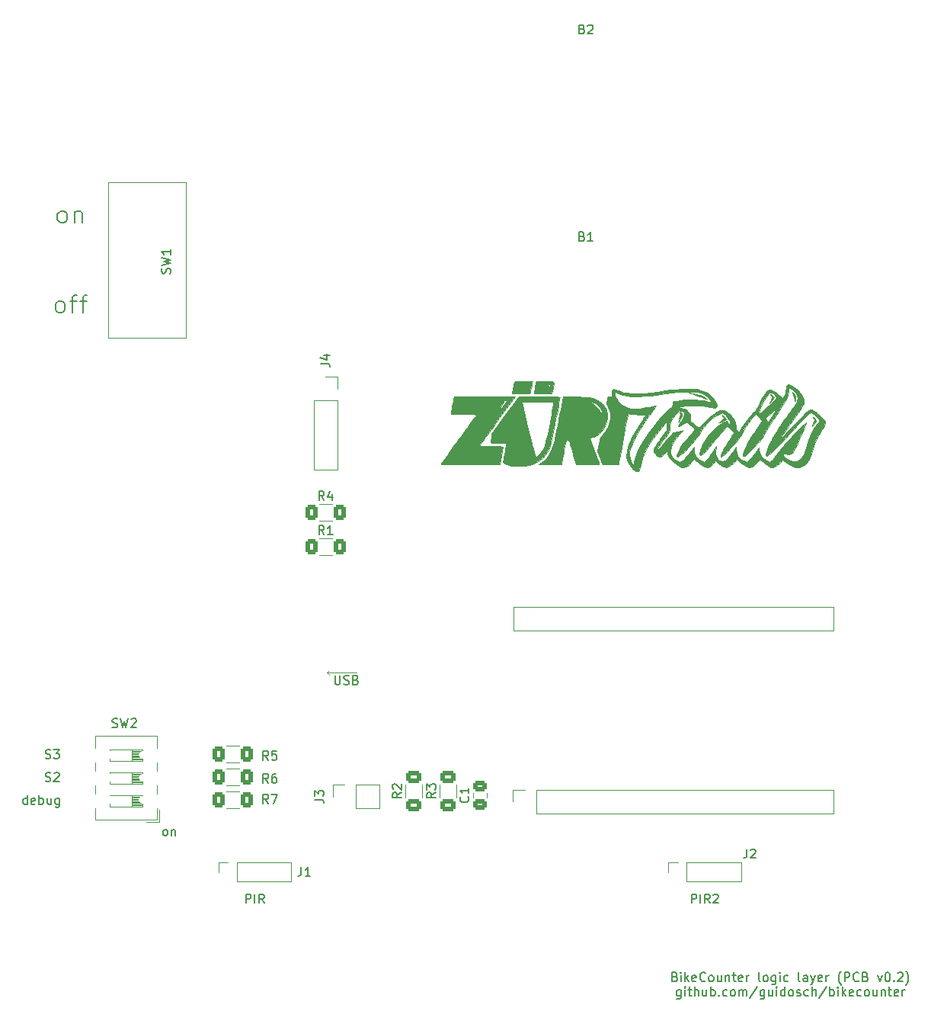
<source format=gto>
G04 #@! TF.GenerationSoftware,KiCad,Pcbnew,8.0.1*
G04 #@! TF.CreationDate,2024-03-22T19:38:57+01:00*
G04 #@! TF.ProjectId,BikeCounter_SingleBoard,42696b65-436f-4756-9e74-65725f53696e,rev?*
G04 #@! TF.SameCoordinates,Original*
G04 #@! TF.FileFunction,Legend,Top*
G04 #@! TF.FilePolarity,Positive*
%FSLAX46Y46*%
G04 Gerber Fmt 4.6, Leading zero omitted, Abs format (unit mm)*
G04 Created by KiCad (PCBNEW 8.0.1) date 2024-03-22 19:38:57*
%MOMM*%
%LPD*%
G01*
G04 APERTURE LIST*
G04 Aperture macros list*
%AMRoundRect*
0 Rectangle with rounded corners*
0 $1 Rounding radius*
0 $2 $3 $4 $5 $6 $7 $8 $9 X,Y pos of 4 corners*
0 Add a 4 corners polygon primitive as box body*
4,1,4,$2,$3,$4,$5,$6,$7,$8,$9,$2,$3,0*
0 Add four circle primitives for the rounded corners*
1,1,$1+$1,$2,$3*
1,1,$1+$1,$4,$5*
1,1,$1+$1,$6,$7*
1,1,$1+$1,$8,$9*
0 Add four rect primitives between the rounded corners*
20,1,$1+$1,$2,$3,$4,$5,0*
20,1,$1+$1,$4,$5,$6,$7,0*
20,1,$1+$1,$6,$7,$8,$9,0*
20,1,$1+$1,$8,$9,$2,$3,0*%
G04 Aperture macros list end*
%ADD10C,0.120000*%
%ADD11C,0.150000*%
%ADD12C,0.010000*%
%ADD13RoundRect,0.250000X-0.400000X-0.625000X0.400000X-0.625000X0.400000X0.625000X-0.400000X0.625000X0*%
%ADD14R,1.700000X1.700000*%
%ADD15O,1.700000X1.700000*%
%ADD16RoundRect,0.250000X0.475000X-0.337500X0.475000X0.337500X-0.475000X0.337500X-0.475000X-0.337500X0*%
%ADD17RoundRect,0.250000X0.625000X-0.400000X0.625000X0.400000X-0.625000X0.400000X-0.625000X-0.400000X0*%
%ADD18R,2.440000X1.120000*%
%ADD19C,1.400000*%
%ADD20C,1.800000*%
%ADD21R,1.350000X1.350000*%
%ADD22O,1.350000X1.350000*%
%ADD23C,3.550000*%
%ADD24C,2.390000*%
%ADD25C,2.640000*%
%ADD26C,4.300000*%
%ADD27C,0.800000*%
G04 APERTURE END LIST*
D10*
X74009000Y-122830000D02*
X74263000Y-122576000D01*
X74009000Y-122830000D02*
X74263000Y-123084000D01*
X77311000Y-122830000D02*
X74009000Y-122830000D01*
D11*
X42738095Y-132367200D02*
X42880952Y-132414819D01*
X42880952Y-132414819D02*
X43119047Y-132414819D01*
X43119047Y-132414819D02*
X43214285Y-132367200D01*
X43214285Y-132367200D02*
X43261904Y-132319580D01*
X43261904Y-132319580D02*
X43309523Y-132224342D01*
X43309523Y-132224342D02*
X43309523Y-132129104D01*
X43309523Y-132129104D02*
X43261904Y-132033866D01*
X43261904Y-132033866D02*
X43214285Y-131986247D01*
X43214285Y-131986247D02*
X43119047Y-131938628D01*
X43119047Y-131938628D02*
X42928571Y-131891009D01*
X42928571Y-131891009D02*
X42833333Y-131843390D01*
X42833333Y-131843390D02*
X42785714Y-131795771D01*
X42785714Y-131795771D02*
X42738095Y-131700533D01*
X42738095Y-131700533D02*
X42738095Y-131605295D01*
X42738095Y-131605295D02*
X42785714Y-131510057D01*
X42785714Y-131510057D02*
X42833333Y-131462438D01*
X42833333Y-131462438D02*
X42928571Y-131414819D01*
X42928571Y-131414819D02*
X43166666Y-131414819D01*
X43166666Y-131414819D02*
X43309523Y-131462438D01*
X43642857Y-131414819D02*
X44261904Y-131414819D01*
X44261904Y-131414819D02*
X43928571Y-131795771D01*
X43928571Y-131795771D02*
X44071428Y-131795771D01*
X44071428Y-131795771D02*
X44166666Y-131843390D01*
X44166666Y-131843390D02*
X44214285Y-131891009D01*
X44214285Y-131891009D02*
X44261904Y-131986247D01*
X44261904Y-131986247D02*
X44261904Y-132224342D01*
X44261904Y-132224342D02*
X44214285Y-132319580D01*
X44214285Y-132319580D02*
X44166666Y-132367200D01*
X44166666Y-132367200D02*
X44071428Y-132414819D01*
X44071428Y-132414819D02*
X43785714Y-132414819D01*
X43785714Y-132414819D02*
X43690476Y-132367200D01*
X43690476Y-132367200D02*
X43642857Y-132319580D01*
X42738095Y-134907200D02*
X42880952Y-134954819D01*
X42880952Y-134954819D02*
X43119047Y-134954819D01*
X43119047Y-134954819D02*
X43214285Y-134907200D01*
X43214285Y-134907200D02*
X43261904Y-134859580D01*
X43261904Y-134859580D02*
X43309523Y-134764342D01*
X43309523Y-134764342D02*
X43309523Y-134669104D01*
X43309523Y-134669104D02*
X43261904Y-134573866D01*
X43261904Y-134573866D02*
X43214285Y-134526247D01*
X43214285Y-134526247D02*
X43119047Y-134478628D01*
X43119047Y-134478628D02*
X42928571Y-134431009D01*
X42928571Y-134431009D02*
X42833333Y-134383390D01*
X42833333Y-134383390D02*
X42785714Y-134335771D01*
X42785714Y-134335771D02*
X42738095Y-134240533D01*
X42738095Y-134240533D02*
X42738095Y-134145295D01*
X42738095Y-134145295D02*
X42785714Y-134050057D01*
X42785714Y-134050057D02*
X42833333Y-134002438D01*
X42833333Y-134002438D02*
X42928571Y-133954819D01*
X42928571Y-133954819D02*
X43166666Y-133954819D01*
X43166666Y-133954819D02*
X43309523Y-134002438D01*
X43690476Y-134050057D02*
X43738095Y-134002438D01*
X43738095Y-134002438D02*
X43833333Y-133954819D01*
X43833333Y-133954819D02*
X44071428Y-133954819D01*
X44071428Y-133954819D02*
X44166666Y-134002438D01*
X44166666Y-134002438D02*
X44214285Y-134050057D01*
X44214285Y-134050057D02*
X44261904Y-134145295D01*
X44261904Y-134145295D02*
X44261904Y-134240533D01*
X44261904Y-134240533D02*
X44214285Y-134383390D01*
X44214285Y-134383390D02*
X43642857Y-134954819D01*
X43642857Y-134954819D02*
X44261904Y-134954819D01*
X65000000Y-148454819D02*
X65000000Y-147454819D01*
X65000000Y-147454819D02*
X65380952Y-147454819D01*
X65380952Y-147454819D02*
X65476190Y-147502438D01*
X65476190Y-147502438D02*
X65523809Y-147550057D01*
X65523809Y-147550057D02*
X65571428Y-147645295D01*
X65571428Y-147645295D02*
X65571428Y-147788152D01*
X65571428Y-147788152D02*
X65523809Y-147883390D01*
X65523809Y-147883390D02*
X65476190Y-147931009D01*
X65476190Y-147931009D02*
X65380952Y-147978628D01*
X65380952Y-147978628D02*
X65000000Y-147978628D01*
X66000000Y-148454819D02*
X66000000Y-147454819D01*
X67047618Y-148454819D02*
X66714285Y-147978628D01*
X66476190Y-148454819D02*
X66476190Y-147454819D01*
X66476190Y-147454819D02*
X66857142Y-147454819D01*
X66857142Y-147454819D02*
X66952380Y-147502438D01*
X66952380Y-147502438D02*
X66999999Y-147550057D01*
X66999999Y-147550057D02*
X67047618Y-147645295D01*
X67047618Y-147645295D02*
X67047618Y-147788152D01*
X67047618Y-147788152D02*
X66999999Y-147883390D01*
X66999999Y-147883390D02*
X66952380Y-147931009D01*
X66952380Y-147931009D02*
X66857142Y-147978628D01*
X66857142Y-147978628D02*
X66476190Y-147978628D01*
X44452380Y-72917438D02*
X44261904Y-72822200D01*
X44261904Y-72822200D02*
X44166666Y-72726961D01*
X44166666Y-72726961D02*
X44071428Y-72536485D01*
X44071428Y-72536485D02*
X44071428Y-71965057D01*
X44071428Y-71965057D02*
X44166666Y-71774580D01*
X44166666Y-71774580D02*
X44261904Y-71679342D01*
X44261904Y-71679342D02*
X44452380Y-71584104D01*
X44452380Y-71584104D02*
X44738095Y-71584104D01*
X44738095Y-71584104D02*
X44928571Y-71679342D01*
X44928571Y-71679342D02*
X45023809Y-71774580D01*
X45023809Y-71774580D02*
X45119047Y-71965057D01*
X45119047Y-71965057D02*
X45119047Y-72536485D01*
X45119047Y-72536485D02*
X45023809Y-72726961D01*
X45023809Y-72726961D02*
X44928571Y-72822200D01*
X44928571Y-72822200D02*
X44738095Y-72917438D01*
X44738095Y-72917438D02*
X44452380Y-72917438D01*
X45976190Y-71584104D02*
X45976190Y-72917438D01*
X45976190Y-71774580D02*
X46071428Y-71679342D01*
X46071428Y-71679342D02*
X46261904Y-71584104D01*
X46261904Y-71584104D02*
X46547619Y-71584104D01*
X46547619Y-71584104D02*
X46738095Y-71679342D01*
X46738095Y-71679342D02*
X46833333Y-71869819D01*
X46833333Y-71869819D02*
X46833333Y-72917438D01*
X44214285Y-82917438D02*
X44023809Y-82822200D01*
X44023809Y-82822200D02*
X43928571Y-82726961D01*
X43928571Y-82726961D02*
X43833333Y-82536485D01*
X43833333Y-82536485D02*
X43833333Y-81965057D01*
X43833333Y-81965057D02*
X43928571Y-81774580D01*
X43928571Y-81774580D02*
X44023809Y-81679342D01*
X44023809Y-81679342D02*
X44214285Y-81584104D01*
X44214285Y-81584104D02*
X44500000Y-81584104D01*
X44500000Y-81584104D02*
X44690476Y-81679342D01*
X44690476Y-81679342D02*
X44785714Y-81774580D01*
X44785714Y-81774580D02*
X44880952Y-81965057D01*
X44880952Y-81965057D02*
X44880952Y-82536485D01*
X44880952Y-82536485D02*
X44785714Y-82726961D01*
X44785714Y-82726961D02*
X44690476Y-82822200D01*
X44690476Y-82822200D02*
X44500000Y-82917438D01*
X44500000Y-82917438D02*
X44214285Y-82917438D01*
X45452381Y-81584104D02*
X46214285Y-81584104D01*
X45738095Y-82917438D02*
X45738095Y-81203152D01*
X45738095Y-81203152D02*
X45833333Y-81012676D01*
X45833333Y-81012676D02*
X46023809Y-80917438D01*
X46023809Y-80917438D02*
X46214285Y-80917438D01*
X46595238Y-81584104D02*
X47357142Y-81584104D01*
X46880952Y-82917438D02*
X46880952Y-81203152D01*
X46880952Y-81203152D02*
X46976190Y-81012676D01*
X46976190Y-81012676D02*
X47166666Y-80917438D01*
X47166666Y-80917438D02*
X47357142Y-80917438D01*
X55976190Y-140954819D02*
X55880952Y-140907200D01*
X55880952Y-140907200D02*
X55833333Y-140859580D01*
X55833333Y-140859580D02*
X55785714Y-140764342D01*
X55785714Y-140764342D02*
X55785714Y-140478628D01*
X55785714Y-140478628D02*
X55833333Y-140383390D01*
X55833333Y-140383390D02*
X55880952Y-140335771D01*
X55880952Y-140335771D02*
X55976190Y-140288152D01*
X55976190Y-140288152D02*
X56119047Y-140288152D01*
X56119047Y-140288152D02*
X56214285Y-140335771D01*
X56214285Y-140335771D02*
X56261904Y-140383390D01*
X56261904Y-140383390D02*
X56309523Y-140478628D01*
X56309523Y-140478628D02*
X56309523Y-140764342D01*
X56309523Y-140764342D02*
X56261904Y-140859580D01*
X56261904Y-140859580D02*
X56214285Y-140907200D01*
X56214285Y-140907200D02*
X56119047Y-140954819D01*
X56119047Y-140954819D02*
X55976190Y-140954819D01*
X56738095Y-140288152D02*
X56738095Y-140954819D01*
X56738095Y-140383390D02*
X56785714Y-140335771D01*
X56785714Y-140335771D02*
X56880952Y-140288152D01*
X56880952Y-140288152D02*
X57023809Y-140288152D01*
X57023809Y-140288152D02*
X57119047Y-140335771D01*
X57119047Y-140335771D02*
X57166666Y-140431009D01*
X57166666Y-140431009D02*
X57166666Y-140954819D01*
X112690474Y-156626037D02*
X112833331Y-156673656D01*
X112833331Y-156673656D02*
X112880950Y-156721275D01*
X112880950Y-156721275D02*
X112928569Y-156816513D01*
X112928569Y-156816513D02*
X112928569Y-156959370D01*
X112928569Y-156959370D02*
X112880950Y-157054608D01*
X112880950Y-157054608D02*
X112833331Y-157102228D01*
X112833331Y-157102228D02*
X112738093Y-157149847D01*
X112738093Y-157149847D02*
X112357141Y-157149847D01*
X112357141Y-157149847D02*
X112357141Y-156149847D01*
X112357141Y-156149847D02*
X112690474Y-156149847D01*
X112690474Y-156149847D02*
X112785712Y-156197466D01*
X112785712Y-156197466D02*
X112833331Y-156245085D01*
X112833331Y-156245085D02*
X112880950Y-156340323D01*
X112880950Y-156340323D02*
X112880950Y-156435561D01*
X112880950Y-156435561D02*
X112833331Y-156530799D01*
X112833331Y-156530799D02*
X112785712Y-156578418D01*
X112785712Y-156578418D02*
X112690474Y-156626037D01*
X112690474Y-156626037D02*
X112357141Y-156626037D01*
X113357141Y-157149847D02*
X113357141Y-156483180D01*
X113357141Y-156149847D02*
X113309522Y-156197466D01*
X113309522Y-156197466D02*
X113357141Y-156245085D01*
X113357141Y-156245085D02*
X113404760Y-156197466D01*
X113404760Y-156197466D02*
X113357141Y-156149847D01*
X113357141Y-156149847D02*
X113357141Y-156245085D01*
X113833331Y-157149847D02*
X113833331Y-156149847D01*
X113928569Y-156768894D02*
X114214283Y-157149847D01*
X114214283Y-156483180D02*
X113833331Y-156864132D01*
X115023807Y-157102228D02*
X114928569Y-157149847D01*
X114928569Y-157149847D02*
X114738093Y-157149847D01*
X114738093Y-157149847D02*
X114642855Y-157102228D01*
X114642855Y-157102228D02*
X114595236Y-157006989D01*
X114595236Y-157006989D02*
X114595236Y-156626037D01*
X114595236Y-156626037D02*
X114642855Y-156530799D01*
X114642855Y-156530799D02*
X114738093Y-156483180D01*
X114738093Y-156483180D02*
X114928569Y-156483180D01*
X114928569Y-156483180D02*
X115023807Y-156530799D01*
X115023807Y-156530799D02*
X115071426Y-156626037D01*
X115071426Y-156626037D02*
X115071426Y-156721275D01*
X115071426Y-156721275D02*
X114595236Y-156816513D01*
X116071426Y-157054608D02*
X116023807Y-157102228D01*
X116023807Y-157102228D02*
X115880950Y-157149847D01*
X115880950Y-157149847D02*
X115785712Y-157149847D01*
X115785712Y-157149847D02*
X115642855Y-157102228D01*
X115642855Y-157102228D02*
X115547617Y-157006989D01*
X115547617Y-157006989D02*
X115499998Y-156911751D01*
X115499998Y-156911751D02*
X115452379Y-156721275D01*
X115452379Y-156721275D02*
X115452379Y-156578418D01*
X115452379Y-156578418D02*
X115499998Y-156387942D01*
X115499998Y-156387942D02*
X115547617Y-156292704D01*
X115547617Y-156292704D02*
X115642855Y-156197466D01*
X115642855Y-156197466D02*
X115785712Y-156149847D01*
X115785712Y-156149847D02*
X115880950Y-156149847D01*
X115880950Y-156149847D02*
X116023807Y-156197466D01*
X116023807Y-156197466D02*
X116071426Y-156245085D01*
X116642855Y-157149847D02*
X116547617Y-157102228D01*
X116547617Y-157102228D02*
X116499998Y-157054608D01*
X116499998Y-157054608D02*
X116452379Y-156959370D01*
X116452379Y-156959370D02*
X116452379Y-156673656D01*
X116452379Y-156673656D02*
X116499998Y-156578418D01*
X116499998Y-156578418D02*
X116547617Y-156530799D01*
X116547617Y-156530799D02*
X116642855Y-156483180D01*
X116642855Y-156483180D02*
X116785712Y-156483180D01*
X116785712Y-156483180D02*
X116880950Y-156530799D01*
X116880950Y-156530799D02*
X116928569Y-156578418D01*
X116928569Y-156578418D02*
X116976188Y-156673656D01*
X116976188Y-156673656D02*
X116976188Y-156959370D01*
X116976188Y-156959370D02*
X116928569Y-157054608D01*
X116928569Y-157054608D02*
X116880950Y-157102228D01*
X116880950Y-157102228D02*
X116785712Y-157149847D01*
X116785712Y-157149847D02*
X116642855Y-157149847D01*
X117833331Y-156483180D02*
X117833331Y-157149847D01*
X117404760Y-156483180D02*
X117404760Y-157006989D01*
X117404760Y-157006989D02*
X117452379Y-157102228D01*
X117452379Y-157102228D02*
X117547617Y-157149847D01*
X117547617Y-157149847D02*
X117690474Y-157149847D01*
X117690474Y-157149847D02*
X117785712Y-157102228D01*
X117785712Y-157102228D02*
X117833331Y-157054608D01*
X118309522Y-156483180D02*
X118309522Y-157149847D01*
X118309522Y-156578418D02*
X118357141Y-156530799D01*
X118357141Y-156530799D02*
X118452379Y-156483180D01*
X118452379Y-156483180D02*
X118595236Y-156483180D01*
X118595236Y-156483180D02*
X118690474Y-156530799D01*
X118690474Y-156530799D02*
X118738093Y-156626037D01*
X118738093Y-156626037D02*
X118738093Y-157149847D01*
X119071427Y-156483180D02*
X119452379Y-156483180D01*
X119214284Y-156149847D02*
X119214284Y-157006989D01*
X119214284Y-157006989D02*
X119261903Y-157102228D01*
X119261903Y-157102228D02*
X119357141Y-157149847D01*
X119357141Y-157149847D02*
X119452379Y-157149847D01*
X120166665Y-157102228D02*
X120071427Y-157149847D01*
X120071427Y-157149847D02*
X119880951Y-157149847D01*
X119880951Y-157149847D02*
X119785713Y-157102228D01*
X119785713Y-157102228D02*
X119738094Y-157006989D01*
X119738094Y-157006989D02*
X119738094Y-156626037D01*
X119738094Y-156626037D02*
X119785713Y-156530799D01*
X119785713Y-156530799D02*
X119880951Y-156483180D01*
X119880951Y-156483180D02*
X120071427Y-156483180D01*
X120071427Y-156483180D02*
X120166665Y-156530799D01*
X120166665Y-156530799D02*
X120214284Y-156626037D01*
X120214284Y-156626037D02*
X120214284Y-156721275D01*
X120214284Y-156721275D02*
X119738094Y-156816513D01*
X120642856Y-157149847D02*
X120642856Y-156483180D01*
X120642856Y-156673656D02*
X120690475Y-156578418D01*
X120690475Y-156578418D02*
X120738094Y-156530799D01*
X120738094Y-156530799D02*
X120833332Y-156483180D01*
X120833332Y-156483180D02*
X120928570Y-156483180D01*
X122166666Y-157149847D02*
X122071428Y-157102228D01*
X122071428Y-157102228D02*
X122023809Y-157006989D01*
X122023809Y-157006989D02*
X122023809Y-156149847D01*
X122690476Y-157149847D02*
X122595238Y-157102228D01*
X122595238Y-157102228D02*
X122547619Y-157054608D01*
X122547619Y-157054608D02*
X122500000Y-156959370D01*
X122500000Y-156959370D02*
X122500000Y-156673656D01*
X122500000Y-156673656D02*
X122547619Y-156578418D01*
X122547619Y-156578418D02*
X122595238Y-156530799D01*
X122595238Y-156530799D02*
X122690476Y-156483180D01*
X122690476Y-156483180D02*
X122833333Y-156483180D01*
X122833333Y-156483180D02*
X122928571Y-156530799D01*
X122928571Y-156530799D02*
X122976190Y-156578418D01*
X122976190Y-156578418D02*
X123023809Y-156673656D01*
X123023809Y-156673656D02*
X123023809Y-156959370D01*
X123023809Y-156959370D02*
X122976190Y-157054608D01*
X122976190Y-157054608D02*
X122928571Y-157102228D01*
X122928571Y-157102228D02*
X122833333Y-157149847D01*
X122833333Y-157149847D02*
X122690476Y-157149847D01*
X123880952Y-156483180D02*
X123880952Y-157292704D01*
X123880952Y-157292704D02*
X123833333Y-157387942D01*
X123833333Y-157387942D02*
X123785714Y-157435561D01*
X123785714Y-157435561D02*
X123690476Y-157483180D01*
X123690476Y-157483180D02*
X123547619Y-157483180D01*
X123547619Y-157483180D02*
X123452381Y-157435561D01*
X123880952Y-157102228D02*
X123785714Y-157149847D01*
X123785714Y-157149847D02*
X123595238Y-157149847D01*
X123595238Y-157149847D02*
X123500000Y-157102228D01*
X123500000Y-157102228D02*
X123452381Y-157054608D01*
X123452381Y-157054608D02*
X123404762Y-156959370D01*
X123404762Y-156959370D02*
X123404762Y-156673656D01*
X123404762Y-156673656D02*
X123452381Y-156578418D01*
X123452381Y-156578418D02*
X123500000Y-156530799D01*
X123500000Y-156530799D02*
X123595238Y-156483180D01*
X123595238Y-156483180D02*
X123785714Y-156483180D01*
X123785714Y-156483180D02*
X123880952Y-156530799D01*
X124357143Y-157149847D02*
X124357143Y-156483180D01*
X124357143Y-156149847D02*
X124309524Y-156197466D01*
X124309524Y-156197466D02*
X124357143Y-156245085D01*
X124357143Y-156245085D02*
X124404762Y-156197466D01*
X124404762Y-156197466D02*
X124357143Y-156149847D01*
X124357143Y-156149847D02*
X124357143Y-156245085D01*
X125261904Y-157102228D02*
X125166666Y-157149847D01*
X125166666Y-157149847D02*
X124976190Y-157149847D01*
X124976190Y-157149847D02*
X124880952Y-157102228D01*
X124880952Y-157102228D02*
X124833333Y-157054608D01*
X124833333Y-157054608D02*
X124785714Y-156959370D01*
X124785714Y-156959370D02*
X124785714Y-156673656D01*
X124785714Y-156673656D02*
X124833333Y-156578418D01*
X124833333Y-156578418D02*
X124880952Y-156530799D01*
X124880952Y-156530799D02*
X124976190Y-156483180D01*
X124976190Y-156483180D02*
X125166666Y-156483180D01*
X125166666Y-156483180D02*
X125261904Y-156530799D01*
X126595238Y-157149847D02*
X126500000Y-157102228D01*
X126500000Y-157102228D02*
X126452381Y-157006989D01*
X126452381Y-157006989D02*
X126452381Y-156149847D01*
X127404762Y-157149847D02*
X127404762Y-156626037D01*
X127404762Y-156626037D02*
X127357143Y-156530799D01*
X127357143Y-156530799D02*
X127261905Y-156483180D01*
X127261905Y-156483180D02*
X127071429Y-156483180D01*
X127071429Y-156483180D02*
X126976191Y-156530799D01*
X127404762Y-157102228D02*
X127309524Y-157149847D01*
X127309524Y-157149847D02*
X127071429Y-157149847D01*
X127071429Y-157149847D02*
X126976191Y-157102228D01*
X126976191Y-157102228D02*
X126928572Y-157006989D01*
X126928572Y-157006989D02*
X126928572Y-156911751D01*
X126928572Y-156911751D02*
X126976191Y-156816513D01*
X126976191Y-156816513D02*
X127071429Y-156768894D01*
X127071429Y-156768894D02*
X127309524Y-156768894D01*
X127309524Y-156768894D02*
X127404762Y-156721275D01*
X127785715Y-156483180D02*
X128023810Y-157149847D01*
X128261905Y-156483180D02*
X128023810Y-157149847D01*
X128023810Y-157149847D02*
X127928572Y-157387942D01*
X127928572Y-157387942D02*
X127880953Y-157435561D01*
X127880953Y-157435561D02*
X127785715Y-157483180D01*
X129023810Y-157102228D02*
X128928572Y-157149847D01*
X128928572Y-157149847D02*
X128738096Y-157149847D01*
X128738096Y-157149847D02*
X128642858Y-157102228D01*
X128642858Y-157102228D02*
X128595239Y-157006989D01*
X128595239Y-157006989D02*
X128595239Y-156626037D01*
X128595239Y-156626037D02*
X128642858Y-156530799D01*
X128642858Y-156530799D02*
X128738096Y-156483180D01*
X128738096Y-156483180D02*
X128928572Y-156483180D01*
X128928572Y-156483180D02*
X129023810Y-156530799D01*
X129023810Y-156530799D02*
X129071429Y-156626037D01*
X129071429Y-156626037D02*
X129071429Y-156721275D01*
X129071429Y-156721275D02*
X128595239Y-156816513D01*
X129500001Y-157149847D02*
X129500001Y-156483180D01*
X129500001Y-156673656D02*
X129547620Y-156578418D01*
X129547620Y-156578418D02*
X129595239Y-156530799D01*
X129595239Y-156530799D02*
X129690477Y-156483180D01*
X129690477Y-156483180D02*
X129785715Y-156483180D01*
X131166668Y-157530799D02*
X131119049Y-157483180D01*
X131119049Y-157483180D02*
X131023811Y-157340323D01*
X131023811Y-157340323D02*
X130976192Y-157245085D01*
X130976192Y-157245085D02*
X130928573Y-157102228D01*
X130928573Y-157102228D02*
X130880954Y-156864132D01*
X130880954Y-156864132D02*
X130880954Y-156673656D01*
X130880954Y-156673656D02*
X130928573Y-156435561D01*
X130928573Y-156435561D02*
X130976192Y-156292704D01*
X130976192Y-156292704D02*
X131023811Y-156197466D01*
X131023811Y-156197466D02*
X131119049Y-156054608D01*
X131119049Y-156054608D02*
X131166668Y-156006989D01*
X131547621Y-157149847D02*
X131547621Y-156149847D01*
X131547621Y-156149847D02*
X131928573Y-156149847D01*
X131928573Y-156149847D02*
X132023811Y-156197466D01*
X132023811Y-156197466D02*
X132071430Y-156245085D01*
X132071430Y-156245085D02*
X132119049Y-156340323D01*
X132119049Y-156340323D02*
X132119049Y-156483180D01*
X132119049Y-156483180D02*
X132071430Y-156578418D01*
X132071430Y-156578418D02*
X132023811Y-156626037D01*
X132023811Y-156626037D02*
X131928573Y-156673656D01*
X131928573Y-156673656D02*
X131547621Y-156673656D01*
X133119049Y-157054608D02*
X133071430Y-157102228D01*
X133071430Y-157102228D02*
X132928573Y-157149847D01*
X132928573Y-157149847D02*
X132833335Y-157149847D01*
X132833335Y-157149847D02*
X132690478Y-157102228D01*
X132690478Y-157102228D02*
X132595240Y-157006989D01*
X132595240Y-157006989D02*
X132547621Y-156911751D01*
X132547621Y-156911751D02*
X132500002Y-156721275D01*
X132500002Y-156721275D02*
X132500002Y-156578418D01*
X132500002Y-156578418D02*
X132547621Y-156387942D01*
X132547621Y-156387942D02*
X132595240Y-156292704D01*
X132595240Y-156292704D02*
X132690478Y-156197466D01*
X132690478Y-156197466D02*
X132833335Y-156149847D01*
X132833335Y-156149847D02*
X132928573Y-156149847D01*
X132928573Y-156149847D02*
X133071430Y-156197466D01*
X133071430Y-156197466D02*
X133119049Y-156245085D01*
X133880954Y-156626037D02*
X134023811Y-156673656D01*
X134023811Y-156673656D02*
X134071430Y-156721275D01*
X134071430Y-156721275D02*
X134119049Y-156816513D01*
X134119049Y-156816513D02*
X134119049Y-156959370D01*
X134119049Y-156959370D02*
X134071430Y-157054608D01*
X134071430Y-157054608D02*
X134023811Y-157102228D01*
X134023811Y-157102228D02*
X133928573Y-157149847D01*
X133928573Y-157149847D02*
X133547621Y-157149847D01*
X133547621Y-157149847D02*
X133547621Y-156149847D01*
X133547621Y-156149847D02*
X133880954Y-156149847D01*
X133880954Y-156149847D02*
X133976192Y-156197466D01*
X133976192Y-156197466D02*
X134023811Y-156245085D01*
X134023811Y-156245085D02*
X134071430Y-156340323D01*
X134071430Y-156340323D02*
X134071430Y-156435561D01*
X134071430Y-156435561D02*
X134023811Y-156530799D01*
X134023811Y-156530799D02*
X133976192Y-156578418D01*
X133976192Y-156578418D02*
X133880954Y-156626037D01*
X133880954Y-156626037D02*
X133547621Y-156626037D01*
X135214288Y-156483180D02*
X135452383Y-157149847D01*
X135452383Y-157149847D02*
X135690478Y-156483180D01*
X136261907Y-156149847D02*
X136357145Y-156149847D01*
X136357145Y-156149847D02*
X136452383Y-156197466D01*
X136452383Y-156197466D02*
X136500002Y-156245085D01*
X136500002Y-156245085D02*
X136547621Y-156340323D01*
X136547621Y-156340323D02*
X136595240Y-156530799D01*
X136595240Y-156530799D02*
X136595240Y-156768894D01*
X136595240Y-156768894D02*
X136547621Y-156959370D01*
X136547621Y-156959370D02*
X136500002Y-157054608D01*
X136500002Y-157054608D02*
X136452383Y-157102228D01*
X136452383Y-157102228D02*
X136357145Y-157149847D01*
X136357145Y-157149847D02*
X136261907Y-157149847D01*
X136261907Y-157149847D02*
X136166669Y-157102228D01*
X136166669Y-157102228D02*
X136119050Y-157054608D01*
X136119050Y-157054608D02*
X136071431Y-156959370D01*
X136071431Y-156959370D02*
X136023812Y-156768894D01*
X136023812Y-156768894D02*
X136023812Y-156530799D01*
X136023812Y-156530799D02*
X136071431Y-156340323D01*
X136071431Y-156340323D02*
X136119050Y-156245085D01*
X136119050Y-156245085D02*
X136166669Y-156197466D01*
X136166669Y-156197466D02*
X136261907Y-156149847D01*
X137023812Y-157054608D02*
X137071431Y-157102228D01*
X137071431Y-157102228D02*
X137023812Y-157149847D01*
X137023812Y-157149847D02*
X136976193Y-157102228D01*
X136976193Y-157102228D02*
X137023812Y-157054608D01*
X137023812Y-157054608D02*
X137023812Y-157149847D01*
X137452383Y-156245085D02*
X137500002Y-156197466D01*
X137500002Y-156197466D02*
X137595240Y-156149847D01*
X137595240Y-156149847D02*
X137833335Y-156149847D01*
X137833335Y-156149847D02*
X137928573Y-156197466D01*
X137928573Y-156197466D02*
X137976192Y-156245085D01*
X137976192Y-156245085D02*
X138023811Y-156340323D01*
X138023811Y-156340323D02*
X138023811Y-156435561D01*
X138023811Y-156435561D02*
X137976192Y-156578418D01*
X137976192Y-156578418D02*
X137404764Y-157149847D01*
X137404764Y-157149847D02*
X138023811Y-157149847D01*
X138357145Y-157530799D02*
X138404764Y-157483180D01*
X138404764Y-157483180D02*
X138500002Y-157340323D01*
X138500002Y-157340323D02*
X138547621Y-157245085D01*
X138547621Y-157245085D02*
X138595240Y-157102228D01*
X138595240Y-157102228D02*
X138642859Y-156864132D01*
X138642859Y-156864132D02*
X138642859Y-156673656D01*
X138642859Y-156673656D02*
X138595240Y-156435561D01*
X138595240Y-156435561D02*
X138547621Y-156292704D01*
X138547621Y-156292704D02*
X138500002Y-156197466D01*
X138500002Y-156197466D02*
X138404764Y-156054608D01*
X138404764Y-156054608D02*
X138357145Y-156006989D01*
X113333332Y-158093124D02*
X113333332Y-158902648D01*
X113333332Y-158902648D02*
X113285713Y-158997886D01*
X113285713Y-158997886D02*
X113238094Y-159045505D01*
X113238094Y-159045505D02*
X113142856Y-159093124D01*
X113142856Y-159093124D02*
X112999999Y-159093124D01*
X112999999Y-159093124D02*
X112904761Y-159045505D01*
X113333332Y-158712172D02*
X113238094Y-158759791D01*
X113238094Y-158759791D02*
X113047618Y-158759791D01*
X113047618Y-158759791D02*
X112952380Y-158712172D01*
X112952380Y-158712172D02*
X112904761Y-158664552D01*
X112904761Y-158664552D02*
X112857142Y-158569314D01*
X112857142Y-158569314D02*
X112857142Y-158283600D01*
X112857142Y-158283600D02*
X112904761Y-158188362D01*
X112904761Y-158188362D02*
X112952380Y-158140743D01*
X112952380Y-158140743D02*
X113047618Y-158093124D01*
X113047618Y-158093124D02*
X113238094Y-158093124D01*
X113238094Y-158093124D02*
X113333332Y-158140743D01*
X113809523Y-158759791D02*
X113809523Y-158093124D01*
X113809523Y-157759791D02*
X113761904Y-157807410D01*
X113761904Y-157807410D02*
X113809523Y-157855029D01*
X113809523Y-157855029D02*
X113857142Y-157807410D01*
X113857142Y-157807410D02*
X113809523Y-157759791D01*
X113809523Y-157759791D02*
X113809523Y-157855029D01*
X114142856Y-158093124D02*
X114523808Y-158093124D01*
X114285713Y-157759791D02*
X114285713Y-158616933D01*
X114285713Y-158616933D02*
X114333332Y-158712172D01*
X114333332Y-158712172D02*
X114428570Y-158759791D01*
X114428570Y-158759791D02*
X114523808Y-158759791D01*
X114857142Y-158759791D02*
X114857142Y-157759791D01*
X115285713Y-158759791D02*
X115285713Y-158235981D01*
X115285713Y-158235981D02*
X115238094Y-158140743D01*
X115238094Y-158140743D02*
X115142856Y-158093124D01*
X115142856Y-158093124D02*
X114999999Y-158093124D01*
X114999999Y-158093124D02*
X114904761Y-158140743D01*
X114904761Y-158140743D02*
X114857142Y-158188362D01*
X116190475Y-158093124D02*
X116190475Y-158759791D01*
X115761904Y-158093124D02*
X115761904Y-158616933D01*
X115761904Y-158616933D02*
X115809523Y-158712172D01*
X115809523Y-158712172D02*
X115904761Y-158759791D01*
X115904761Y-158759791D02*
X116047618Y-158759791D01*
X116047618Y-158759791D02*
X116142856Y-158712172D01*
X116142856Y-158712172D02*
X116190475Y-158664552D01*
X116666666Y-158759791D02*
X116666666Y-157759791D01*
X116666666Y-158140743D02*
X116761904Y-158093124D01*
X116761904Y-158093124D02*
X116952380Y-158093124D01*
X116952380Y-158093124D02*
X117047618Y-158140743D01*
X117047618Y-158140743D02*
X117095237Y-158188362D01*
X117095237Y-158188362D02*
X117142856Y-158283600D01*
X117142856Y-158283600D02*
X117142856Y-158569314D01*
X117142856Y-158569314D02*
X117095237Y-158664552D01*
X117095237Y-158664552D02*
X117047618Y-158712172D01*
X117047618Y-158712172D02*
X116952380Y-158759791D01*
X116952380Y-158759791D02*
X116761904Y-158759791D01*
X116761904Y-158759791D02*
X116666666Y-158712172D01*
X117571428Y-158664552D02*
X117619047Y-158712172D01*
X117619047Y-158712172D02*
X117571428Y-158759791D01*
X117571428Y-158759791D02*
X117523809Y-158712172D01*
X117523809Y-158712172D02*
X117571428Y-158664552D01*
X117571428Y-158664552D02*
X117571428Y-158759791D01*
X118476189Y-158712172D02*
X118380951Y-158759791D01*
X118380951Y-158759791D02*
X118190475Y-158759791D01*
X118190475Y-158759791D02*
X118095237Y-158712172D01*
X118095237Y-158712172D02*
X118047618Y-158664552D01*
X118047618Y-158664552D02*
X117999999Y-158569314D01*
X117999999Y-158569314D02*
X117999999Y-158283600D01*
X117999999Y-158283600D02*
X118047618Y-158188362D01*
X118047618Y-158188362D02*
X118095237Y-158140743D01*
X118095237Y-158140743D02*
X118190475Y-158093124D01*
X118190475Y-158093124D02*
X118380951Y-158093124D01*
X118380951Y-158093124D02*
X118476189Y-158140743D01*
X119047618Y-158759791D02*
X118952380Y-158712172D01*
X118952380Y-158712172D02*
X118904761Y-158664552D01*
X118904761Y-158664552D02*
X118857142Y-158569314D01*
X118857142Y-158569314D02*
X118857142Y-158283600D01*
X118857142Y-158283600D02*
X118904761Y-158188362D01*
X118904761Y-158188362D02*
X118952380Y-158140743D01*
X118952380Y-158140743D02*
X119047618Y-158093124D01*
X119047618Y-158093124D02*
X119190475Y-158093124D01*
X119190475Y-158093124D02*
X119285713Y-158140743D01*
X119285713Y-158140743D02*
X119333332Y-158188362D01*
X119333332Y-158188362D02*
X119380951Y-158283600D01*
X119380951Y-158283600D02*
X119380951Y-158569314D01*
X119380951Y-158569314D02*
X119333332Y-158664552D01*
X119333332Y-158664552D02*
X119285713Y-158712172D01*
X119285713Y-158712172D02*
X119190475Y-158759791D01*
X119190475Y-158759791D02*
X119047618Y-158759791D01*
X119809523Y-158759791D02*
X119809523Y-158093124D01*
X119809523Y-158188362D02*
X119857142Y-158140743D01*
X119857142Y-158140743D02*
X119952380Y-158093124D01*
X119952380Y-158093124D02*
X120095237Y-158093124D01*
X120095237Y-158093124D02*
X120190475Y-158140743D01*
X120190475Y-158140743D02*
X120238094Y-158235981D01*
X120238094Y-158235981D02*
X120238094Y-158759791D01*
X120238094Y-158235981D02*
X120285713Y-158140743D01*
X120285713Y-158140743D02*
X120380951Y-158093124D01*
X120380951Y-158093124D02*
X120523808Y-158093124D01*
X120523808Y-158093124D02*
X120619047Y-158140743D01*
X120619047Y-158140743D02*
X120666666Y-158235981D01*
X120666666Y-158235981D02*
X120666666Y-158759791D01*
X121857141Y-157712172D02*
X120999999Y-158997886D01*
X122619046Y-158093124D02*
X122619046Y-158902648D01*
X122619046Y-158902648D02*
X122571427Y-158997886D01*
X122571427Y-158997886D02*
X122523808Y-159045505D01*
X122523808Y-159045505D02*
X122428570Y-159093124D01*
X122428570Y-159093124D02*
X122285713Y-159093124D01*
X122285713Y-159093124D02*
X122190475Y-159045505D01*
X122619046Y-158712172D02*
X122523808Y-158759791D01*
X122523808Y-158759791D02*
X122333332Y-158759791D01*
X122333332Y-158759791D02*
X122238094Y-158712172D01*
X122238094Y-158712172D02*
X122190475Y-158664552D01*
X122190475Y-158664552D02*
X122142856Y-158569314D01*
X122142856Y-158569314D02*
X122142856Y-158283600D01*
X122142856Y-158283600D02*
X122190475Y-158188362D01*
X122190475Y-158188362D02*
X122238094Y-158140743D01*
X122238094Y-158140743D02*
X122333332Y-158093124D01*
X122333332Y-158093124D02*
X122523808Y-158093124D01*
X122523808Y-158093124D02*
X122619046Y-158140743D01*
X123523808Y-158093124D02*
X123523808Y-158759791D01*
X123095237Y-158093124D02*
X123095237Y-158616933D01*
X123095237Y-158616933D02*
X123142856Y-158712172D01*
X123142856Y-158712172D02*
X123238094Y-158759791D01*
X123238094Y-158759791D02*
X123380951Y-158759791D01*
X123380951Y-158759791D02*
X123476189Y-158712172D01*
X123476189Y-158712172D02*
X123523808Y-158664552D01*
X123999999Y-158759791D02*
X123999999Y-158093124D01*
X123999999Y-157759791D02*
X123952380Y-157807410D01*
X123952380Y-157807410D02*
X123999999Y-157855029D01*
X123999999Y-157855029D02*
X124047618Y-157807410D01*
X124047618Y-157807410D02*
X123999999Y-157759791D01*
X123999999Y-157759791D02*
X123999999Y-157855029D01*
X124904760Y-158759791D02*
X124904760Y-157759791D01*
X124904760Y-158712172D02*
X124809522Y-158759791D01*
X124809522Y-158759791D02*
X124619046Y-158759791D01*
X124619046Y-158759791D02*
X124523808Y-158712172D01*
X124523808Y-158712172D02*
X124476189Y-158664552D01*
X124476189Y-158664552D02*
X124428570Y-158569314D01*
X124428570Y-158569314D02*
X124428570Y-158283600D01*
X124428570Y-158283600D02*
X124476189Y-158188362D01*
X124476189Y-158188362D02*
X124523808Y-158140743D01*
X124523808Y-158140743D02*
X124619046Y-158093124D01*
X124619046Y-158093124D02*
X124809522Y-158093124D01*
X124809522Y-158093124D02*
X124904760Y-158140743D01*
X125523808Y-158759791D02*
X125428570Y-158712172D01*
X125428570Y-158712172D02*
X125380951Y-158664552D01*
X125380951Y-158664552D02*
X125333332Y-158569314D01*
X125333332Y-158569314D02*
X125333332Y-158283600D01*
X125333332Y-158283600D02*
X125380951Y-158188362D01*
X125380951Y-158188362D02*
X125428570Y-158140743D01*
X125428570Y-158140743D02*
X125523808Y-158093124D01*
X125523808Y-158093124D02*
X125666665Y-158093124D01*
X125666665Y-158093124D02*
X125761903Y-158140743D01*
X125761903Y-158140743D02*
X125809522Y-158188362D01*
X125809522Y-158188362D02*
X125857141Y-158283600D01*
X125857141Y-158283600D02*
X125857141Y-158569314D01*
X125857141Y-158569314D02*
X125809522Y-158664552D01*
X125809522Y-158664552D02*
X125761903Y-158712172D01*
X125761903Y-158712172D02*
X125666665Y-158759791D01*
X125666665Y-158759791D02*
X125523808Y-158759791D01*
X126238094Y-158712172D02*
X126333332Y-158759791D01*
X126333332Y-158759791D02*
X126523808Y-158759791D01*
X126523808Y-158759791D02*
X126619046Y-158712172D01*
X126619046Y-158712172D02*
X126666665Y-158616933D01*
X126666665Y-158616933D02*
X126666665Y-158569314D01*
X126666665Y-158569314D02*
X126619046Y-158474076D01*
X126619046Y-158474076D02*
X126523808Y-158426457D01*
X126523808Y-158426457D02*
X126380951Y-158426457D01*
X126380951Y-158426457D02*
X126285713Y-158378838D01*
X126285713Y-158378838D02*
X126238094Y-158283600D01*
X126238094Y-158283600D02*
X126238094Y-158235981D01*
X126238094Y-158235981D02*
X126285713Y-158140743D01*
X126285713Y-158140743D02*
X126380951Y-158093124D01*
X126380951Y-158093124D02*
X126523808Y-158093124D01*
X126523808Y-158093124D02*
X126619046Y-158140743D01*
X127523808Y-158712172D02*
X127428570Y-158759791D01*
X127428570Y-158759791D02*
X127238094Y-158759791D01*
X127238094Y-158759791D02*
X127142856Y-158712172D01*
X127142856Y-158712172D02*
X127095237Y-158664552D01*
X127095237Y-158664552D02*
X127047618Y-158569314D01*
X127047618Y-158569314D02*
X127047618Y-158283600D01*
X127047618Y-158283600D02*
X127095237Y-158188362D01*
X127095237Y-158188362D02*
X127142856Y-158140743D01*
X127142856Y-158140743D02*
X127238094Y-158093124D01*
X127238094Y-158093124D02*
X127428570Y-158093124D01*
X127428570Y-158093124D02*
X127523808Y-158140743D01*
X127952380Y-158759791D02*
X127952380Y-157759791D01*
X128380951Y-158759791D02*
X128380951Y-158235981D01*
X128380951Y-158235981D02*
X128333332Y-158140743D01*
X128333332Y-158140743D02*
X128238094Y-158093124D01*
X128238094Y-158093124D02*
X128095237Y-158093124D01*
X128095237Y-158093124D02*
X127999999Y-158140743D01*
X127999999Y-158140743D02*
X127952380Y-158188362D01*
X129571427Y-157712172D02*
X128714285Y-158997886D01*
X129904761Y-158759791D02*
X129904761Y-157759791D01*
X129904761Y-158140743D02*
X129999999Y-158093124D01*
X129999999Y-158093124D02*
X130190475Y-158093124D01*
X130190475Y-158093124D02*
X130285713Y-158140743D01*
X130285713Y-158140743D02*
X130333332Y-158188362D01*
X130333332Y-158188362D02*
X130380951Y-158283600D01*
X130380951Y-158283600D02*
X130380951Y-158569314D01*
X130380951Y-158569314D02*
X130333332Y-158664552D01*
X130333332Y-158664552D02*
X130285713Y-158712172D01*
X130285713Y-158712172D02*
X130190475Y-158759791D01*
X130190475Y-158759791D02*
X129999999Y-158759791D01*
X129999999Y-158759791D02*
X129904761Y-158712172D01*
X130809523Y-158759791D02*
X130809523Y-158093124D01*
X130809523Y-157759791D02*
X130761904Y-157807410D01*
X130761904Y-157807410D02*
X130809523Y-157855029D01*
X130809523Y-157855029D02*
X130857142Y-157807410D01*
X130857142Y-157807410D02*
X130809523Y-157759791D01*
X130809523Y-157759791D02*
X130809523Y-157855029D01*
X131285713Y-158759791D02*
X131285713Y-157759791D01*
X131380951Y-158378838D02*
X131666665Y-158759791D01*
X131666665Y-158093124D02*
X131285713Y-158474076D01*
X132476189Y-158712172D02*
X132380951Y-158759791D01*
X132380951Y-158759791D02*
X132190475Y-158759791D01*
X132190475Y-158759791D02*
X132095237Y-158712172D01*
X132095237Y-158712172D02*
X132047618Y-158616933D01*
X132047618Y-158616933D02*
X132047618Y-158235981D01*
X132047618Y-158235981D02*
X132095237Y-158140743D01*
X132095237Y-158140743D02*
X132190475Y-158093124D01*
X132190475Y-158093124D02*
X132380951Y-158093124D01*
X132380951Y-158093124D02*
X132476189Y-158140743D01*
X132476189Y-158140743D02*
X132523808Y-158235981D01*
X132523808Y-158235981D02*
X132523808Y-158331219D01*
X132523808Y-158331219D02*
X132047618Y-158426457D01*
X133380951Y-158712172D02*
X133285713Y-158759791D01*
X133285713Y-158759791D02*
X133095237Y-158759791D01*
X133095237Y-158759791D02*
X132999999Y-158712172D01*
X132999999Y-158712172D02*
X132952380Y-158664552D01*
X132952380Y-158664552D02*
X132904761Y-158569314D01*
X132904761Y-158569314D02*
X132904761Y-158283600D01*
X132904761Y-158283600D02*
X132952380Y-158188362D01*
X132952380Y-158188362D02*
X132999999Y-158140743D01*
X132999999Y-158140743D02*
X133095237Y-158093124D01*
X133095237Y-158093124D02*
X133285713Y-158093124D01*
X133285713Y-158093124D02*
X133380951Y-158140743D01*
X133952380Y-158759791D02*
X133857142Y-158712172D01*
X133857142Y-158712172D02*
X133809523Y-158664552D01*
X133809523Y-158664552D02*
X133761904Y-158569314D01*
X133761904Y-158569314D02*
X133761904Y-158283600D01*
X133761904Y-158283600D02*
X133809523Y-158188362D01*
X133809523Y-158188362D02*
X133857142Y-158140743D01*
X133857142Y-158140743D02*
X133952380Y-158093124D01*
X133952380Y-158093124D02*
X134095237Y-158093124D01*
X134095237Y-158093124D02*
X134190475Y-158140743D01*
X134190475Y-158140743D02*
X134238094Y-158188362D01*
X134238094Y-158188362D02*
X134285713Y-158283600D01*
X134285713Y-158283600D02*
X134285713Y-158569314D01*
X134285713Y-158569314D02*
X134238094Y-158664552D01*
X134238094Y-158664552D02*
X134190475Y-158712172D01*
X134190475Y-158712172D02*
X134095237Y-158759791D01*
X134095237Y-158759791D02*
X133952380Y-158759791D01*
X135142856Y-158093124D02*
X135142856Y-158759791D01*
X134714285Y-158093124D02*
X134714285Y-158616933D01*
X134714285Y-158616933D02*
X134761904Y-158712172D01*
X134761904Y-158712172D02*
X134857142Y-158759791D01*
X134857142Y-158759791D02*
X134999999Y-158759791D01*
X134999999Y-158759791D02*
X135095237Y-158712172D01*
X135095237Y-158712172D02*
X135142856Y-158664552D01*
X135619047Y-158093124D02*
X135619047Y-158759791D01*
X135619047Y-158188362D02*
X135666666Y-158140743D01*
X135666666Y-158140743D02*
X135761904Y-158093124D01*
X135761904Y-158093124D02*
X135904761Y-158093124D01*
X135904761Y-158093124D02*
X135999999Y-158140743D01*
X135999999Y-158140743D02*
X136047618Y-158235981D01*
X136047618Y-158235981D02*
X136047618Y-158759791D01*
X136380952Y-158093124D02*
X136761904Y-158093124D01*
X136523809Y-157759791D02*
X136523809Y-158616933D01*
X136523809Y-158616933D02*
X136571428Y-158712172D01*
X136571428Y-158712172D02*
X136666666Y-158759791D01*
X136666666Y-158759791D02*
X136761904Y-158759791D01*
X137476190Y-158712172D02*
X137380952Y-158759791D01*
X137380952Y-158759791D02*
X137190476Y-158759791D01*
X137190476Y-158759791D02*
X137095238Y-158712172D01*
X137095238Y-158712172D02*
X137047619Y-158616933D01*
X137047619Y-158616933D02*
X137047619Y-158235981D01*
X137047619Y-158235981D02*
X137095238Y-158140743D01*
X137095238Y-158140743D02*
X137190476Y-158093124D01*
X137190476Y-158093124D02*
X137380952Y-158093124D01*
X137380952Y-158093124D02*
X137476190Y-158140743D01*
X137476190Y-158140743D02*
X137523809Y-158235981D01*
X137523809Y-158235981D02*
X137523809Y-158331219D01*
X137523809Y-158331219D02*
X137047619Y-158426457D01*
X137952381Y-158759791D02*
X137952381Y-158093124D01*
X137952381Y-158283600D02*
X138000000Y-158188362D01*
X138000000Y-158188362D02*
X138047619Y-158140743D01*
X138047619Y-158140743D02*
X138142857Y-158093124D01*
X138142857Y-158093124D02*
X138238095Y-158093124D01*
X40698571Y-137494819D02*
X40698571Y-136494819D01*
X40698571Y-137447200D02*
X40603333Y-137494819D01*
X40603333Y-137494819D02*
X40412857Y-137494819D01*
X40412857Y-137494819D02*
X40317619Y-137447200D01*
X40317619Y-137447200D02*
X40270000Y-137399580D01*
X40270000Y-137399580D02*
X40222381Y-137304342D01*
X40222381Y-137304342D02*
X40222381Y-137018628D01*
X40222381Y-137018628D02*
X40270000Y-136923390D01*
X40270000Y-136923390D02*
X40317619Y-136875771D01*
X40317619Y-136875771D02*
X40412857Y-136828152D01*
X40412857Y-136828152D02*
X40603333Y-136828152D01*
X40603333Y-136828152D02*
X40698571Y-136875771D01*
X41555714Y-137447200D02*
X41460476Y-137494819D01*
X41460476Y-137494819D02*
X41270000Y-137494819D01*
X41270000Y-137494819D02*
X41174762Y-137447200D01*
X41174762Y-137447200D02*
X41127143Y-137351961D01*
X41127143Y-137351961D02*
X41127143Y-136971009D01*
X41127143Y-136971009D02*
X41174762Y-136875771D01*
X41174762Y-136875771D02*
X41270000Y-136828152D01*
X41270000Y-136828152D02*
X41460476Y-136828152D01*
X41460476Y-136828152D02*
X41555714Y-136875771D01*
X41555714Y-136875771D02*
X41603333Y-136971009D01*
X41603333Y-136971009D02*
X41603333Y-137066247D01*
X41603333Y-137066247D02*
X41127143Y-137161485D01*
X42031905Y-137494819D02*
X42031905Y-136494819D01*
X42031905Y-136875771D02*
X42127143Y-136828152D01*
X42127143Y-136828152D02*
X42317619Y-136828152D01*
X42317619Y-136828152D02*
X42412857Y-136875771D01*
X42412857Y-136875771D02*
X42460476Y-136923390D01*
X42460476Y-136923390D02*
X42508095Y-137018628D01*
X42508095Y-137018628D02*
X42508095Y-137304342D01*
X42508095Y-137304342D02*
X42460476Y-137399580D01*
X42460476Y-137399580D02*
X42412857Y-137447200D01*
X42412857Y-137447200D02*
X42317619Y-137494819D01*
X42317619Y-137494819D02*
X42127143Y-137494819D01*
X42127143Y-137494819D02*
X42031905Y-137447200D01*
X43365238Y-136828152D02*
X43365238Y-137494819D01*
X42936667Y-136828152D02*
X42936667Y-137351961D01*
X42936667Y-137351961D02*
X42984286Y-137447200D01*
X42984286Y-137447200D02*
X43079524Y-137494819D01*
X43079524Y-137494819D02*
X43222381Y-137494819D01*
X43222381Y-137494819D02*
X43317619Y-137447200D01*
X43317619Y-137447200D02*
X43365238Y-137399580D01*
X44270000Y-136828152D02*
X44270000Y-137637676D01*
X44270000Y-137637676D02*
X44222381Y-137732914D01*
X44222381Y-137732914D02*
X44174762Y-137780533D01*
X44174762Y-137780533D02*
X44079524Y-137828152D01*
X44079524Y-137828152D02*
X43936667Y-137828152D01*
X43936667Y-137828152D02*
X43841429Y-137780533D01*
X44270000Y-137447200D02*
X44174762Y-137494819D01*
X44174762Y-137494819D02*
X43984286Y-137494819D01*
X43984286Y-137494819D02*
X43889048Y-137447200D01*
X43889048Y-137447200D02*
X43841429Y-137399580D01*
X43841429Y-137399580D02*
X43793810Y-137304342D01*
X43793810Y-137304342D02*
X43793810Y-137018628D01*
X43793810Y-137018628D02*
X43841429Y-136923390D01*
X43841429Y-136923390D02*
X43889048Y-136875771D01*
X43889048Y-136875771D02*
X43984286Y-136828152D01*
X43984286Y-136828152D02*
X44174762Y-136828152D01*
X44174762Y-136828152D02*
X44270000Y-136875771D01*
X114523810Y-148454819D02*
X114523810Y-147454819D01*
X114523810Y-147454819D02*
X114904762Y-147454819D01*
X114904762Y-147454819D02*
X115000000Y-147502438D01*
X115000000Y-147502438D02*
X115047619Y-147550057D01*
X115047619Y-147550057D02*
X115095238Y-147645295D01*
X115095238Y-147645295D02*
X115095238Y-147788152D01*
X115095238Y-147788152D02*
X115047619Y-147883390D01*
X115047619Y-147883390D02*
X115000000Y-147931009D01*
X115000000Y-147931009D02*
X114904762Y-147978628D01*
X114904762Y-147978628D02*
X114523810Y-147978628D01*
X115523810Y-148454819D02*
X115523810Y-147454819D01*
X116571428Y-148454819D02*
X116238095Y-147978628D01*
X116000000Y-148454819D02*
X116000000Y-147454819D01*
X116000000Y-147454819D02*
X116380952Y-147454819D01*
X116380952Y-147454819D02*
X116476190Y-147502438D01*
X116476190Y-147502438D02*
X116523809Y-147550057D01*
X116523809Y-147550057D02*
X116571428Y-147645295D01*
X116571428Y-147645295D02*
X116571428Y-147788152D01*
X116571428Y-147788152D02*
X116523809Y-147883390D01*
X116523809Y-147883390D02*
X116476190Y-147931009D01*
X116476190Y-147931009D02*
X116380952Y-147978628D01*
X116380952Y-147978628D02*
X116000000Y-147978628D01*
X116952381Y-147550057D02*
X117000000Y-147502438D01*
X117000000Y-147502438D02*
X117095238Y-147454819D01*
X117095238Y-147454819D02*
X117333333Y-147454819D01*
X117333333Y-147454819D02*
X117428571Y-147502438D01*
X117428571Y-147502438D02*
X117476190Y-147550057D01*
X117476190Y-147550057D02*
X117523809Y-147645295D01*
X117523809Y-147645295D02*
X117523809Y-147740533D01*
X117523809Y-147740533D02*
X117476190Y-147883390D01*
X117476190Y-147883390D02*
X116904762Y-148454819D01*
X116904762Y-148454819D02*
X117523809Y-148454819D01*
X67502668Y-137382989D02*
X67169335Y-136906798D01*
X66931240Y-137382989D02*
X66931240Y-136382989D01*
X66931240Y-136382989D02*
X67312192Y-136382989D01*
X67312192Y-136382989D02*
X67407430Y-136430608D01*
X67407430Y-136430608D02*
X67455049Y-136478227D01*
X67455049Y-136478227D02*
X67502668Y-136573465D01*
X67502668Y-136573465D02*
X67502668Y-136716322D01*
X67502668Y-136716322D02*
X67455049Y-136811560D01*
X67455049Y-136811560D02*
X67407430Y-136859179D01*
X67407430Y-136859179D02*
X67312192Y-136906798D01*
X67312192Y-136906798D02*
X66931240Y-136906798D01*
X67836002Y-136382989D02*
X68502668Y-136382989D01*
X68502668Y-136382989D02*
X68074097Y-137382989D01*
X67502668Y-135096989D02*
X67169335Y-134620798D01*
X66931240Y-135096989D02*
X66931240Y-134096989D01*
X66931240Y-134096989D02*
X67312192Y-134096989D01*
X67312192Y-134096989D02*
X67407430Y-134144608D01*
X67407430Y-134144608D02*
X67455049Y-134192227D01*
X67455049Y-134192227D02*
X67502668Y-134287465D01*
X67502668Y-134287465D02*
X67502668Y-134430322D01*
X67502668Y-134430322D02*
X67455049Y-134525560D01*
X67455049Y-134525560D02*
X67407430Y-134573179D01*
X67407430Y-134573179D02*
X67312192Y-134620798D01*
X67312192Y-134620798D02*
X66931240Y-134620798D01*
X68359811Y-134096989D02*
X68169335Y-134096989D01*
X68169335Y-134096989D02*
X68074097Y-134144608D01*
X68074097Y-134144608D02*
X68026478Y-134192227D01*
X68026478Y-134192227D02*
X67931240Y-134335084D01*
X67931240Y-134335084D02*
X67883621Y-134525560D01*
X67883621Y-134525560D02*
X67883621Y-134906512D01*
X67883621Y-134906512D02*
X67931240Y-135001750D01*
X67931240Y-135001750D02*
X67978859Y-135049370D01*
X67978859Y-135049370D02*
X68074097Y-135096989D01*
X68074097Y-135096989D02*
X68264573Y-135096989D01*
X68264573Y-135096989D02*
X68359811Y-135049370D01*
X68359811Y-135049370D02*
X68407430Y-135001750D01*
X68407430Y-135001750D02*
X68455049Y-134906512D01*
X68455049Y-134906512D02*
X68455049Y-134668417D01*
X68455049Y-134668417D02*
X68407430Y-134573179D01*
X68407430Y-134573179D02*
X68359811Y-134525560D01*
X68359811Y-134525560D02*
X68264573Y-134477941D01*
X68264573Y-134477941D02*
X68074097Y-134477941D01*
X68074097Y-134477941D02*
X67978859Y-134525560D01*
X67978859Y-134525560D02*
X67931240Y-134573179D01*
X67931240Y-134573179D02*
X67883621Y-134668417D01*
X74906095Y-123173819D02*
X74906095Y-123983342D01*
X74906095Y-123983342D02*
X74953714Y-124078580D01*
X74953714Y-124078580D02*
X75001333Y-124126200D01*
X75001333Y-124126200D02*
X75096571Y-124173819D01*
X75096571Y-124173819D02*
X75287047Y-124173819D01*
X75287047Y-124173819D02*
X75382285Y-124126200D01*
X75382285Y-124126200D02*
X75429904Y-124078580D01*
X75429904Y-124078580D02*
X75477523Y-123983342D01*
X75477523Y-123983342D02*
X75477523Y-123173819D01*
X75906095Y-124126200D02*
X76048952Y-124173819D01*
X76048952Y-124173819D02*
X76287047Y-124173819D01*
X76287047Y-124173819D02*
X76382285Y-124126200D01*
X76382285Y-124126200D02*
X76429904Y-124078580D01*
X76429904Y-124078580D02*
X76477523Y-123983342D01*
X76477523Y-123983342D02*
X76477523Y-123888104D01*
X76477523Y-123888104D02*
X76429904Y-123792866D01*
X76429904Y-123792866D02*
X76382285Y-123745247D01*
X76382285Y-123745247D02*
X76287047Y-123697628D01*
X76287047Y-123697628D02*
X76096571Y-123650009D01*
X76096571Y-123650009D02*
X76001333Y-123602390D01*
X76001333Y-123602390D02*
X75953714Y-123554771D01*
X75953714Y-123554771D02*
X75906095Y-123459533D01*
X75906095Y-123459533D02*
X75906095Y-123364295D01*
X75906095Y-123364295D02*
X75953714Y-123269057D01*
X75953714Y-123269057D02*
X76001333Y-123221438D01*
X76001333Y-123221438D02*
X76096571Y-123173819D01*
X76096571Y-123173819D02*
X76334666Y-123173819D01*
X76334666Y-123173819D02*
X76477523Y-123221438D01*
X77239428Y-123650009D02*
X77382285Y-123697628D01*
X77382285Y-123697628D02*
X77429904Y-123745247D01*
X77429904Y-123745247D02*
X77477523Y-123840485D01*
X77477523Y-123840485D02*
X77477523Y-123983342D01*
X77477523Y-123983342D02*
X77429904Y-124078580D01*
X77429904Y-124078580D02*
X77382285Y-124126200D01*
X77382285Y-124126200D02*
X77287047Y-124173819D01*
X77287047Y-124173819D02*
X76906095Y-124173819D01*
X76906095Y-124173819D02*
X76906095Y-123173819D01*
X76906095Y-123173819D02*
X77239428Y-123173819D01*
X77239428Y-123173819D02*
X77334666Y-123221438D01*
X77334666Y-123221438D02*
X77382285Y-123269057D01*
X77382285Y-123269057D02*
X77429904Y-123364295D01*
X77429904Y-123364295D02*
X77429904Y-123459533D01*
X77429904Y-123459533D02*
X77382285Y-123554771D01*
X77382285Y-123554771D02*
X77334666Y-123602390D01*
X77334666Y-123602390D02*
X77239428Y-123650009D01*
X77239428Y-123650009D02*
X76906095Y-123650009D01*
X89695580Y-136641666D02*
X89743200Y-136689285D01*
X89743200Y-136689285D02*
X89790819Y-136832142D01*
X89790819Y-136832142D02*
X89790819Y-136927380D01*
X89790819Y-136927380D02*
X89743200Y-137070237D01*
X89743200Y-137070237D02*
X89647961Y-137165475D01*
X89647961Y-137165475D02*
X89552723Y-137213094D01*
X89552723Y-137213094D02*
X89362247Y-137260713D01*
X89362247Y-137260713D02*
X89219390Y-137260713D01*
X89219390Y-137260713D02*
X89028914Y-137213094D01*
X89028914Y-137213094D02*
X88933676Y-137165475D01*
X88933676Y-137165475D02*
X88838438Y-137070237D01*
X88838438Y-137070237D02*
X88790819Y-136927380D01*
X88790819Y-136927380D02*
X88790819Y-136832142D01*
X88790819Y-136832142D02*
X88838438Y-136689285D01*
X88838438Y-136689285D02*
X88886057Y-136641666D01*
X89790819Y-135689285D02*
X89790819Y-136260713D01*
X89790819Y-135974999D02*
X88790819Y-135974999D01*
X88790819Y-135974999D02*
X88933676Y-136070237D01*
X88933676Y-136070237D02*
X89028914Y-136165475D01*
X89028914Y-136165475D02*
X89076533Y-136260713D01*
X82284819Y-136179166D02*
X81808628Y-136512499D01*
X82284819Y-136750594D02*
X81284819Y-136750594D01*
X81284819Y-136750594D02*
X81284819Y-136369642D01*
X81284819Y-136369642D02*
X81332438Y-136274404D01*
X81332438Y-136274404D02*
X81380057Y-136226785D01*
X81380057Y-136226785D02*
X81475295Y-136179166D01*
X81475295Y-136179166D02*
X81618152Y-136179166D01*
X81618152Y-136179166D02*
X81713390Y-136226785D01*
X81713390Y-136226785D02*
X81761009Y-136274404D01*
X81761009Y-136274404D02*
X81808628Y-136369642D01*
X81808628Y-136369642D02*
X81808628Y-136750594D01*
X81380057Y-135798213D02*
X81332438Y-135750594D01*
X81332438Y-135750594D02*
X81284819Y-135655356D01*
X81284819Y-135655356D02*
X81284819Y-135417261D01*
X81284819Y-135417261D02*
X81332438Y-135322023D01*
X81332438Y-135322023D02*
X81380057Y-135274404D01*
X81380057Y-135274404D02*
X81475295Y-135226785D01*
X81475295Y-135226785D02*
X81570533Y-135226785D01*
X81570533Y-135226785D02*
X81713390Y-135274404D01*
X81713390Y-135274404D02*
X82284819Y-135845832D01*
X82284819Y-135845832D02*
X82284819Y-135226785D01*
X86094819Y-136179166D02*
X85618628Y-136512499D01*
X86094819Y-136750594D02*
X85094819Y-136750594D01*
X85094819Y-136750594D02*
X85094819Y-136369642D01*
X85094819Y-136369642D02*
X85142438Y-136274404D01*
X85142438Y-136274404D02*
X85190057Y-136226785D01*
X85190057Y-136226785D02*
X85285295Y-136179166D01*
X85285295Y-136179166D02*
X85428152Y-136179166D01*
X85428152Y-136179166D02*
X85523390Y-136226785D01*
X85523390Y-136226785D02*
X85571009Y-136274404D01*
X85571009Y-136274404D02*
X85618628Y-136369642D01*
X85618628Y-136369642D02*
X85618628Y-136750594D01*
X85094819Y-135845832D02*
X85094819Y-135226785D01*
X85094819Y-135226785D02*
X85475771Y-135560118D01*
X85475771Y-135560118D02*
X85475771Y-135417261D01*
X85475771Y-135417261D02*
X85523390Y-135322023D01*
X85523390Y-135322023D02*
X85571009Y-135274404D01*
X85571009Y-135274404D02*
X85666247Y-135226785D01*
X85666247Y-135226785D02*
X85904342Y-135226785D01*
X85904342Y-135226785D02*
X85999580Y-135274404D01*
X85999580Y-135274404D02*
X86047200Y-135322023D01*
X86047200Y-135322023D02*
X86094819Y-135417261D01*
X86094819Y-135417261D02*
X86094819Y-135702975D01*
X86094819Y-135702975D02*
X86047200Y-135798213D01*
X86047200Y-135798213D02*
X85999580Y-135845832D01*
X50166667Y-128907200D02*
X50309524Y-128954819D01*
X50309524Y-128954819D02*
X50547619Y-128954819D01*
X50547619Y-128954819D02*
X50642857Y-128907200D01*
X50642857Y-128907200D02*
X50690476Y-128859580D01*
X50690476Y-128859580D02*
X50738095Y-128764342D01*
X50738095Y-128764342D02*
X50738095Y-128669104D01*
X50738095Y-128669104D02*
X50690476Y-128573866D01*
X50690476Y-128573866D02*
X50642857Y-128526247D01*
X50642857Y-128526247D02*
X50547619Y-128478628D01*
X50547619Y-128478628D02*
X50357143Y-128431009D01*
X50357143Y-128431009D02*
X50261905Y-128383390D01*
X50261905Y-128383390D02*
X50214286Y-128335771D01*
X50214286Y-128335771D02*
X50166667Y-128240533D01*
X50166667Y-128240533D02*
X50166667Y-128145295D01*
X50166667Y-128145295D02*
X50214286Y-128050057D01*
X50214286Y-128050057D02*
X50261905Y-128002438D01*
X50261905Y-128002438D02*
X50357143Y-127954819D01*
X50357143Y-127954819D02*
X50595238Y-127954819D01*
X50595238Y-127954819D02*
X50738095Y-128002438D01*
X51071429Y-127954819D02*
X51309524Y-128954819D01*
X51309524Y-128954819D02*
X51500000Y-128240533D01*
X51500000Y-128240533D02*
X51690476Y-128954819D01*
X51690476Y-128954819D02*
X51928572Y-127954819D01*
X52261905Y-128050057D02*
X52309524Y-128002438D01*
X52309524Y-128002438D02*
X52404762Y-127954819D01*
X52404762Y-127954819D02*
X52642857Y-127954819D01*
X52642857Y-127954819D02*
X52738095Y-128002438D01*
X52738095Y-128002438D02*
X52785714Y-128050057D01*
X52785714Y-128050057D02*
X52833333Y-128145295D01*
X52833333Y-128145295D02*
X52833333Y-128240533D01*
X52833333Y-128240533D02*
X52785714Y-128383390D01*
X52785714Y-128383390D02*
X52214286Y-128954819D01*
X52214286Y-128954819D02*
X52833333Y-128954819D01*
X67502668Y-132556989D02*
X67169335Y-132080798D01*
X66931240Y-132556989D02*
X66931240Y-131556989D01*
X66931240Y-131556989D02*
X67312192Y-131556989D01*
X67312192Y-131556989D02*
X67407430Y-131604608D01*
X67407430Y-131604608D02*
X67455049Y-131652227D01*
X67455049Y-131652227D02*
X67502668Y-131747465D01*
X67502668Y-131747465D02*
X67502668Y-131890322D01*
X67502668Y-131890322D02*
X67455049Y-131985560D01*
X67455049Y-131985560D02*
X67407430Y-132033179D01*
X67407430Y-132033179D02*
X67312192Y-132080798D01*
X67312192Y-132080798D02*
X66931240Y-132080798D01*
X68407430Y-131556989D02*
X67931240Y-131556989D01*
X67931240Y-131556989D02*
X67883621Y-132033179D01*
X67883621Y-132033179D02*
X67931240Y-131985560D01*
X67931240Y-131985560D02*
X68026478Y-131937941D01*
X68026478Y-131937941D02*
X68264573Y-131937941D01*
X68264573Y-131937941D02*
X68359811Y-131985560D01*
X68359811Y-131985560D02*
X68407430Y-132033179D01*
X68407430Y-132033179D02*
X68455049Y-132128417D01*
X68455049Y-132128417D02*
X68455049Y-132366512D01*
X68455049Y-132366512D02*
X68407430Y-132461750D01*
X68407430Y-132461750D02*
X68359811Y-132509370D01*
X68359811Y-132509370D02*
X68264573Y-132556989D01*
X68264573Y-132556989D02*
X68026478Y-132556989D01*
X68026478Y-132556989D02*
X67931240Y-132509370D01*
X67931240Y-132509370D02*
X67883621Y-132461750D01*
X73705333Y-107524819D02*
X73372000Y-107048628D01*
X73133905Y-107524819D02*
X73133905Y-106524819D01*
X73133905Y-106524819D02*
X73514857Y-106524819D01*
X73514857Y-106524819D02*
X73610095Y-106572438D01*
X73610095Y-106572438D02*
X73657714Y-106620057D01*
X73657714Y-106620057D02*
X73705333Y-106715295D01*
X73705333Y-106715295D02*
X73705333Y-106858152D01*
X73705333Y-106858152D02*
X73657714Y-106953390D01*
X73657714Y-106953390D02*
X73610095Y-107001009D01*
X73610095Y-107001009D02*
X73514857Y-107048628D01*
X73514857Y-107048628D02*
X73133905Y-107048628D01*
X74657714Y-107524819D02*
X74086286Y-107524819D01*
X74372000Y-107524819D02*
X74372000Y-106524819D01*
X74372000Y-106524819D02*
X74276762Y-106667676D01*
X74276762Y-106667676D02*
X74181524Y-106762914D01*
X74181524Y-106762914D02*
X74086286Y-106810533D01*
X73705333Y-103714819D02*
X73372000Y-103238628D01*
X73133905Y-103714819D02*
X73133905Y-102714819D01*
X73133905Y-102714819D02*
X73514857Y-102714819D01*
X73514857Y-102714819D02*
X73610095Y-102762438D01*
X73610095Y-102762438D02*
X73657714Y-102810057D01*
X73657714Y-102810057D02*
X73705333Y-102905295D01*
X73705333Y-102905295D02*
X73705333Y-103048152D01*
X73705333Y-103048152D02*
X73657714Y-103143390D01*
X73657714Y-103143390D02*
X73610095Y-103191009D01*
X73610095Y-103191009D02*
X73514857Y-103238628D01*
X73514857Y-103238628D02*
X73133905Y-103238628D01*
X74562476Y-103048152D02*
X74562476Y-103714819D01*
X74324381Y-102667200D02*
X74086286Y-103381485D01*
X74086286Y-103381485D02*
X74705333Y-103381485D01*
X73326819Y-88522333D02*
X74041104Y-88522333D01*
X74041104Y-88522333D02*
X74183961Y-88569952D01*
X74183961Y-88569952D02*
X74279200Y-88665190D01*
X74279200Y-88665190D02*
X74326819Y-88808047D01*
X74326819Y-88808047D02*
X74326819Y-88903285D01*
X73660152Y-87617571D02*
X74326819Y-87617571D01*
X73279200Y-87855666D02*
X73993485Y-88093761D01*
X73993485Y-88093761D02*
X73993485Y-87474714D01*
X72659819Y-136944333D02*
X73374104Y-136944333D01*
X73374104Y-136944333D02*
X73516961Y-136991952D01*
X73516961Y-136991952D02*
X73612200Y-137087190D01*
X73612200Y-137087190D02*
X73659819Y-137230047D01*
X73659819Y-137230047D02*
X73659819Y-137325285D01*
X72659819Y-136563380D02*
X72659819Y-135944333D01*
X72659819Y-135944333D02*
X73040771Y-136277666D01*
X73040771Y-136277666D02*
X73040771Y-136134809D01*
X73040771Y-136134809D02*
X73088390Y-136039571D01*
X73088390Y-136039571D02*
X73136009Y-135991952D01*
X73136009Y-135991952D02*
X73231247Y-135944333D01*
X73231247Y-135944333D02*
X73469342Y-135944333D01*
X73469342Y-135944333D02*
X73564580Y-135991952D01*
X73564580Y-135991952D02*
X73612200Y-136039571D01*
X73612200Y-136039571D02*
X73659819Y-136134809D01*
X73659819Y-136134809D02*
X73659819Y-136420523D01*
X73659819Y-136420523D02*
X73612200Y-136515761D01*
X73612200Y-136515761D02*
X73564580Y-136563380D01*
X56582200Y-78523332D02*
X56629819Y-78380475D01*
X56629819Y-78380475D02*
X56629819Y-78142380D01*
X56629819Y-78142380D02*
X56582200Y-78047142D01*
X56582200Y-78047142D02*
X56534580Y-77999523D01*
X56534580Y-77999523D02*
X56439342Y-77951904D01*
X56439342Y-77951904D02*
X56344104Y-77951904D01*
X56344104Y-77951904D02*
X56248866Y-77999523D01*
X56248866Y-77999523D02*
X56201247Y-78047142D01*
X56201247Y-78047142D02*
X56153628Y-78142380D01*
X56153628Y-78142380D02*
X56106009Y-78332856D01*
X56106009Y-78332856D02*
X56058390Y-78428094D01*
X56058390Y-78428094D02*
X56010771Y-78475713D01*
X56010771Y-78475713D02*
X55915533Y-78523332D01*
X55915533Y-78523332D02*
X55820295Y-78523332D01*
X55820295Y-78523332D02*
X55725057Y-78475713D01*
X55725057Y-78475713D02*
X55677438Y-78428094D01*
X55677438Y-78428094D02*
X55629819Y-78332856D01*
X55629819Y-78332856D02*
X55629819Y-78094761D01*
X55629819Y-78094761D02*
X55677438Y-77951904D01*
X55629819Y-77618570D02*
X56629819Y-77380475D01*
X56629819Y-77380475D02*
X55915533Y-77189999D01*
X55915533Y-77189999D02*
X56629819Y-76999523D01*
X56629819Y-76999523D02*
X55629819Y-76761428D01*
X56629819Y-75856666D02*
X56629819Y-76428094D01*
X56629819Y-76142380D02*
X55629819Y-76142380D01*
X55629819Y-76142380D02*
X55772676Y-76237618D01*
X55772676Y-76237618D02*
X55867914Y-76332856D01*
X55867914Y-76332856D02*
X55915533Y-76428094D01*
X71166666Y-144454819D02*
X71166666Y-145169104D01*
X71166666Y-145169104D02*
X71119047Y-145311961D01*
X71119047Y-145311961D02*
X71023809Y-145407200D01*
X71023809Y-145407200D02*
X70880952Y-145454819D01*
X70880952Y-145454819D02*
X70785714Y-145454819D01*
X72166666Y-145454819D02*
X71595238Y-145454819D01*
X71880952Y-145454819D02*
X71880952Y-144454819D01*
X71880952Y-144454819D02*
X71785714Y-144597676D01*
X71785714Y-144597676D02*
X71690476Y-144692914D01*
X71690476Y-144692914D02*
X71595238Y-144740533D01*
X102375238Y-51406009D02*
X102518095Y-51453628D01*
X102518095Y-51453628D02*
X102565714Y-51501247D01*
X102565714Y-51501247D02*
X102613333Y-51596485D01*
X102613333Y-51596485D02*
X102613333Y-51739342D01*
X102613333Y-51739342D02*
X102565714Y-51834580D01*
X102565714Y-51834580D02*
X102518095Y-51882200D01*
X102518095Y-51882200D02*
X102422857Y-51929819D01*
X102422857Y-51929819D02*
X102041905Y-51929819D01*
X102041905Y-51929819D02*
X102041905Y-50929819D01*
X102041905Y-50929819D02*
X102375238Y-50929819D01*
X102375238Y-50929819D02*
X102470476Y-50977438D01*
X102470476Y-50977438D02*
X102518095Y-51025057D01*
X102518095Y-51025057D02*
X102565714Y-51120295D01*
X102565714Y-51120295D02*
X102565714Y-51215533D01*
X102565714Y-51215533D02*
X102518095Y-51310771D01*
X102518095Y-51310771D02*
X102470476Y-51358390D01*
X102470476Y-51358390D02*
X102375238Y-51406009D01*
X102375238Y-51406009D02*
X102041905Y-51406009D01*
X102994286Y-51025057D02*
X103041905Y-50977438D01*
X103041905Y-50977438D02*
X103137143Y-50929819D01*
X103137143Y-50929819D02*
X103375238Y-50929819D01*
X103375238Y-50929819D02*
X103470476Y-50977438D01*
X103470476Y-50977438D02*
X103518095Y-51025057D01*
X103518095Y-51025057D02*
X103565714Y-51120295D01*
X103565714Y-51120295D02*
X103565714Y-51215533D01*
X103565714Y-51215533D02*
X103518095Y-51358390D01*
X103518095Y-51358390D02*
X102946667Y-51929819D01*
X102946667Y-51929819D02*
X103565714Y-51929819D01*
X102375238Y-74406009D02*
X102518095Y-74453628D01*
X102518095Y-74453628D02*
X102565714Y-74501247D01*
X102565714Y-74501247D02*
X102613333Y-74596485D01*
X102613333Y-74596485D02*
X102613333Y-74739342D01*
X102613333Y-74739342D02*
X102565714Y-74834580D01*
X102565714Y-74834580D02*
X102518095Y-74882200D01*
X102518095Y-74882200D02*
X102422857Y-74929819D01*
X102422857Y-74929819D02*
X102041905Y-74929819D01*
X102041905Y-74929819D02*
X102041905Y-73929819D01*
X102041905Y-73929819D02*
X102375238Y-73929819D01*
X102375238Y-73929819D02*
X102470476Y-73977438D01*
X102470476Y-73977438D02*
X102518095Y-74025057D01*
X102518095Y-74025057D02*
X102565714Y-74120295D01*
X102565714Y-74120295D02*
X102565714Y-74215533D01*
X102565714Y-74215533D02*
X102518095Y-74310771D01*
X102518095Y-74310771D02*
X102470476Y-74358390D01*
X102470476Y-74358390D02*
X102375238Y-74406009D01*
X102375238Y-74406009D02*
X102041905Y-74406009D01*
X103565714Y-74929819D02*
X102994286Y-74929819D01*
X103280000Y-74929819D02*
X103280000Y-73929819D01*
X103280000Y-73929819D02*
X103184762Y-74072676D01*
X103184762Y-74072676D02*
X103089524Y-74167914D01*
X103089524Y-74167914D02*
X102994286Y-74215533D01*
X120666666Y-142454819D02*
X120666666Y-143169104D01*
X120666666Y-143169104D02*
X120619047Y-143311961D01*
X120619047Y-143311961D02*
X120523809Y-143407200D01*
X120523809Y-143407200D02*
X120380952Y-143454819D01*
X120380952Y-143454819D02*
X120285714Y-143454819D01*
X121095238Y-142550057D02*
X121142857Y-142502438D01*
X121142857Y-142502438D02*
X121238095Y-142454819D01*
X121238095Y-142454819D02*
X121476190Y-142454819D01*
X121476190Y-142454819D02*
X121571428Y-142502438D01*
X121571428Y-142502438D02*
X121619047Y-142550057D01*
X121619047Y-142550057D02*
X121666666Y-142645295D01*
X121666666Y-142645295D02*
X121666666Y-142740533D01*
X121666666Y-142740533D02*
X121619047Y-142883390D01*
X121619047Y-142883390D02*
X121047619Y-143454819D01*
X121047619Y-143454819D02*
X121666666Y-143454819D01*
D10*
X62822936Y-136090000D02*
X64277064Y-136090000D01*
X62822936Y-137910000D02*
X64277064Y-137910000D01*
X62822936Y-133550000D02*
X64277064Y-133550000D01*
X62822936Y-135370000D02*
X64277064Y-135370000D01*
X94650000Y-135851000D02*
X95980000Y-135851000D01*
X94650000Y-137181000D02*
X94650000Y-135851000D01*
X94710000Y-115531000D02*
X130330000Y-115531000D01*
X94710000Y-118191000D02*
X94710000Y-115531000D01*
X94710000Y-118191000D02*
X130330000Y-118191000D01*
X97250000Y-135851000D02*
X130330000Y-135851000D01*
X97250000Y-138511000D02*
X97250000Y-135851000D01*
X97250000Y-138511000D02*
X130330000Y-138511000D01*
X130330000Y-118191000D02*
X130330000Y-115531000D01*
X130330000Y-138511000D02*
X130330000Y-135851000D01*
X90281000Y-136736252D02*
X90281000Y-136213748D01*
X91751000Y-136736252D02*
X91751000Y-136213748D01*
X82740000Y-136739564D02*
X82740000Y-135285436D01*
X84560000Y-136739564D02*
X84560000Y-135285436D01*
X86550000Y-136739564D02*
X86550000Y-135285436D01*
X88370000Y-136739564D02*
X88370000Y-135285436D01*
X48285000Y-131200000D02*
X48285000Y-129890000D01*
X48285000Y-133740000D02*
X48285000Y-132800000D01*
X48285000Y-136280000D02*
X48285000Y-135340000D01*
X48285000Y-139190000D02*
X48285000Y-137880000D01*
X49885000Y-131365000D02*
X49885000Y-132635000D01*
X49885000Y-132635000D02*
X53505000Y-132635000D01*
X49885000Y-133905000D02*
X49885000Y-135175000D01*
X49885000Y-135175000D02*
X53505000Y-135175000D01*
X49885000Y-136445000D02*
X49885000Y-137715000D01*
X49885000Y-137715000D02*
X53505000Y-137715000D01*
X52298333Y-132635000D02*
X52298333Y-131365000D01*
X52298333Y-135175000D02*
X52298333Y-133905000D01*
X52298333Y-137715000D02*
X52298333Y-136445000D01*
X53505000Y-131365000D02*
X49885000Y-131365000D01*
X53505000Y-131435000D02*
X52298333Y-131435000D01*
X53505000Y-131555000D02*
X52298333Y-131555000D01*
X53505000Y-131675000D02*
X52298333Y-131675000D01*
X53505000Y-131795000D02*
X52298333Y-131795000D01*
X53505000Y-131915000D02*
X52298333Y-131915000D01*
X53505000Y-132035000D02*
X52298333Y-132035000D01*
X53505000Y-132155000D02*
X52298333Y-132155000D01*
X53505000Y-132275000D02*
X52298333Y-132275000D01*
X53505000Y-132395000D02*
X52298333Y-132395000D01*
X53505000Y-132515000D02*
X52298333Y-132515000D01*
X53505000Y-132635000D02*
X53505000Y-131365000D01*
X53505000Y-133905000D02*
X49885000Y-133905000D01*
X53505000Y-133975000D02*
X52298333Y-133975000D01*
X53505000Y-134095000D02*
X52298333Y-134095000D01*
X53505000Y-134215000D02*
X52298333Y-134215000D01*
X53505000Y-134335000D02*
X52298333Y-134335000D01*
X53505000Y-134455000D02*
X52298333Y-134455000D01*
X53505000Y-134575000D02*
X52298333Y-134575000D01*
X53505000Y-134695000D02*
X52298333Y-134695000D01*
X53505000Y-134815000D02*
X52298333Y-134815000D01*
X53505000Y-134935000D02*
X52298333Y-134935000D01*
X53505000Y-135055000D02*
X52298333Y-135055000D01*
X53505000Y-135175000D02*
X53505000Y-133905000D01*
X53505000Y-136445000D02*
X49885000Y-136445000D01*
X53505000Y-136515000D02*
X52298333Y-136515000D01*
X53505000Y-136635000D02*
X52298333Y-136635000D01*
X53505000Y-136755000D02*
X52298333Y-136755000D01*
X53505000Y-136875000D02*
X52298333Y-136875000D01*
X53505000Y-136995000D02*
X52298333Y-136995000D01*
X53505000Y-137115000D02*
X52298333Y-137115000D01*
X53505000Y-137235000D02*
X52298333Y-137235000D01*
X53505000Y-137355000D02*
X52298333Y-137355000D01*
X53505000Y-137475000D02*
X52298333Y-137475000D01*
X53505000Y-137595000D02*
X52298333Y-137595000D01*
X53505000Y-137715000D02*
X53505000Y-136445000D01*
X55105000Y-129890000D02*
X48285000Y-129890000D01*
X55105000Y-131200000D02*
X55105000Y-129890000D01*
X55105000Y-133740000D02*
X55105000Y-132800000D01*
X55105000Y-136280000D02*
X55105000Y-135340000D01*
X55105000Y-139190000D02*
X48285000Y-139190000D01*
X55105000Y-139190000D02*
X55105000Y-137880000D01*
X55345000Y-139430000D02*
X53962000Y-139430000D01*
X55345000Y-139430000D02*
X55345000Y-138047000D01*
X62822936Y-131010000D02*
X64277064Y-131010000D01*
X62822936Y-132830000D02*
X64277064Y-132830000D01*
X73144936Y-107980000D02*
X74599064Y-107980000D01*
X73144936Y-109800000D02*
X74599064Y-109800000D01*
X73144936Y-104170000D02*
X74599064Y-104170000D01*
X73144936Y-105990000D02*
X74599064Y-105990000D01*
X72542000Y-92634000D02*
X72542000Y-100314000D01*
X72542000Y-92634000D02*
X75202000Y-92634000D01*
X72542000Y-100314000D02*
X75202000Y-100314000D01*
X73872000Y-90034000D02*
X75202000Y-90034000D01*
X75202000Y-90034000D02*
X75202000Y-91364000D01*
X75202000Y-92634000D02*
X75202000Y-100314000D01*
X74645000Y-135281000D02*
X75975000Y-135281000D01*
X74645000Y-136611000D02*
X74645000Y-135281000D01*
X77245000Y-135281000D02*
X79845000Y-135281000D01*
X77245000Y-137941000D02*
X77245000Y-135281000D01*
X77245000Y-137941000D02*
X79845000Y-137941000D01*
X79845000Y-137941000D02*
X79845000Y-135281000D01*
X49698000Y-68428000D02*
X58334000Y-68428000D01*
X49698000Y-85700000D02*
X49698000Y-68428000D01*
X58334000Y-68428000D02*
X58334000Y-85700000D01*
X58334000Y-85700000D02*
X49698000Y-85700000D01*
X61940000Y-143940000D02*
X63000000Y-143940000D01*
X61940000Y-145000000D02*
X61940000Y-143940000D01*
X64000000Y-143940000D02*
X70060000Y-143940000D01*
X64000000Y-146060000D02*
X64000000Y-143940000D01*
X64000000Y-146060000D02*
X70060000Y-146060000D01*
X70060000Y-146060000D02*
X70060000Y-143940000D01*
D12*
X125797208Y-91747596D02*
X125908615Y-91877180D01*
X125954625Y-91942410D01*
X126052721Y-92155896D01*
X126095732Y-92396395D01*
X126077558Y-92611263D01*
X126041882Y-92695419D01*
X126001406Y-92701246D01*
X125967888Y-92581856D01*
X125955748Y-92492092D01*
X125903323Y-92241234D01*
X125815171Y-91988332D01*
X125794548Y-91943890D01*
X125728859Y-91781055D01*
X125733518Y-91715589D01*
X125797208Y-91747596D01*
G36*
X125797208Y-91747596D02*
G01*
X125908615Y-91877180D01*
X125954625Y-91942410D01*
X126052721Y-92155896D01*
X126095732Y-92396395D01*
X126077558Y-92611263D01*
X126041882Y-92695419D01*
X126001406Y-92701246D01*
X125967888Y-92581856D01*
X125955748Y-92492092D01*
X125903323Y-92241234D01*
X125815171Y-91988332D01*
X125794548Y-91943890D01*
X125728859Y-91781055D01*
X125733518Y-91715589D01*
X125797208Y-91747596D01*
G37*
X113383158Y-93987062D02*
X113384799Y-93988699D01*
X113450261Y-94107680D01*
X113441569Y-94275085D01*
X113355950Y-94511451D01*
X113297735Y-94633528D01*
X113176240Y-94866500D01*
X113102556Y-94984241D01*
X113077419Y-94986423D01*
X113101568Y-94872720D01*
X113157764Y-94695446D01*
X113228942Y-94425753D01*
X113253968Y-94193807D01*
X113248600Y-94119652D01*
X113239745Y-93961218D01*
X113284177Y-93917426D01*
X113383158Y-93987062D01*
G36*
X113383158Y-93987062D02*
G01*
X113384799Y-93988699D01*
X113450261Y-94107680D01*
X113441569Y-94275085D01*
X113355950Y-94511451D01*
X113297735Y-94633528D01*
X113176240Y-94866500D01*
X113102556Y-94984241D01*
X113077419Y-94986423D01*
X113101568Y-94872720D01*
X113157764Y-94695446D01*
X113228942Y-94425753D01*
X113253968Y-94193807D01*
X113248600Y-94119652D01*
X113239745Y-93961218D01*
X113284177Y-93917426D01*
X113383158Y-93987062D01*
G37*
X123417841Y-92028374D02*
X123494000Y-92081040D01*
X123618118Y-92189672D01*
X123680722Y-92277568D01*
X123682605Y-92289316D01*
X123642026Y-92369575D01*
X123538712Y-92508948D01*
X123425506Y-92642500D01*
X123170302Y-92928250D01*
X123336369Y-92588661D01*
X123426466Y-92394653D01*
X123461728Y-92276527D01*
X123447482Y-92198319D01*
X123402968Y-92139161D01*
X123314225Y-92022580D01*
X123321698Y-91984045D01*
X123417841Y-92028374D01*
G36*
X123417841Y-92028374D02*
G01*
X123494000Y-92081040D01*
X123618118Y-92189672D01*
X123680722Y-92277568D01*
X123682605Y-92289316D01*
X123642026Y-92369575D01*
X123538712Y-92508948D01*
X123425506Y-92642500D01*
X123170302Y-92928250D01*
X123336369Y-92588661D01*
X123426466Y-92394653D01*
X123461728Y-92276527D01*
X123447482Y-92198319D01*
X123402968Y-92139161D01*
X123314225Y-92022580D01*
X123321698Y-91984045D01*
X123417841Y-92028374D01*
G37*
X114645317Y-91844978D02*
X115024505Y-91901720D01*
X115405773Y-92002782D01*
X115749908Y-92134874D01*
X116017699Y-92284705D01*
X116075801Y-92329852D01*
X116189056Y-92427913D01*
X116239330Y-92481202D01*
X116214176Y-92489255D01*
X116101142Y-92451609D01*
X115887782Y-92367799D01*
X115764047Y-92318236D01*
X115467180Y-92205847D01*
X115120453Y-92084165D01*
X114796195Y-91978525D01*
X114779797Y-91973484D01*
X114254750Y-91812722D01*
X114645317Y-91844978D01*
G36*
X114645317Y-91844978D02*
G01*
X115024505Y-91901720D01*
X115405773Y-92002782D01*
X115749908Y-92134874D01*
X116017699Y-92284705D01*
X116075801Y-92329852D01*
X116189056Y-92427913D01*
X116239330Y-92481202D01*
X116214176Y-92489255D01*
X116101142Y-92451609D01*
X115887782Y-92367799D01*
X115764047Y-92318236D01*
X115467180Y-92205847D01*
X115120453Y-92084165D01*
X114796195Y-91978525D01*
X114779797Y-91973484D01*
X114254750Y-91812722D01*
X114645317Y-91844978D01*
G37*
X117998231Y-94275695D02*
X118032342Y-94293148D01*
X118153748Y-94398579D01*
X118248964Y-94535344D01*
X118339242Y-94709923D01*
X117884496Y-94950695D01*
X117670653Y-95059021D01*
X117562533Y-95101708D01*
X117561179Y-95078397D01*
X117588500Y-95052489D01*
X117754663Y-94911963D01*
X117932090Y-94768525D01*
X117932880Y-94767906D01*
X118051181Y-94666670D01*
X118080614Y-94591827D01*
X118033995Y-94493682D01*
X118012255Y-94460134D01*
X117925305Y-94312951D01*
X117920261Y-94254541D01*
X117998231Y-94275695D01*
G36*
X117998231Y-94275695D02*
G01*
X118032342Y-94293148D01*
X118153748Y-94398579D01*
X118248964Y-94535344D01*
X118339242Y-94709923D01*
X117884496Y-94950695D01*
X117670653Y-95059021D01*
X117562533Y-95101708D01*
X117561179Y-95078397D01*
X117588500Y-95052489D01*
X117754663Y-94911963D01*
X117932090Y-94768525D01*
X117932880Y-94767906D01*
X118051181Y-94666670D01*
X118080614Y-94591827D01*
X118033995Y-94493682D01*
X118012255Y-94460134D01*
X117925305Y-94312951D01*
X117920261Y-94254541D01*
X117998231Y-94275695D01*
G37*
X128096522Y-94492583D02*
X128193000Y-94579250D01*
X128313072Y-94714570D01*
X128379098Y-94828408D01*
X128383500Y-94851867D01*
X128345514Y-94949591D01*
X128245405Y-95112714D01*
X128103948Y-95310420D01*
X127941915Y-95511896D01*
X127926501Y-95529774D01*
X127921396Y-95508083D01*
X127957848Y-95393451D01*
X128028086Y-95209965D01*
X128036162Y-95190002D01*
X128120790Y-94972273D01*
X128158324Y-94834244D01*
X128153041Y-94739469D01*
X128109217Y-94651500D01*
X128100861Y-94638587D01*
X128017332Y-94493795D01*
X128016726Y-94444586D01*
X128096522Y-94492583D01*
G36*
X128096522Y-94492583D02*
G01*
X128193000Y-94579250D01*
X128313072Y-94714570D01*
X128379098Y-94828408D01*
X128383500Y-94851867D01*
X128345514Y-94949591D01*
X128245405Y-95112714D01*
X128103948Y-95310420D01*
X127941915Y-95511896D01*
X127926501Y-95529774D01*
X127921396Y-95508083D01*
X127957848Y-95393451D01*
X128028086Y-95209965D01*
X128036162Y-95190002D01*
X128120790Y-94972273D01*
X128158324Y-94834244D01*
X128153041Y-94739469D01*
X128109217Y-94651500D01*
X128100861Y-94638587D01*
X128017332Y-94493795D01*
X128016726Y-94444586D01*
X128096522Y-94492583D01*
G37*
X96180548Y-90486965D02*
X96467210Y-90496527D01*
X96682375Y-90510933D01*
X96804407Y-90528931D01*
X96824000Y-90540207D01*
X96812434Y-90622782D01*
X96781804Y-90797525D01*
X96738209Y-91032124D01*
X96687749Y-91294265D01*
X96636522Y-91551633D01*
X96597973Y-91737625D01*
X96582355Y-91791760D01*
X96549456Y-91830139D01*
X96480058Y-91855469D01*
X96354942Y-91870461D01*
X96154890Y-91877823D01*
X95860683Y-91880266D01*
X95584540Y-91880500D01*
X95247460Y-91877058D01*
X94960204Y-91867561D01*
X94744378Y-91853250D01*
X94621583Y-91835366D01*
X94601500Y-91824014D01*
X94612988Y-91732567D01*
X94642978Y-91552583D01*
X94684753Y-91319998D01*
X94731601Y-91070748D01*
X94776807Y-90840767D01*
X94813655Y-90665992D01*
X94831209Y-90594625D01*
X94855174Y-90552078D01*
X94910485Y-90521915D01*
X95016095Y-90502056D01*
X95190961Y-90490420D01*
X95454037Y-90484929D01*
X95824279Y-90483501D01*
X95844029Y-90483500D01*
X96180548Y-90486965D01*
G36*
X96180548Y-90486965D02*
G01*
X96467210Y-90496527D01*
X96682375Y-90510933D01*
X96804407Y-90528931D01*
X96824000Y-90540207D01*
X96812434Y-90622782D01*
X96781804Y-90797525D01*
X96738209Y-91032124D01*
X96687749Y-91294265D01*
X96636522Y-91551633D01*
X96597973Y-91737625D01*
X96582355Y-91791760D01*
X96549456Y-91830139D01*
X96480058Y-91855469D01*
X96354942Y-91870461D01*
X96154890Y-91877823D01*
X95860683Y-91880266D01*
X95584540Y-91880500D01*
X95247460Y-91877058D01*
X94960204Y-91867561D01*
X94744378Y-91853250D01*
X94621583Y-91835366D01*
X94601500Y-91824014D01*
X94612988Y-91732567D01*
X94642978Y-91552583D01*
X94684753Y-91319998D01*
X94731601Y-91070748D01*
X94776807Y-90840767D01*
X94813655Y-90665992D01*
X94831209Y-90594625D01*
X94855174Y-90552078D01*
X94910485Y-90521915D01*
X95016095Y-90502056D01*
X95190961Y-90490420D01*
X95454037Y-90484929D01*
X95824279Y-90483501D01*
X95844029Y-90483500D01*
X96180548Y-90486965D01*
G37*
X98913682Y-90484426D02*
X99091760Y-90507037D01*
X99190038Y-90563483D01*
X99224143Y-90668067D01*
X99209699Y-90835090D01*
X99162333Y-91078854D01*
X99122815Y-91277250D01*
X99013404Y-91848750D01*
X98013952Y-91866237D01*
X97673926Y-91870435D01*
X97383534Y-91870681D01*
X97164195Y-91867224D01*
X97037328Y-91860316D01*
X97014500Y-91854513D01*
X97026257Y-91782228D01*
X97057149Y-91620032D01*
X97100602Y-91402388D01*
X97102608Y-91392526D01*
X97154942Y-91130560D01*
X97203025Y-90881605D01*
X97212729Y-90828908D01*
X98072175Y-90828908D01*
X98086312Y-90840064D01*
X98125750Y-90844475D01*
X98384544Y-90872804D01*
X98544293Y-90911805D01*
X98632905Y-90975504D01*
X98678289Y-91077925D01*
X98689588Y-91127818D01*
X98724323Y-91265969D01*
X98754277Y-91288400D01*
X98784890Y-91191146D01*
X98811269Y-91039125D01*
X98848015Y-90801000D01*
X98359882Y-90811674D01*
X98167525Y-90818862D01*
X98072175Y-90828908D01*
X97212729Y-90828908D01*
X97232485Y-90721625D01*
X97274254Y-90483500D01*
X98255627Y-90483500D01*
X98640180Y-90481347D01*
X98913682Y-90484426D01*
G36*
X98913682Y-90484426D02*
G01*
X99091760Y-90507037D01*
X99190038Y-90563483D01*
X99224143Y-90668067D01*
X99209699Y-90835090D01*
X99162333Y-91078854D01*
X99122815Y-91277250D01*
X99013404Y-91848750D01*
X98013952Y-91866237D01*
X97673926Y-91870435D01*
X97383534Y-91870681D01*
X97164195Y-91867224D01*
X97037328Y-91860316D01*
X97014500Y-91854513D01*
X97026257Y-91782228D01*
X97057149Y-91620032D01*
X97100602Y-91402388D01*
X97102608Y-91392526D01*
X97154942Y-91130560D01*
X97203025Y-90881605D01*
X97212729Y-90828908D01*
X98072175Y-90828908D01*
X98086312Y-90840064D01*
X98125750Y-90844475D01*
X98384544Y-90872804D01*
X98544293Y-90911805D01*
X98632905Y-90975504D01*
X98678289Y-91077925D01*
X98689588Y-91127818D01*
X98724323Y-91265969D01*
X98754277Y-91288400D01*
X98784890Y-91191146D01*
X98811269Y-91039125D01*
X98848015Y-90801000D01*
X98359882Y-90811674D01*
X98167525Y-90818862D01*
X98072175Y-90828908D01*
X97212729Y-90828908D01*
X97232485Y-90721625D01*
X97274254Y-90483500D01*
X98255627Y-90483500D01*
X98640180Y-90481347D01*
X98913682Y-90484426D01*
G37*
X90615866Y-92209919D02*
X91241867Y-92211956D01*
X91544649Y-92213313D01*
X94921343Y-92229750D01*
X92919921Y-94941116D01*
X92538946Y-95457913D01*
X92181717Y-95943821D01*
X91855183Y-96389294D01*
X91566297Y-96784786D01*
X91322010Y-97120749D01*
X91129272Y-97387638D01*
X90995034Y-97575907D01*
X90926249Y-97676008D01*
X90918500Y-97689791D01*
X90978885Y-97700643D01*
X91147602Y-97709646D01*
X91405988Y-97716360D01*
X91735382Y-97720347D01*
X92117123Y-97721170D01*
X92236125Y-97720748D01*
X92691583Y-97720033D01*
X93033764Y-97723408D01*
X93276346Y-97731679D01*
X93433009Y-97745653D01*
X93517432Y-97766136D01*
X93543294Y-97793936D01*
X93543109Y-97797823D01*
X93528377Y-97887131D01*
X93494950Y-98077109D01*
X93447154Y-98343529D01*
X93389320Y-98662164D01*
X93360853Y-98817875D01*
X93189238Y-99754500D01*
X89926619Y-99754500D01*
X89296328Y-99753890D01*
X88706120Y-99752141D01*
X88167855Y-99749369D01*
X87693393Y-99745692D01*
X87294594Y-99741228D01*
X86983319Y-99736093D01*
X86771427Y-99730405D01*
X86670779Y-99724281D01*
X86664000Y-99722195D01*
X86700265Y-99666135D01*
X86804419Y-99517167D01*
X86969497Y-99284978D01*
X87188533Y-98979257D01*
X87454564Y-98609693D01*
X87760623Y-98185972D01*
X88099748Y-97717783D01*
X88464972Y-97214814D01*
X88601162Y-97027563D01*
X88975764Y-96511828D01*
X89327995Y-96025147D01*
X89650692Y-95577537D01*
X89936695Y-95179017D01*
X90178839Y-94839602D01*
X90369964Y-94569312D01*
X90502908Y-94378161D01*
X90570507Y-94276169D01*
X90577308Y-94263646D01*
X90579504Y-94230671D01*
X90547630Y-94205815D01*
X90467022Y-94188073D01*
X90323010Y-94176437D01*
X90100928Y-94169901D01*
X89786109Y-94167458D01*
X89363885Y-94168102D01*
X89195771Y-94168833D01*
X87775250Y-94175608D01*
X87796312Y-94007400D01*
X87821417Y-93838658D01*
X87861996Y-93600137D01*
X87912809Y-93319075D01*
X87968619Y-93022710D01*
X88024186Y-92738280D01*
X88053307Y-92595684D01*
X92918750Y-92595684D01*
X93268000Y-92660283D01*
X93463164Y-92698835D01*
X93599944Y-92730463D01*
X93640639Y-92744122D01*
X93622103Y-92808795D01*
X93541349Y-92976537D01*
X93401449Y-93241482D01*
X93205475Y-93597769D01*
X93028581Y-93912500D01*
X92946900Y-94067038D01*
X92935484Y-94117521D01*
X92993368Y-94065033D01*
X93119587Y-93910662D01*
X93313176Y-93655495D01*
X93573169Y-93300619D01*
X93578415Y-93293375D01*
X94095630Y-92579000D01*
X92918750Y-92595684D01*
X88053307Y-92595684D01*
X88074274Y-92493023D01*
X88113644Y-92314178D01*
X88137057Y-92228983D01*
X88138909Y-92225923D01*
X88206104Y-92220700D01*
X88388504Y-92216383D01*
X88674318Y-92213016D01*
X89051753Y-92210642D01*
X89509017Y-92209306D01*
X90034319Y-92209050D01*
X90615866Y-92209919D01*
G36*
X90615866Y-92209919D02*
G01*
X91241867Y-92211956D01*
X91544649Y-92213313D01*
X94921343Y-92229750D01*
X92919921Y-94941116D01*
X92538946Y-95457913D01*
X92181717Y-95943821D01*
X91855183Y-96389294D01*
X91566297Y-96784786D01*
X91322010Y-97120749D01*
X91129272Y-97387638D01*
X90995034Y-97575907D01*
X90926249Y-97676008D01*
X90918500Y-97689791D01*
X90978885Y-97700643D01*
X91147602Y-97709646D01*
X91405988Y-97716360D01*
X91735382Y-97720347D01*
X92117123Y-97721170D01*
X92236125Y-97720748D01*
X92691583Y-97720033D01*
X93033764Y-97723408D01*
X93276346Y-97731679D01*
X93433009Y-97745653D01*
X93517432Y-97766136D01*
X93543294Y-97793936D01*
X93543109Y-97797823D01*
X93528377Y-97887131D01*
X93494950Y-98077109D01*
X93447154Y-98343529D01*
X93389320Y-98662164D01*
X93360853Y-98817875D01*
X93189238Y-99754500D01*
X89926619Y-99754500D01*
X89296328Y-99753890D01*
X88706120Y-99752141D01*
X88167855Y-99749369D01*
X87693393Y-99745692D01*
X87294594Y-99741228D01*
X86983319Y-99736093D01*
X86771427Y-99730405D01*
X86670779Y-99724281D01*
X86664000Y-99722195D01*
X86700265Y-99666135D01*
X86804419Y-99517167D01*
X86969497Y-99284978D01*
X87188533Y-98979257D01*
X87454564Y-98609693D01*
X87760623Y-98185972D01*
X88099748Y-97717783D01*
X88464972Y-97214814D01*
X88601162Y-97027563D01*
X88975764Y-96511828D01*
X89327995Y-96025147D01*
X89650692Y-95577537D01*
X89936695Y-95179017D01*
X90178839Y-94839602D01*
X90369964Y-94569312D01*
X90502908Y-94378161D01*
X90570507Y-94276169D01*
X90577308Y-94263646D01*
X90579504Y-94230671D01*
X90547630Y-94205815D01*
X90467022Y-94188073D01*
X90323010Y-94176437D01*
X90100928Y-94169901D01*
X89786109Y-94167458D01*
X89363885Y-94168102D01*
X89195771Y-94168833D01*
X87775250Y-94175608D01*
X87796312Y-94007400D01*
X87821417Y-93838658D01*
X87861996Y-93600137D01*
X87912809Y-93319075D01*
X87968619Y-93022710D01*
X88024186Y-92738280D01*
X88053307Y-92595684D01*
X92918750Y-92595684D01*
X93268000Y-92660283D01*
X93463164Y-92698835D01*
X93599944Y-92730463D01*
X93640639Y-92744122D01*
X93622103Y-92808795D01*
X93541349Y-92976537D01*
X93401449Y-93241482D01*
X93205475Y-93597769D01*
X93028581Y-93912500D01*
X92946900Y-94067038D01*
X92935484Y-94117521D01*
X92993368Y-94065033D01*
X93119587Y-93910662D01*
X93313176Y-93655495D01*
X93573169Y-93300619D01*
X93578415Y-93293375D01*
X94095630Y-92579000D01*
X92918750Y-92595684D01*
X88053307Y-92595684D01*
X88074274Y-92493023D01*
X88113644Y-92314178D01*
X88137057Y-92228983D01*
X88138909Y-92225923D01*
X88206104Y-92220700D01*
X88388504Y-92216383D01*
X88674318Y-92213016D01*
X89051753Y-92210642D01*
X89509017Y-92209306D01*
X90034319Y-92209050D01*
X90615866Y-92209919D01*
G37*
X102555950Y-92241017D02*
X103071805Y-92303954D01*
X103514709Y-92402716D01*
X103901696Y-92540178D01*
X104249800Y-92719215D01*
X104250901Y-92719876D01*
X104629582Y-93003205D01*
X104902335Y-93339867D01*
X105075631Y-93742160D01*
X105155941Y-94222379D01*
X105163499Y-94453963D01*
X105108896Y-95019882D01*
X104948584Y-95519332D01*
X104686723Y-95946572D01*
X104327472Y-96295858D01*
X103874989Y-96561451D01*
X103549981Y-96681410D01*
X103336470Y-96753440D01*
X103228082Y-96814403D01*
X103205114Y-96876618D01*
X103210376Y-96893728D01*
X103276666Y-97061012D01*
X103371189Y-97306485D01*
X103486426Y-97609929D01*
X103614860Y-97951126D01*
X103748975Y-98309858D01*
X103881252Y-98665908D01*
X104004175Y-98999058D01*
X104110226Y-99289089D01*
X104191888Y-99515785D01*
X104241643Y-99658928D01*
X104253500Y-99699190D01*
X104193173Y-99716013D01*
X104024876Y-99730775D01*
X103767633Y-99742647D01*
X103440467Y-99750798D01*
X103062402Y-99754398D01*
X102985541Y-99754500D01*
X101717582Y-99754500D01*
X101557959Y-99230625D01*
X101475721Y-98959371D01*
X101370944Y-98611820D01*
X101257299Y-98233401D01*
X101151946Y-97881250D01*
X101050876Y-97548223D01*
X100974737Y-97317968D01*
X100914102Y-97170991D01*
X100859545Y-97087799D01*
X100801639Y-97048899D01*
X100743300Y-97036165D01*
X100687927Y-97028512D01*
X100644590Y-97030790D01*
X100608556Y-97058053D01*
X100575094Y-97125357D01*
X100539470Y-97247756D01*
X100496953Y-97440304D01*
X100442810Y-97718058D01*
X100372307Y-98096071D01*
X100317960Y-98389250D01*
X100257242Y-98713495D01*
X100197157Y-99029678D01*
X100146052Y-99294100D01*
X100120875Y-99421125D01*
X100053495Y-99754500D01*
X97566945Y-99754500D01*
X97814597Y-99574003D01*
X98266909Y-99184967D01*
X98633971Y-98732693D01*
X98930620Y-98196450D01*
X99096201Y-97783186D01*
X99155402Y-97603842D01*
X99215801Y-97394880D01*
X99279737Y-97145161D01*
X99349548Y-96843546D01*
X99427573Y-96478894D01*
X99516152Y-96040066D01*
X99617623Y-95515923D01*
X99734325Y-94895324D01*
X99868598Y-94167131D01*
X99955601Y-93690250D01*
X100138790Y-92683103D01*
X103043515Y-92683103D01*
X103140754Y-92747476D01*
X103235707Y-92803478D01*
X103600425Y-93049657D01*
X103949860Y-93346476D01*
X104244760Y-93658248D01*
X104388110Y-93851245D01*
X104500488Y-94013956D01*
X104585459Y-94117255D01*
X104619870Y-94138796D01*
X104617128Y-94068304D01*
X104580302Y-93917326D01*
X104542880Y-93796431D01*
X104433818Y-93557796D01*
X104282857Y-93329016D01*
X104221541Y-93258423D01*
X103991307Y-93071300D01*
X103688191Y-92891734D01*
X103364644Y-92747804D01*
X103142250Y-92680604D01*
X103046509Y-92664094D01*
X103043515Y-92683103D01*
X100138790Y-92683103D01*
X100221250Y-92229750D01*
X101237250Y-92211112D01*
X101950109Y-92211028D01*
X102555950Y-92241017D01*
G36*
X102555950Y-92241017D02*
G01*
X103071805Y-92303954D01*
X103514709Y-92402716D01*
X103901696Y-92540178D01*
X104249800Y-92719215D01*
X104250901Y-92719876D01*
X104629582Y-93003205D01*
X104902335Y-93339867D01*
X105075631Y-93742160D01*
X105155941Y-94222379D01*
X105163499Y-94453963D01*
X105108896Y-95019882D01*
X104948584Y-95519332D01*
X104686723Y-95946572D01*
X104327472Y-96295858D01*
X103874989Y-96561451D01*
X103549981Y-96681410D01*
X103336470Y-96753440D01*
X103228082Y-96814403D01*
X103205114Y-96876618D01*
X103210376Y-96893728D01*
X103276666Y-97061012D01*
X103371189Y-97306485D01*
X103486426Y-97609929D01*
X103614860Y-97951126D01*
X103748975Y-98309858D01*
X103881252Y-98665908D01*
X104004175Y-98999058D01*
X104110226Y-99289089D01*
X104191888Y-99515785D01*
X104241643Y-99658928D01*
X104253500Y-99699190D01*
X104193173Y-99716013D01*
X104024876Y-99730775D01*
X103767633Y-99742647D01*
X103440467Y-99750798D01*
X103062402Y-99754398D01*
X102985541Y-99754500D01*
X101717582Y-99754500D01*
X101557959Y-99230625D01*
X101475721Y-98959371D01*
X101370944Y-98611820D01*
X101257299Y-98233401D01*
X101151946Y-97881250D01*
X101050876Y-97548223D01*
X100974737Y-97317968D01*
X100914102Y-97170991D01*
X100859545Y-97087799D01*
X100801639Y-97048899D01*
X100743300Y-97036165D01*
X100687927Y-97028512D01*
X100644590Y-97030790D01*
X100608556Y-97058053D01*
X100575094Y-97125357D01*
X100539470Y-97247756D01*
X100496953Y-97440304D01*
X100442810Y-97718058D01*
X100372307Y-98096071D01*
X100317960Y-98389250D01*
X100257242Y-98713495D01*
X100197157Y-99029678D01*
X100146052Y-99294100D01*
X100120875Y-99421125D01*
X100053495Y-99754500D01*
X97566945Y-99754500D01*
X97814597Y-99574003D01*
X98266909Y-99184967D01*
X98633971Y-98732693D01*
X98930620Y-98196450D01*
X99096201Y-97783186D01*
X99155402Y-97603842D01*
X99215801Y-97394880D01*
X99279737Y-97145161D01*
X99349548Y-96843546D01*
X99427573Y-96478894D01*
X99516152Y-96040066D01*
X99617623Y-95515923D01*
X99734325Y-94895324D01*
X99868598Y-94167131D01*
X99955601Y-93690250D01*
X100138790Y-92683103D01*
X103043515Y-92683103D01*
X103140754Y-92747476D01*
X103235707Y-92803478D01*
X103600425Y-93049657D01*
X103949860Y-93346476D01*
X104244760Y-93658248D01*
X104388110Y-93851245D01*
X104500488Y-94013956D01*
X104585459Y-94117255D01*
X104619870Y-94138796D01*
X104617128Y-94068304D01*
X104580302Y-93917326D01*
X104542880Y-93796431D01*
X104433818Y-93557796D01*
X104282857Y-93329016D01*
X104221541Y-93258423D01*
X103991307Y-93071300D01*
X103688191Y-92891734D01*
X103364644Y-92747804D01*
X103142250Y-92680604D01*
X103046509Y-92664094D01*
X103043515Y-92683103D01*
X100138790Y-92683103D01*
X100221250Y-92229750D01*
X101237250Y-92211112D01*
X101950109Y-92211028D01*
X102555950Y-92241017D01*
G37*
X98293408Y-92201447D02*
X98858708Y-92206192D01*
X99298489Y-92214658D01*
X99613464Y-92226864D01*
X99804347Y-92242830D01*
X99871850Y-92262577D01*
X99872000Y-92263649D01*
X99859877Y-92370960D01*
X99825697Y-92585719D01*
X99772743Y-92890931D01*
X99704300Y-93269597D01*
X99623651Y-93704722D01*
X99534079Y-94179308D01*
X99438867Y-94676358D01*
X99341300Y-95178874D01*
X99244661Y-95669861D01*
X99152234Y-96132320D01*
X99067301Y-96549255D01*
X98993147Y-96903669D01*
X98933056Y-97178564D01*
X98890310Y-97356944D01*
X98882784Y-97384239D01*
X98697407Y-97928374D01*
X98479175Y-98375889D01*
X98211382Y-98756132D01*
X97939034Y-99042110D01*
X97491353Y-99402287D01*
X97016928Y-99664145D01*
X96494767Y-99835081D01*
X95903877Y-99922491D01*
X95397783Y-99937633D01*
X95100016Y-99932251D01*
X94839826Y-99923418D01*
X94649354Y-99912469D01*
X94569750Y-99903292D01*
X94270606Y-99828824D01*
X93997330Y-99741191D01*
X93775331Y-99650591D01*
X93630018Y-99567220D01*
X93585751Y-99508412D01*
X93597200Y-99413157D01*
X93628661Y-99216890D01*
X93676072Y-98943297D01*
X93735376Y-98616063D01*
X93776251Y-98397070D01*
X93840346Y-98056020D01*
X93895230Y-97761329D01*
X93936950Y-97534430D01*
X93961555Y-97396758D01*
X93966500Y-97365195D01*
X93906881Y-97356483D01*
X93743546Y-97349213D01*
X93499777Y-97344035D01*
X93198855Y-97341603D01*
X93119833Y-97341500D01*
X92805315Y-97339395D01*
X92539137Y-97333631D01*
X92345679Y-97325034D01*
X92249323Y-97314428D01*
X92243503Y-97311836D01*
X92234903Y-97238854D01*
X92239249Y-97072959D01*
X92255492Y-96847465D01*
X92259453Y-96804636D01*
X92305067Y-96327099D01*
X93818408Y-94264952D01*
X94892571Y-92801250D01*
X95641135Y-92801250D01*
X96396494Y-95865125D01*
X96545920Y-96466947D01*
X96687666Y-97029617D01*
X96818634Y-97541411D01*
X96935726Y-97990603D01*
X97035845Y-98365469D01*
X97115892Y-98654282D01*
X97172771Y-98845319D01*
X97203384Y-98926854D01*
X97205943Y-98929000D01*
X97275367Y-98887683D01*
X97406133Y-98779198D01*
X97570347Y-98626738D01*
X97575529Y-98621698D01*
X97818782Y-98350344D01*
X98017593Y-98044434D01*
X98184853Y-97677895D01*
X98333457Y-97224652D01*
X98411233Y-96931672D01*
X98470163Y-96679236D01*
X98540515Y-96351764D01*
X98619086Y-95966824D01*
X98702669Y-95541984D01*
X98788060Y-95094811D01*
X98872054Y-94642873D01*
X98951445Y-94203739D01*
X99023028Y-93794976D01*
X99083599Y-93434152D01*
X99129951Y-93138834D01*
X99158880Y-92926591D01*
X99167181Y-92814991D01*
X99164513Y-92802846D01*
X99094185Y-92794170D01*
X98913532Y-92787478D01*
X98639214Y-92782943D01*
X98287893Y-92780738D01*
X97876231Y-92781038D01*
X97420887Y-92784014D01*
X97385129Y-92784353D01*
X95641135Y-92801250D01*
X94892571Y-92801250D01*
X95331750Y-92202806D01*
X97601875Y-92200403D01*
X98293408Y-92201447D01*
G36*
X98293408Y-92201447D02*
G01*
X98858708Y-92206192D01*
X99298489Y-92214658D01*
X99613464Y-92226864D01*
X99804347Y-92242830D01*
X99871850Y-92262577D01*
X99872000Y-92263649D01*
X99859877Y-92370960D01*
X99825697Y-92585719D01*
X99772743Y-92890931D01*
X99704300Y-93269597D01*
X99623651Y-93704722D01*
X99534079Y-94179308D01*
X99438867Y-94676358D01*
X99341300Y-95178874D01*
X99244661Y-95669861D01*
X99152234Y-96132320D01*
X99067301Y-96549255D01*
X98993147Y-96903669D01*
X98933056Y-97178564D01*
X98890310Y-97356944D01*
X98882784Y-97384239D01*
X98697407Y-97928374D01*
X98479175Y-98375889D01*
X98211382Y-98756132D01*
X97939034Y-99042110D01*
X97491353Y-99402287D01*
X97016928Y-99664145D01*
X96494767Y-99835081D01*
X95903877Y-99922491D01*
X95397783Y-99937633D01*
X95100016Y-99932251D01*
X94839826Y-99923418D01*
X94649354Y-99912469D01*
X94569750Y-99903292D01*
X94270606Y-99828824D01*
X93997330Y-99741191D01*
X93775331Y-99650591D01*
X93630018Y-99567220D01*
X93585751Y-99508412D01*
X93597200Y-99413157D01*
X93628661Y-99216890D01*
X93676072Y-98943297D01*
X93735376Y-98616063D01*
X93776251Y-98397070D01*
X93840346Y-98056020D01*
X93895230Y-97761329D01*
X93936950Y-97534430D01*
X93961555Y-97396758D01*
X93966500Y-97365195D01*
X93906881Y-97356483D01*
X93743546Y-97349213D01*
X93499777Y-97344035D01*
X93198855Y-97341603D01*
X93119833Y-97341500D01*
X92805315Y-97339395D01*
X92539137Y-97333631D01*
X92345679Y-97325034D01*
X92249323Y-97314428D01*
X92243503Y-97311836D01*
X92234903Y-97238854D01*
X92239249Y-97072959D01*
X92255492Y-96847465D01*
X92259453Y-96804636D01*
X92305067Y-96327099D01*
X93818408Y-94264952D01*
X94892571Y-92801250D01*
X95641135Y-92801250D01*
X96396494Y-95865125D01*
X96545920Y-96466947D01*
X96687666Y-97029617D01*
X96818634Y-97541411D01*
X96935726Y-97990603D01*
X97035845Y-98365469D01*
X97115892Y-98654282D01*
X97172771Y-98845319D01*
X97203384Y-98926854D01*
X97205943Y-98929000D01*
X97275367Y-98887683D01*
X97406133Y-98779198D01*
X97570347Y-98626738D01*
X97575529Y-98621698D01*
X97818782Y-98350344D01*
X98017593Y-98044434D01*
X98184853Y-97677895D01*
X98333457Y-97224652D01*
X98411233Y-96931672D01*
X98470163Y-96679236D01*
X98540515Y-96351764D01*
X98619086Y-95966824D01*
X98702669Y-95541984D01*
X98788060Y-95094811D01*
X98872054Y-94642873D01*
X98951445Y-94203739D01*
X99023028Y-93794976D01*
X99083599Y-93434152D01*
X99129951Y-93138834D01*
X99158880Y-92926591D01*
X99167181Y-92814991D01*
X99164513Y-92802846D01*
X99094185Y-92794170D01*
X98913532Y-92787478D01*
X98639214Y-92782943D01*
X98287893Y-92780738D01*
X97876231Y-92781038D01*
X97420887Y-92784014D01*
X97385129Y-92784353D01*
X95641135Y-92801250D01*
X94892571Y-92801250D01*
X95331750Y-92202806D01*
X97601875Y-92200403D01*
X98293408Y-92201447D01*
G37*
X125529509Y-90909387D02*
X125821888Y-91072878D01*
X126182300Y-91342746D01*
X126227038Y-91379671D01*
X126613831Y-91753098D01*
X126874281Y-92124997D01*
X127009011Y-92496707D01*
X127018646Y-92869568D01*
X126988825Y-93014865D01*
X126925202Y-93159249D01*
X126792021Y-93390342D01*
X126597821Y-93694703D01*
X126351140Y-94058890D01*
X126097419Y-94418200D01*
X125752251Y-94901644D01*
X125430402Y-95358024D01*
X125139115Y-95776648D01*
X124885633Y-96146824D01*
X124677201Y-96457861D01*
X124521060Y-96699067D01*
X124424457Y-96859750D01*
X124394632Y-96929218D01*
X124395361Y-96930527D01*
X124442484Y-96891791D01*
X124563989Y-96771127D01*
X124748572Y-96580348D01*
X124984934Y-96331269D01*
X125261772Y-96035702D01*
X125567784Y-95705461D01*
X125579601Y-95692642D01*
X126036767Y-95197985D01*
X126417806Y-94789648D01*
X126731523Y-94459534D01*
X126986725Y-94199541D01*
X127192217Y-94001570D01*
X127356806Y-93857523D01*
X127489297Y-93759298D01*
X127598497Y-93698796D01*
X127693211Y-93667918D01*
X127782245Y-93658563D01*
X127791109Y-93658499D01*
X127906458Y-93667583D01*
X128017752Y-93704427D01*
X128147943Y-93783422D01*
X128319984Y-93918959D01*
X128556830Y-94125429D01*
X128606230Y-94169549D01*
X128840344Y-94381644D01*
X129048209Y-94574655D01*
X129206321Y-94726464D01*
X129288375Y-94811584D01*
X129387364Y-94990053D01*
X129393020Y-95194662D01*
X129302067Y-95440415D01*
X129111227Y-95742319D01*
X129074103Y-95792945D01*
X128754170Y-96274775D01*
X128468825Y-96819316D01*
X128207375Y-97449127D01*
X127996695Y-98065978D01*
X127843225Y-98534413D01*
X127708288Y-98899608D01*
X127581762Y-99182049D01*
X127453525Y-99402220D01*
X127313453Y-99580607D01*
X127185531Y-99707487D01*
X126844843Y-99937577D01*
X126470267Y-100049472D01*
X126071562Y-100044239D01*
X125658489Y-99922946D01*
X125240807Y-99686661D01*
X124962935Y-99464274D01*
X124651411Y-99184188D01*
X124360593Y-99524594D01*
X124071949Y-99815437D01*
X123800305Y-99987855D01*
X123535157Y-100047405D01*
X123395395Y-100035431D01*
X123215486Y-99968372D01*
X122979680Y-99835484D01*
X122722473Y-99660147D01*
X122478359Y-99465742D01*
X122293649Y-99288685D01*
X122141048Y-99122360D01*
X121772085Y-99525019D01*
X121577716Y-99721938D01*
X121388893Y-99887637D01*
X121239265Y-99993232D01*
X121209520Y-100007870D01*
X120963399Y-100052762D01*
X120683957Y-99993161D01*
X120363259Y-99826078D01*
X119995479Y-99550291D01*
X119545083Y-99172123D01*
X119185916Y-99545761D01*
X118883511Y-99827077D01*
X118613331Y-99994675D01*
X118354634Y-100049656D01*
X118086681Y-99993124D01*
X117788729Y-99826180D01*
X117538099Y-99633343D01*
X117169469Y-99326565D01*
X116834782Y-99699282D01*
X116647552Y-99896906D01*
X116508232Y-100011795D01*
X116389179Y-100063299D01*
X116302346Y-100072000D01*
X116012537Y-100014151D01*
X115676963Y-99842302D01*
X115300315Y-99559001D01*
X115207250Y-99477337D01*
X114826250Y-99134538D01*
X114485634Y-99510132D01*
X114186315Y-99806416D01*
X113912445Y-99994979D01*
X113647775Y-100075573D01*
X113376056Y-100047948D01*
X113081038Y-99911854D01*
X112746473Y-99667043D01*
X112533385Y-99480169D01*
X112195798Y-99126247D01*
X111977367Y-98793310D01*
X111880118Y-98484665D01*
X111874894Y-98405125D01*
X111864304Y-98278263D01*
X111843056Y-98230500D01*
X111787695Y-98272857D01*
X111668202Y-98385174D01*
X111507899Y-98545320D01*
X111466572Y-98587767D01*
X111285080Y-98768721D01*
X111159539Y-98870918D01*
X111062038Y-98910975D01*
X110964661Y-98905506D01*
X110941745Y-98900162D01*
X110778208Y-98841835D01*
X110674593Y-98781952D01*
X110554725Y-98648333D01*
X110432056Y-98460896D01*
X110333733Y-98267339D01*
X110294021Y-98138457D01*
X110651250Y-98138457D01*
X110654637Y-98189803D01*
X110724203Y-98156669D01*
X110856484Y-98041298D01*
X111048016Y-97845932D01*
X111295336Y-97572813D01*
X111594979Y-97224185D01*
X111943482Y-96802290D01*
X112163387Y-96528978D01*
X112329454Y-96328520D01*
X112450518Y-96210240D01*
X112555548Y-96153083D01*
X112673515Y-96135994D01*
X112704782Y-96135519D01*
X112906196Y-96115883D01*
X113147977Y-96066965D01*
X113244532Y-96040437D01*
X113425393Y-95986610D01*
X113548135Y-95952035D01*
X113577750Y-95945187D01*
X113547704Y-95987979D01*
X113449219Y-96103224D01*
X113300211Y-96270250D01*
X113212911Y-96366121D01*
X112784916Y-96873929D01*
X112472862Y-97338181D01*
X112275003Y-97763063D01*
X112189597Y-98152759D01*
X112214896Y-98511452D01*
X112258539Y-98654991D01*
X112398999Y-98901893D01*
X112610610Y-99129651D01*
X112859136Y-99311017D01*
X113110341Y-99418748D01*
X113240919Y-99436762D01*
X113373104Y-99412832D01*
X113515199Y-99328386D01*
X113695770Y-99164949D01*
X113756044Y-99103625D01*
X113924726Y-98919109D01*
X114113395Y-98696823D01*
X114304102Y-98460030D01*
X114478898Y-98231992D01*
X114619832Y-98035975D01*
X114708955Y-97895242D01*
X114731000Y-97840030D01*
X114780126Y-97788093D01*
X114798779Y-97786000D01*
X114837699Y-97835392D01*
X114826513Y-97912169D01*
X114807462Y-98111793D01*
X114840453Y-98367705D01*
X114914563Y-98625898D01*
X115010027Y-98819557D01*
X115146713Y-98976894D01*
X115339038Y-99142767D01*
X115550923Y-99291709D01*
X115746286Y-99398250D01*
X115884755Y-99437000D01*
X115989943Y-99404739D01*
X116120789Y-99301664D01*
X116285499Y-99118332D01*
X116492278Y-98845301D01*
X116749331Y-98473128D01*
X116837647Y-98340476D01*
X117007831Y-98087021D01*
X117152124Y-97879425D01*
X117256897Y-97736763D01*
X117308518Y-97678110D01*
X117311098Y-97677932D01*
X117309476Y-97746486D01*
X117278027Y-97887649D01*
X117269914Y-97916786D01*
X117214629Y-98229462D01*
X117214952Y-98550194D01*
X117268241Y-98831376D01*
X117328195Y-98967403D01*
X117464094Y-99132016D01*
X117644638Y-99284544D01*
X117679170Y-99307169D01*
X117867054Y-99395574D01*
X118044449Y-99410855D01*
X118225662Y-99345029D01*
X118424997Y-99190113D01*
X118656761Y-98938125D01*
X118903027Y-98624236D01*
X119075762Y-98391874D01*
X119229897Y-98180835D01*
X119342077Y-98023255D01*
X119374496Y-97975533D01*
X119477742Y-97817750D01*
X119481682Y-98090611D01*
X119527128Y-98465323D01*
X119660772Y-98769735D01*
X119885054Y-99026231D01*
X120104131Y-99197420D01*
X120336108Y-99336230D01*
X120541379Y-99421032D01*
X120637180Y-99437000D01*
X120740695Y-99388792D01*
X120898627Y-99257910D01*
X121091491Y-99064963D01*
X121299802Y-98830559D01*
X121504077Y-98575309D01*
X121665054Y-98349771D01*
X122001750Y-97845209D01*
X122040804Y-98151434D01*
X122085856Y-98380127D01*
X122152321Y-98588705D01*
X122178261Y-98645705D01*
X122326520Y-98858578D01*
X122534489Y-99069333D01*
X122769614Y-99252763D01*
X122999344Y-99383665D01*
X123191125Y-99436831D01*
X123200224Y-99437000D01*
X123299700Y-99408818D01*
X123427873Y-99318503D01*
X123592750Y-99157398D01*
X123802342Y-98916848D01*
X124064655Y-98588196D01*
X124387699Y-98162786D01*
X124423387Y-98114946D01*
X124816144Y-97606333D01*
X125216972Y-97128173D01*
X125656269Y-96645820D01*
X126164434Y-96124631D01*
X126207614Y-96081573D01*
X126504306Y-95788616D01*
X126770628Y-95530181D01*
X126993713Y-95318383D01*
X127160696Y-95165335D01*
X127258708Y-95083153D01*
X127278993Y-95072827D01*
X127263418Y-95136933D01*
X127203535Y-95299917D01*
X127106291Y-95544457D01*
X126978636Y-95853235D01*
X126827517Y-96208928D01*
X126767584Y-96347719D01*
X126514576Y-96927767D01*
X126303152Y-97401022D01*
X126126064Y-97777929D01*
X125976063Y-98068932D01*
X125845902Y-98284475D01*
X125728332Y-98435002D01*
X125616104Y-98530958D01*
X125501971Y-98582785D01*
X125378684Y-98600929D01*
X125238994Y-98595834D01*
X125209311Y-98593031D01*
X124998611Y-98564639D01*
X124819791Y-98528503D01*
X124779875Y-98517012D01*
X124665799Y-98507905D01*
X124638373Y-98576685D01*
X124695495Y-98710403D01*
X124835058Y-98896108D01*
X124842912Y-98905102D01*
X125127693Y-99155939D01*
X125459206Y-99329890D01*
X125806256Y-99416791D01*
X126137649Y-99406476D01*
X126267991Y-99369460D01*
X126473677Y-99265481D01*
X126655454Y-99110689D01*
X126821904Y-98890870D01*
X126981610Y-98591807D01*
X127143153Y-98199284D01*
X127315118Y-97699086D01*
X127358167Y-97563750D01*
X127608042Y-96843697D01*
X127872402Y-96224756D01*
X128146908Y-95716241D01*
X128364353Y-95403411D01*
X128558956Y-95155984D01*
X128676721Y-94980364D01*
X128717018Y-94846764D01*
X128679218Y-94725399D01*
X128562691Y-94586481D01*
X128366807Y-94400224D01*
X128342672Y-94377700D01*
X128107605Y-94168681D01*
X127936640Y-94044046D01*
X127811358Y-93991644D01*
X127754031Y-93989351D01*
X127710495Y-94002218D01*
X127652053Y-94036062D01*
X127572187Y-94097526D01*
X127464380Y-94193255D01*
X127322115Y-94329894D01*
X127138875Y-94514087D01*
X126908142Y-94752478D01*
X126623399Y-95051712D01*
X126278130Y-95418433D01*
X125865816Y-95859285D01*
X125379941Y-96380914D01*
X124869539Y-96930139D01*
X124435786Y-97390695D01*
X124038838Y-97799257D01*
X123686578Y-98148375D01*
X123386891Y-98430603D01*
X123147660Y-98638491D01*
X122976768Y-98764592D01*
X122888306Y-98802000D01*
X122813326Y-98749552D01*
X122803955Y-98597110D01*
X122857936Y-98352026D01*
X122973010Y-98021651D01*
X123146920Y-97613335D01*
X123377409Y-97134432D01*
X123435491Y-97020319D01*
X123575085Y-96753920D01*
X123713734Y-96502888D01*
X123861732Y-96251383D01*
X124029374Y-95983566D01*
X124226954Y-95683598D01*
X124464766Y-95335640D01*
X124753105Y-94923853D01*
X125102264Y-94432398D01*
X125269646Y-94198250D01*
X125527825Y-93833951D01*
X125765245Y-93492138D01*
X125970342Y-93190002D01*
X126131556Y-92944732D01*
X126237325Y-92773516D01*
X126271317Y-92709021D01*
X126334014Y-92402832D01*
X126272137Y-92079719D01*
X126130573Y-91807610D01*
X126006310Y-91653919D01*
X125837905Y-91487419D01*
X125657454Y-91335204D01*
X125497051Y-91224368D01*
X125389472Y-91181999D01*
X125355112Y-91238209D01*
X125336558Y-91377979D01*
X125335500Y-91426059D01*
X125313948Y-91667916D01*
X125245823Y-91941261D01*
X125125916Y-92256522D01*
X124949019Y-92624128D01*
X124709924Y-93054506D01*
X124403425Y-93558084D01*
X124024313Y-94145292D01*
X123836265Y-94428203D01*
X123548796Y-94862361D01*
X123275724Y-95283708D01*
X123025634Y-95678222D01*
X122807111Y-96031884D01*
X122628740Y-96330673D01*
X122499108Y-96560570D01*
X122426799Y-96707556D01*
X122414500Y-96749943D01*
X122372869Y-96817503D01*
X122259090Y-96957766D01*
X122089832Y-97152662D01*
X121881765Y-97384116D01*
X121651559Y-97634056D01*
X121415883Y-97884411D01*
X121191407Y-98117107D01*
X120994801Y-98314072D01*
X120842734Y-98457233D01*
X120827000Y-98471042D01*
X120570577Y-98680972D01*
X120389053Y-98799128D01*
X120274197Y-98829744D01*
X120220018Y-98783423D01*
X120219324Y-98640568D01*
X120283440Y-98409887D01*
X120403851Y-98107249D01*
X120572039Y-97748520D01*
X120779487Y-97349567D01*
X121017679Y-96926258D01*
X121278097Y-96494459D01*
X121552226Y-96070039D01*
X121831549Y-95668864D01*
X122041317Y-95390238D01*
X122188398Y-95189071D01*
X122297646Y-95014269D01*
X122349313Y-94898086D01*
X122351000Y-94884419D01*
X122306183Y-94778887D01*
X122191773Y-94626753D01*
X122158596Y-94590559D01*
X122756720Y-94590559D01*
X122783682Y-94679024D01*
X122866069Y-94793185D01*
X122970804Y-94916656D01*
X123041053Y-94983254D01*
X123049500Y-94986892D01*
X123093650Y-94937453D01*
X123194392Y-94799894D01*
X123338910Y-94592450D01*
X123514389Y-94333355D01*
X123614229Y-94183348D01*
X124147208Y-93377884D01*
X123518979Y-93910478D01*
X123274891Y-94117737D01*
X123060553Y-94300344D01*
X122897525Y-94439889D01*
X122807364Y-94517964D01*
X122802569Y-94522234D01*
X122756720Y-94590559D01*
X122158596Y-94590559D01*
X122037824Y-94458808D01*
X121874394Y-94305844D01*
X121731540Y-94198650D01*
X121650204Y-94166500D01*
X121566720Y-94218153D01*
X121429460Y-94362061D01*
X121250103Y-94581641D01*
X121040325Y-94860313D01*
X120811806Y-95181496D01*
X120576221Y-95528610D01*
X120345249Y-95885073D01*
X120130568Y-96234305D01*
X119943855Y-96559725D01*
X119877562Y-96683439D01*
X119737823Y-96907149D01*
X119521792Y-97186032D01*
X119222444Y-97528530D01*
X118832750Y-97943086D01*
X118805857Y-97970937D01*
X118449124Y-98334540D01*
X118172079Y-98603274D01*
X117971146Y-98778166D01*
X117842749Y-98860244D01*
X117783310Y-98850535D01*
X117789254Y-98750065D01*
X117857003Y-98559862D01*
X117982981Y-98280952D01*
X118024172Y-98195391D01*
X118157824Y-97941731D01*
X118340260Y-97624585D01*
X118547437Y-97284513D01*
X118754422Y-96963411D01*
X118931177Y-96694204D01*
X119079110Y-96460932D01*
X119185264Y-96284643D01*
X119236678Y-96186384D01*
X119239500Y-96175635D01*
X119193197Y-96095144D01*
X119074494Y-95966523D01*
X118913695Y-95816342D01*
X118741106Y-95671174D01*
X118587032Y-95557589D01*
X118481778Y-95502159D01*
X118469365Y-95500390D01*
X118399930Y-95547968D01*
X118264970Y-95681600D01*
X118077155Y-95887267D01*
X117849153Y-96150950D01*
X117593635Y-96458631D01*
X117508503Y-96563625D01*
X117128809Y-97028071D01*
X116768128Y-97456752D01*
X116435408Y-97839886D01*
X116139595Y-98167692D01*
X115889638Y-98430388D01*
X115694484Y-98618194D01*
X115563080Y-98721327D01*
X115519022Y-98738500D01*
X115451385Y-98683340D01*
X115431425Y-98531828D01*
X115458145Y-98304915D01*
X115530550Y-98023550D01*
X115556795Y-97943890D01*
X115798456Y-97392935D01*
X116136222Y-96839621D01*
X116547956Y-96309429D01*
X117011521Y-95827839D01*
X117504779Y-95420332D01*
X118005593Y-95112389D01*
X118025312Y-95102580D01*
X118430375Y-94903004D01*
X118577891Y-95074502D01*
X118701474Y-95205571D01*
X118767941Y-95234436D01*
X118792720Y-95163137D01*
X118794404Y-95103125D01*
X118752872Y-94930091D01*
X118645297Y-94705860D01*
X118495526Y-94468946D01*
X118327406Y-94257868D01*
X118192602Y-94131094D01*
X118043125Y-94027540D01*
X117934882Y-93996239D01*
X117813657Y-94025672D01*
X117773081Y-94041951D01*
X117277609Y-94302875D01*
X116778344Y-94669273D01*
X116294905Y-95121798D01*
X115846912Y-95641102D01*
X115453982Y-96207835D01*
X115291798Y-96488988D01*
X115102473Y-96787527D01*
X114833412Y-97139384D01*
X114505836Y-97520828D01*
X114140966Y-97908130D01*
X113760023Y-98277556D01*
X113441828Y-98557790D01*
X113187964Y-98753736D01*
X113012865Y-98850735D01*
X112915680Y-98848009D01*
X112895560Y-98744778D01*
X112951654Y-98540264D01*
X113083112Y-98233687D01*
X113084617Y-98230500D01*
X113327647Y-97795280D01*
X113667891Y-97307280D01*
X114094772Y-96780881D01*
X114406445Y-96432757D01*
X114626388Y-96189788D01*
X114765786Y-96015971D01*
X114834553Y-95891320D01*
X114842604Y-95795848D01*
X114799854Y-95709568D01*
X114778625Y-95682511D01*
X114669750Y-95572131D01*
X114508783Y-95431981D01*
X114326862Y-95286331D01*
X114155125Y-95159448D01*
X114024710Y-95075600D01*
X113974114Y-95055500D01*
X113887771Y-95085115D01*
X113723666Y-95163670D01*
X113513510Y-95275724D01*
X113459052Y-95306278D01*
X113254370Y-95418062D01*
X113099869Y-95494439D01*
X113021369Y-95522926D01*
X113016500Y-95520237D01*
X113050782Y-95453264D01*
X113140036Y-95315703D01*
X113247163Y-95162350D01*
X113478053Y-94802881D01*
X113632035Y-94480520D01*
X113707754Y-94206508D01*
X113703851Y-93992087D01*
X113618970Y-93848500D01*
X113451753Y-93786988D01*
X113413396Y-93785499D01*
X113177578Y-93838305D01*
X112917306Y-94000443D01*
X112658015Y-94240781D01*
X112357811Y-94620160D01*
X112177484Y-95015360D01*
X112110040Y-95447879D01*
X112134589Y-95849250D01*
X112102395Y-95948842D01*
X111994439Y-96139682D01*
X111815286Y-96414650D01*
X111569502Y-96766625D01*
X111368768Y-97043424D01*
X111072801Y-97455115D01*
X110856868Y-97773356D01*
X110717506Y-98000389D01*
X110651250Y-98138457D01*
X110294021Y-98138457D01*
X110286904Y-98115361D01*
X110286000Y-98099183D01*
X110322441Y-98008439D01*
X110423987Y-97834464D01*
X110578971Y-97595193D01*
X110775727Y-97308564D01*
X111002587Y-96992512D01*
X111030812Y-96954095D01*
X111775625Y-95942847D01*
X111784901Y-94972153D01*
X111539439Y-95251951D01*
X110853117Y-96075295D01*
X110257030Y-96876232D01*
X109755038Y-97647998D01*
X109351004Y-98383826D01*
X109048790Y-99076951D01*
X108852256Y-99720605D01*
X108787541Y-100073620D01*
X108727200Y-100321039D01*
X108617815Y-100462770D01*
X108445170Y-100515258D01*
X108404643Y-100516500D01*
X108307841Y-100473140D01*
X108157392Y-100358944D01*
X107984316Y-100197733D01*
X107968598Y-100181638D01*
X107624100Y-99750361D01*
X107402785Y-99292921D01*
X107303776Y-98805205D01*
X107326200Y-98283102D01*
X107454390Y-97765689D01*
X107669981Y-97216681D01*
X107968435Y-96599546D01*
X108339673Y-95932709D01*
X108773616Y-95234592D01*
X109118357Y-94724164D01*
X109266430Y-94510011D01*
X109382231Y-94338624D01*
X109449748Y-94233909D01*
X109460500Y-94213363D01*
X109400968Y-94205548D01*
X109238247Y-94198997D01*
X108996144Y-94194335D01*
X108698468Y-94192186D01*
X108650875Y-94192119D01*
X108266105Y-94185140D01*
X107953803Y-94165842D01*
X107734905Y-94135878D01*
X107657818Y-94113769D01*
X107526068Y-94064787D01*
X107458754Y-94052963D01*
X107457967Y-94053598D01*
X107443306Y-94117535D01*
X107408677Y-94291135D01*
X107356913Y-94559126D01*
X107290847Y-94906234D01*
X107213309Y-95317186D01*
X107127132Y-95776708D01*
X107035149Y-96269528D01*
X106940190Y-96780372D01*
X106845090Y-97293967D01*
X106752679Y-97795040D01*
X106665790Y-98268318D01*
X106587255Y-98698527D01*
X106519905Y-99070395D01*
X106466574Y-99368647D01*
X106430093Y-99578012D01*
X106413294Y-99683214D01*
X106412500Y-99691666D01*
X106351280Y-99717530D01*
X106176534Y-99737256D01*
X105901627Y-99749895D01*
X105539927Y-99754496D01*
X105528062Y-99754500D01*
X104643624Y-99754500D01*
X104518193Y-99421125D01*
X104425904Y-99175498D01*
X104316723Y-98884435D01*
X104238268Y-98675000D01*
X104083774Y-98262250D01*
X104230865Y-97479343D01*
X104377955Y-96696437D01*
X104694786Y-96411580D01*
X105027259Y-96030933D01*
X105275960Y-95576206D01*
X105436228Y-95072673D01*
X105503399Y-94545606D01*
X105472813Y-94020275D01*
X105339806Y-93521955D01*
X105260762Y-93343574D01*
X105159692Y-93130577D01*
X105110526Y-92976319D01*
X105104575Y-92827927D01*
X105133146Y-92632527D01*
X105138812Y-92601626D01*
X105174914Y-92403166D01*
X105199302Y-92263032D01*
X105206000Y-92218087D01*
X105262365Y-92205440D01*
X105402960Y-92198472D01*
X105457008Y-92198000D01*
X105708016Y-92198000D01*
X105670546Y-91881627D01*
X105669287Y-91822384D01*
X105967744Y-91822384D01*
X106005636Y-92002785D01*
X106103715Y-92253332D01*
X106162159Y-92375763D01*
X106448121Y-92821151D01*
X106809409Y-93164609D01*
X107245001Y-93405691D01*
X107753873Y-93543955D01*
X108335001Y-93578956D01*
X108834432Y-93534772D01*
X109131831Y-93486186D01*
X109482378Y-93420547D01*
X109846532Y-93346105D01*
X110184754Y-93271109D01*
X110457506Y-93203809D01*
X110559546Y-93174836D01*
X110569809Y-93207525D01*
X110507177Y-93328403D01*
X110378292Y-93526643D01*
X110189793Y-93791422D01*
X110139569Y-93859430D01*
X109736476Y-94415910D01*
X109341466Y-94987317D01*
X108969798Y-95550102D01*
X108636731Y-96080721D01*
X108357523Y-96555626D01*
X108186045Y-96873999D01*
X107920227Y-97437445D01*
X107739245Y-97924604D01*
X107640760Y-98351543D01*
X107622432Y-98734331D01*
X107681924Y-99089036D01*
X107814456Y-99426857D01*
X107918757Y-99622047D01*
X108006571Y-99762233D01*
X108059374Y-99817941D01*
X108060275Y-99818000D01*
X108096266Y-99761030D01*
X108133895Y-99615032D01*
X108153624Y-99493957D01*
X108274749Y-98946316D01*
X108497457Y-98340315D01*
X108815843Y-97685235D01*
X109224002Y-96990358D01*
X109716031Y-96264965D01*
X110286024Y-95518338D01*
X110928077Y-94759760D01*
X111636286Y-93998511D01*
X111674176Y-93959677D01*
X111969804Y-93656025D01*
X112186502Y-93428303D01*
X112334971Y-93262470D01*
X112425911Y-93144481D01*
X112470023Y-93060295D01*
X112478007Y-92995867D01*
X112460564Y-92937155D01*
X112457881Y-92931163D01*
X112419554Y-92812756D01*
X112459982Y-92757583D01*
X112495517Y-92744976D01*
X112854003Y-92668051D01*
X113306422Y-92611368D01*
X113821263Y-92575362D01*
X114367012Y-92560470D01*
X114912158Y-92567128D01*
X115425187Y-92595774D01*
X115874587Y-92646844D01*
X116128000Y-92694659D01*
X116372550Y-92748455D01*
X116565550Y-92784872D01*
X116677330Y-92798574D01*
X116692917Y-92796276D01*
X116681577Y-92727718D01*
X116604776Y-92597669D01*
X116485210Y-92436056D01*
X116345580Y-92272803D01*
X116208584Y-92137835D01*
X116168888Y-92105415D01*
X115984928Y-91989609D01*
X115743870Y-91868788D01*
X115579014Y-91800294D01*
X115264948Y-91720828D01*
X114839752Y-91672271D01*
X114315426Y-91654406D01*
X113703967Y-91667017D01*
X113017373Y-91709888D01*
X112267641Y-91782801D01*
X111556000Y-91872925D01*
X110693257Y-91988619D01*
X109940765Y-92077542D01*
X109284546Y-92139312D01*
X108710623Y-92173550D01*
X108205019Y-92179874D01*
X107753758Y-92157905D01*
X107342861Y-92107263D01*
X106958352Y-92027566D01*
X106586253Y-91918434D01*
X106212588Y-91779487D01*
X106079125Y-91723859D01*
X105991690Y-91725090D01*
X105967744Y-91822384D01*
X105669287Y-91822384D01*
X105664942Y-91618074D01*
X105726804Y-91452066D01*
X105862802Y-91380418D01*
X106079602Y-91399948D01*
X106383873Y-91507470D01*
X106420574Y-91523473D01*
X106733089Y-91646675D01*
X107048292Y-91735584D01*
X107394334Y-91794454D01*
X107799370Y-91827534D01*
X108291551Y-91839077D01*
X108508000Y-91838695D01*
X109217610Y-91815629D01*
X109980263Y-91754234D01*
X110762250Y-91661041D01*
X111575314Y-91554039D01*
X112276033Y-91467571D01*
X112877274Y-91400923D01*
X113391902Y-91353381D01*
X113832782Y-91324230D01*
X114212779Y-91312755D01*
X114544759Y-91318242D01*
X114841587Y-91339977D01*
X115116129Y-91377243D01*
X115289302Y-91409576D01*
X115578361Y-91483313D01*
X115866441Y-91580109D01*
X116091364Y-91679062D01*
X116092083Y-91679451D01*
X116406920Y-91877978D01*
X116692480Y-92110897D01*
X116939588Y-92363317D01*
X117139064Y-92620345D01*
X117281731Y-92867088D01*
X117358411Y-93088655D01*
X117359926Y-93270154D01*
X117277098Y-93396693D01*
X117177939Y-93441374D01*
X117035870Y-93446735D01*
X116822485Y-93421541D01*
X116623281Y-93380387D01*
X115751327Y-93225102D01*
X114823431Y-93180815D01*
X114136121Y-93215937D01*
X113822576Y-93245597D01*
X113555351Y-93274272D01*
X113359599Y-93299015D01*
X113260472Y-93316878D01*
X113254625Y-93319258D01*
X113202999Y-93388266D01*
X113258192Y-93444620D01*
X113400255Y-93467999D01*
X113400653Y-93468000D01*
X113666880Y-93517821D01*
X113934465Y-93673552D01*
X114159500Y-93878962D01*
X114281544Y-94016266D01*
X114348233Y-94136911D01*
X114376117Y-94288675D01*
X114381749Y-94519339D01*
X114381750Y-94520517D01*
X114381750Y-94930773D01*
X114858000Y-95310190D01*
X115105856Y-95504206D01*
X115272072Y-95623968D01*
X115371487Y-95677810D01*
X115418938Y-95674067D01*
X115429500Y-95631219D01*
X115475544Y-95539103D01*
X115601402Y-95384110D01*
X115788656Y-95183861D01*
X116018889Y-94955979D01*
X116273687Y-94718085D01*
X116534631Y-94487802D01*
X116783307Y-94282750D01*
X117001298Y-94120553D01*
X117025188Y-94104359D01*
X117377065Y-93880723D01*
X117658154Y-93740185D01*
X117894543Y-93683720D01*
X118112321Y-93712308D01*
X118337577Y-93826926D01*
X118596402Y-94028550D01*
X118754042Y-94169133D01*
X119045509Y-94482222D01*
X119272840Y-94820790D01*
X119422581Y-95158568D01*
X119481274Y-95469287D01*
X119476357Y-95579238D01*
X119464551Y-95761352D01*
X119502160Y-95876889D01*
X119609028Y-95982781D01*
X119620136Y-95991720D01*
X119798359Y-96134190D01*
X120087576Y-95670159D01*
X120309305Y-95327736D01*
X120545838Y-94985289D01*
X120783624Y-94660187D01*
X121009107Y-94369794D01*
X121208736Y-94131479D01*
X121271965Y-94064835D01*
X121973390Y-94064835D01*
X122007363Y-94097539D01*
X122030240Y-94092416D01*
X122100167Y-94045802D01*
X122246356Y-93934380D01*
X122447568Y-93774730D01*
X122682568Y-93583427D01*
X122687731Y-93579175D01*
X123070778Y-93252529D01*
X123396641Y-92952414D01*
X123655036Y-92689587D01*
X123835679Y-92474806D01*
X123928287Y-92318827D01*
X123938500Y-92270794D01*
X123886485Y-92156402D01*
X123755088Y-92019298D01*
X123581281Y-91887670D01*
X123402034Y-91789707D01*
X123260036Y-91753500D01*
X123185044Y-91767650D01*
X123107625Y-91818801D01*
X123019181Y-91919997D01*
X122911112Y-92084286D01*
X122774820Y-92324713D01*
X122601704Y-92654325D01*
X122388019Y-93076483D01*
X122196105Y-93468328D01*
X122064921Y-93758293D01*
X121991630Y-93954441D01*
X121973390Y-94064835D01*
X121271965Y-94064835D01*
X121368957Y-93962606D01*
X121476216Y-93880544D01*
X121487229Y-93876712D01*
X121556826Y-93836211D01*
X121641814Y-93738086D01*
X121750794Y-93568634D01*
X121892367Y-93314152D01*
X122075135Y-92960939D01*
X122128650Y-92854848D01*
X122366473Y-92394214D01*
X122566052Y-92039475D01*
X122736755Y-91778789D01*
X122887950Y-91600312D01*
X123029003Y-91492203D01*
X123169283Y-91442618D01*
X123250940Y-91436000D01*
X123457435Y-91481981D01*
X123712957Y-91605386D01*
X123987275Y-91784408D01*
X124250156Y-91997239D01*
X124471370Y-92222071D01*
X124609470Y-92415969D01*
X124648855Y-92463403D01*
X124690753Y-92442527D01*
X124746778Y-92336901D01*
X124828547Y-92130089D01*
X124847595Y-92078961D01*
X124937397Y-91793486D01*
X124998388Y-91514520D01*
X125018000Y-91318067D01*
X125049410Y-91056614D01*
X125144388Y-90901312D01*
X125304048Y-90852217D01*
X125529509Y-90909387D01*
G36*
X125529509Y-90909387D02*
G01*
X125821888Y-91072878D01*
X126182300Y-91342746D01*
X126227038Y-91379671D01*
X126613831Y-91753098D01*
X126874281Y-92124997D01*
X127009011Y-92496707D01*
X127018646Y-92869568D01*
X126988825Y-93014865D01*
X126925202Y-93159249D01*
X126792021Y-93390342D01*
X126597821Y-93694703D01*
X126351140Y-94058890D01*
X126097419Y-94418200D01*
X125752251Y-94901644D01*
X125430402Y-95358024D01*
X125139115Y-95776648D01*
X124885633Y-96146824D01*
X124677201Y-96457861D01*
X124521060Y-96699067D01*
X124424457Y-96859750D01*
X124394632Y-96929218D01*
X124395361Y-96930527D01*
X124442484Y-96891791D01*
X124563989Y-96771127D01*
X124748572Y-96580348D01*
X124984934Y-96331269D01*
X125261772Y-96035702D01*
X125567784Y-95705461D01*
X125579601Y-95692642D01*
X126036767Y-95197985D01*
X126417806Y-94789648D01*
X126731523Y-94459534D01*
X126986725Y-94199541D01*
X127192217Y-94001570D01*
X127356806Y-93857523D01*
X127489297Y-93759298D01*
X127598497Y-93698796D01*
X127693211Y-93667918D01*
X127782245Y-93658563D01*
X127791109Y-93658499D01*
X127906458Y-93667583D01*
X128017752Y-93704427D01*
X128147943Y-93783422D01*
X128319984Y-93918959D01*
X128556830Y-94125429D01*
X128606230Y-94169549D01*
X128840344Y-94381644D01*
X129048209Y-94574655D01*
X129206321Y-94726464D01*
X129288375Y-94811584D01*
X129387364Y-94990053D01*
X129393020Y-95194662D01*
X129302067Y-95440415D01*
X129111227Y-95742319D01*
X129074103Y-95792945D01*
X128754170Y-96274775D01*
X128468825Y-96819316D01*
X128207375Y-97449127D01*
X127996695Y-98065978D01*
X127843225Y-98534413D01*
X127708288Y-98899608D01*
X127581762Y-99182049D01*
X127453525Y-99402220D01*
X127313453Y-99580607D01*
X127185531Y-99707487D01*
X126844843Y-99937577D01*
X126470267Y-100049472D01*
X126071562Y-100044239D01*
X125658489Y-99922946D01*
X125240807Y-99686661D01*
X124962935Y-99464274D01*
X124651411Y-99184188D01*
X124360593Y-99524594D01*
X124071949Y-99815437D01*
X123800305Y-99987855D01*
X123535157Y-100047405D01*
X123395395Y-100035431D01*
X123215486Y-99968372D01*
X122979680Y-99835484D01*
X122722473Y-99660147D01*
X122478359Y-99465742D01*
X122293649Y-99288685D01*
X122141048Y-99122360D01*
X121772085Y-99525019D01*
X121577716Y-99721938D01*
X121388893Y-99887637D01*
X121239265Y-99993232D01*
X121209520Y-100007870D01*
X120963399Y-100052762D01*
X120683957Y-99993161D01*
X120363259Y-99826078D01*
X119995479Y-99550291D01*
X119545083Y-99172123D01*
X119185916Y-99545761D01*
X118883511Y-99827077D01*
X118613331Y-99994675D01*
X118354634Y-100049656D01*
X118086681Y-99993124D01*
X117788729Y-99826180D01*
X117538099Y-99633343D01*
X117169469Y-99326565D01*
X116834782Y-99699282D01*
X116647552Y-99896906D01*
X116508232Y-100011795D01*
X116389179Y-100063299D01*
X116302346Y-100072000D01*
X116012537Y-100014151D01*
X115676963Y-99842302D01*
X115300315Y-99559001D01*
X115207250Y-99477337D01*
X114826250Y-99134538D01*
X114485634Y-99510132D01*
X114186315Y-99806416D01*
X113912445Y-99994979D01*
X113647775Y-100075573D01*
X113376056Y-100047948D01*
X113081038Y-99911854D01*
X112746473Y-99667043D01*
X112533385Y-99480169D01*
X112195798Y-99126247D01*
X111977367Y-98793310D01*
X111880118Y-98484665D01*
X111874894Y-98405125D01*
X111864304Y-98278263D01*
X111843056Y-98230500D01*
X111787695Y-98272857D01*
X111668202Y-98385174D01*
X111507899Y-98545320D01*
X111466572Y-98587767D01*
X111285080Y-98768721D01*
X111159539Y-98870918D01*
X111062038Y-98910975D01*
X110964661Y-98905506D01*
X110941745Y-98900162D01*
X110778208Y-98841835D01*
X110674593Y-98781952D01*
X110554725Y-98648333D01*
X110432056Y-98460896D01*
X110333733Y-98267339D01*
X110294021Y-98138457D01*
X110651250Y-98138457D01*
X110654637Y-98189803D01*
X110724203Y-98156669D01*
X110856484Y-98041298D01*
X111048016Y-97845932D01*
X111295336Y-97572813D01*
X111594979Y-97224185D01*
X111943482Y-96802290D01*
X112163387Y-96528978D01*
X112329454Y-96328520D01*
X112450518Y-96210240D01*
X112555548Y-96153083D01*
X112673515Y-96135994D01*
X112704782Y-96135519D01*
X112906196Y-96115883D01*
X113147977Y-96066965D01*
X113244532Y-96040437D01*
X113425393Y-95986610D01*
X113548135Y-95952035D01*
X113577750Y-95945187D01*
X113547704Y-95987979D01*
X113449219Y-96103224D01*
X113300211Y-96270250D01*
X113212911Y-96366121D01*
X112784916Y-96873929D01*
X112472862Y-97338181D01*
X112275003Y-97763063D01*
X112189597Y-98152759D01*
X112214896Y-98511452D01*
X112258539Y-98654991D01*
X112398999Y-98901893D01*
X112610610Y-99129651D01*
X112859136Y-99311017D01*
X113110341Y-99418748D01*
X113240919Y-99436762D01*
X113373104Y-99412832D01*
X113515199Y-99328386D01*
X113695770Y-99164949D01*
X113756044Y-99103625D01*
X113924726Y-98919109D01*
X114113395Y-98696823D01*
X114304102Y-98460030D01*
X114478898Y-98231992D01*
X114619832Y-98035975D01*
X114708955Y-97895242D01*
X114731000Y-97840030D01*
X114780126Y-97788093D01*
X114798779Y-97786000D01*
X114837699Y-97835392D01*
X114826513Y-97912169D01*
X114807462Y-98111793D01*
X114840453Y-98367705D01*
X114914563Y-98625898D01*
X115010027Y-98819557D01*
X115146713Y-98976894D01*
X115339038Y-99142767D01*
X115550923Y-99291709D01*
X115746286Y-99398250D01*
X115884755Y-99437000D01*
X115989943Y-99404739D01*
X116120789Y-99301664D01*
X116285499Y-99118332D01*
X116492278Y-98845301D01*
X116749331Y-98473128D01*
X116837647Y-98340476D01*
X117007831Y-98087021D01*
X117152124Y-97879425D01*
X117256897Y-97736763D01*
X117308518Y-97678110D01*
X117311098Y-97677932D01*
X117309476Y-97746486D01*
X117278027Y-97887649D01*
X117269914Y-97916786D01*
X117214629Y-98229462D01*
X117214952Y-98550194D01*
X117268241Y-98831376D01*
X117328195Y-98967403D01*
X117464094Y-99132016D01*
X117644638Y-99284544D01*
X117679170Y-99307169D01*
X117867054Y-99395574D01*
X118044449Y-99410855D01*
X118225662Y-99345029D01*
X118424997Y-99190113D01*
X118656761Y-98938125D01*
X118903027Y-98624236D01*
X119075762Y-98391874D01*
X119229897Y-98180835D01*
X119342077Y-98023255D01*
X119374496Y-97975533D01*
X119477742Y-97817750D01*
X119481682Y-98090611D01*
X119527128Y-98465323D01*
X119660772Y-98769735D01*
X119885054Y-99026231D01*
X120104131Y-99197420D01*
X120336108Y-99336230D01*
X120541379Y-99421032D01*
X120637180Y-99437000D01*
X120740695Y-99388792D01*
X120898627Y-99257910D01*
X121091491Y-99064963D01*
X121299802Y-98830559D01*
X121504077Y-98575309D01*
X121665054Y-98349771D01*
X122001750Y-97845209D01*
X122040804Y-98151434D01*
X122085856Y-98380127D01*
X122152321Y-98588705D01*
X122178261Y-98645705D01*
X122326520Y-98858578D01*
X122534489Y-99069333D01*
X122769614Y-99252763D01*
X122999344Y-99383665D01*
X123191125Y-99436831D01*
X123200224Y-99437000D01*
X123299700Y-99408818D01*
X123427873Y-99318503D01*
X123592750Y-99157398D01*
X123802342Y-98916848D01*
X124064655Y-98588196D01*
X124387699Y-98162786D01*
X124423387Y-98114946D01*
X124816144Y-97606333D01*
X125216972Y-97128173D01*
X125656269Y-96645820D01*
X126164434Y-96124631D01*
X126207614Y-96081573D01*
X126504306Y-95788616D01*
X126770628Y-95530181D01*
X126993713Y-95318383D01*
X127160696Y-95165335D01*
X127258708Y-95083153D01*
X127278993Y-95072827D01*
X127263418Y-95136933D01*
X127203535Y-95299917D01*
X127106291Y-95544457D01*
X126978636Y-95853235D01*
X126827517Y-96208928D01*
X126767584Y-96347719D01*
X126514576Y-96927767D01*
X126303152Y-97401022D01*
X126126064Y-97777929D01*
X125976063Y-98068932D01*
X125845902Y-98284475D01*
X125728332Y-98435002D01*
X125616104Y-98530958D01*
X125501971Y-98582785D01*
X125378684Y-98600929D01*
X125238994Y-98595834D01*
X125209311Y-98593031D01*
X124998611Y-98564639D01*
X124819791Y-98528503D01*
X124779875Y-98517012D01*
X124665799Y-98507905D01*
X124638373Y-98576685D01*
X124695495Y-98710403D01*
X124835058Y-98896108D01*
X124842912Y-98905102D01*
X125127693Y-99155939D01*
X125459206Y-99329890D01*
X125806256Y-99416791D01*
X126137649Y-99406476D01*
X126267991Y-99369460D01*
X126473677Y-99265481D01*
X126655454Y-99110689D01*
X126821904Y-98890870D01*
X126981610Y-98591807D01*
X127143153Y-98199284D01*
X127315118Y-97699086D01*
X127358167Y-97563750D01*
X127608042Y-96843697D01*
X127872402Y-96224756D01*
X128146908Y-95716241D01*
X128364353Y-95403411D01*
X128558956Y-95155984D01*
X128676721Y-94980364D01*
X128717018Y-94846764D01*
X128679218Y-94725399D01*
X128562691Y-94586481D01*
X128366807Y-94400224D01*
X128342672Y-94377700D01*
X128107605Y-94168681D01*
X127936640Y-94044046D01*
X127811358Y-93991644D01*
X127754031Y-93989351D01*
X127710495Y-94002218D01*
X127652053Y-94036062D01*
X127572187Y-94097526D01*
X127464380Y-94193255D01*
X127322115Y-94329894D01*
X127138875Y-94514087D01*
X126908142Y-94752478D01*
X126623399Y-95051712D01*
X126278130Y-95418433D01*
X125865816Y-95859285D01*
X125379941Y-96380914D01*
X124869539Y-96930139D01*
X124435786Y-97390695D01*
X124038838Y-97799257D01*
X123686578Y-98148375D01*
X123386891Y-98430603D01*
X123147660Y-98638491D01*
X122976768Y-98764592D01*
X122888306Y-98802000D01*
X122813326Y-98749552D01*
X122803955Y-98597110D01*
X122857936Y-98352026D01*
X122973010Y-98021651D01*
X123146920Y-97613335D01*
X123377409Y-97134432D01*
X123435491Y-97020319D01*
X123575085Y-96753920D01*
X123713734Y-96502888D01*
X123861732Y-96251383D01*
X124029374Y-95983566D01*
X124226954Y-95683598D01*
X124464766Y-95335640D01*
X124753105Y-94923853D01*
X125102264Y-94432398D01*
X125269646Y-94198250D01*
X125527825Y-93833951D01*
X125765245Y-93492138D01*
X125970342Y-93190002D01*
X126131556Y-92944732D01*
X126237325Y-92773516D01*
X126271317Y-92709021D01*
X126334014Y-92402832D01*
X126272137Y-92079719D01*
X126130573Y-91807610D01*
X126006310Y-91653919D01*
X125837905Y-91487419D01*
X125657454Y-91335204D01*
X125497051Y-91224368D01*
X125389472Y-91181999D01*
X125355112Y-91238209D01*
X125336558Y-91377979D01*
X125335500Y-91426059D01*
X125313948Y-91667916D01*
X125245823Y-91941261D01*
X125125916Y-92256522D01*
X124949019Y-92624128D01*
X124709924Y-93054506D01*
X124403425Y-93558084D01*
X124024313Y-94145292D01*
X123836265Y-94428203D01*
X123548796Y-94862361D01*
X123275724Y-95283708D01*
X123025634Y-95678222D01*
X122807111Y-96031884D01*
X122628740Y-96330673D01*
X122499108Y-96560570D01*
X122426799Y-96707556D01*
X122414500Y-96749943D01*
X122372869Y-96817503D01*
X122259090Y-96957766D01*
X122089832Y-97152662D01*
X121881765Y-97384116D01*
X121651559Y-97634056D01*
X121415883Y-97884411D01*
X121191407Y-98117107D01*
X120994801Y-98314072D01*
X120842734Y-98457233D01*
X120827000Y-98471042D01*
X120570577Y-98680972D01*
X120389053Y-98799128D01*
X120274197Y-98829744D01*
X120220018Y-98783423D01*
X120219324Y-98640568D01*
X120283440Y-98409887D01*
X120403851Y-98107249D01*
X120572039Y-97748520D01*
X120779487Y-97349567D01*
X121017679Y-96926258D01*
X121278097Y-96494459D01*
X121552226Y-96070039D01*
X121831549Y-95668864D01*
X122041317Y-95390238D01*
X122188398Y-95189071D01*
X122297646Y-95014269D01*
X122349313Y-94898086D01*
X122351000Y-94884419D01*
X122306183Y-94778887D01*
X122191773Y-94626753D01*
X122158596Y-94590559D01*
X122756720Y-94590559D01*
X122783682Y-94679024D01*
X122866069Y-94793185D01*
X122970804Y-94916656D01*
X123041053Y-94983254D01*
X123049500Y-94986892D01*
X123093650Y-94937453D01*
X123194392Y-94799894D01*
X123338910Y-94592450D01*
X123514389Y-94333355D01*
X123614229Y-94183348D01*
X124147208Y-93377884D01*
X123518979Y-93910478D01*
X123274891Y-94117737D01*
X123060553Y-94300344D01*
X122897525Y-94439889D01*
X122807364Y-94517964D01*
X122802569Y-94522234D01*
X122756720Y-94590559D01*
X122158596Y-94590559D01*
X122037824Y-94458808D01*
X121874394Y-94305844D01*
X121731540Y-94198650D01*
X121650204Y-94166500D01*
X121566720Y-94218153D01*
X121429460Y-94362061D01*
X121250103Y-94581641D01*
X121040325Y-94860313D01*
X120811806Y-95181496D01*
X120576221Y-95528610D01*
X120345249Y-95885073D01*
X120130568Y-96234305D01*
X119943855Y-96559725D01*
X119877562Y-96683439D01*
X119737823Y-96907149D01*
X119521792Y-97186032D01*
X119222444Y-97528530D01*
X118832750Y-97943086D01*
X118805857Y-97970937D01*
X118449124Y-98334540D01*
X118172079Y-98603274D01*
X117971146Y-98778166D01*
X117842749Y-98860244D01*
X117783310Y-98850535D01*
X117789254Y-98750065D01*
X117857003Y-98559862D01*
X117982981Y-98280952D01*
X118024172Y-98195391D01*
X118157824Y-97941731D01*
X118340260Y-97624585D01*
X118547437Y-97284513D01*
X118754422Y-96963411D01*
X118931177Y-96694204D01*
X119079110Y-96460932D01*
X119185264Y-96284643D01*
X119236678Y-96186384D01*
X119239500Y-96175635D01*
X119193197Y-96095144D01*
X119074494Y-95966523D01*
X118913695Y-95816342D01*
X118741106Y-95671174D01*
X118587032Y-95557589D01*
X118481778Y-95502159D01*
X118469365Y-95500390D01*
X118399930Y-95547968D01*
X118264970Y-95681600D01*
X118077155Y-95887267D01*
X117849153Y-96150950D01*
X117593635Y-96458631D01*
X117508503Y-96563625D01*
X117128809Y-97028071D01*
X116768128Y-97456752D01*
X116435408Y-97839886D01*
X116139595Y-98167692D01*
X115889638Y-98430388D01*
X115694484Y-98618194D01*
X115563080Y-98721327D01*
X115519022Y-98738500D01*
X115451385Y-98683340D01*
X115431425Y-98531828D01*
X115458145Y-98304915D01*
X115530550Y-98023550D01*
X115556795Y-97943890D01*
X115798456Y-97392935D01*
X116136222Y-96839621D01*
X116547956Y-96309429D01*
X117011521Y-95827839D01*
X117504779Y-95420332D01*
X118005593Y-95112389D01*
X118025312Y-95102580D01*
X118430375Y-94903004D01*
X118577891Y-95074502D01*
X118701474Y-95205571D01*
X118767941Y-95234436D01*
X118792720Y-95163137D01*
X118794404Y-95103125D01*
X118752872Y-94930091D01*
X118645297Y-94705860D01*
X118495526Y-94468946D01*
X118327406Y-94257868D01*
X118192602Y-94131094D01*
X118043125Y-94027540D01*
X117934882Y-93996239D01*
X117813657Y-94025672D01*
X117773081Y-94041951D01*
X117277609Y-94302875D01*
X116778344Y-94669273D01*
X116294905Y-95121798D01*
X115846912Y-95641102D01*
X115453982Y-96207835D01*
X115291798Y-96488988D01*
X115102473Y-96787527D01*
X114833412Y-97139384D01*
X114505836Y-97520828D01*
X114140966Y-97908130D01*
X113760023Y-98277556D01*
X113441828Y-98557790D01*
X113187964Y-98753736D01*
X113012865Y-98850735D01*
X112915680Y-98848009D01*
X112895560Y-98744778D01*
X112951654Y-98540264D01*
X113083112Y-98233687D01*
X113084617Y-98230500D01*
X113327647Y-97795280D01*
X113667891Y-97307280D01*
X114094772Y-96780881D01*
X114406445Y-96432757D01*
X114626388Y-96189788D01*
X114765786Y-96015971D01*
X114834553Y-95891320D01*
X114842604Y-95795848D01*
X114799854Y-95709568D01*
X114778625Y-95682511D01*
X114669750Y-95572131D01*
X114508783Y-95431981D01*
X114326862Y-95286331D01*
X114155125Y-95159448D01*
X114024710Y-95075600D01*
X113974114Y-95055500D01*
X113887771Y-95085115D01*
X113723666Y-95163670D01*
X113513510Y-95275724D01*
X113459052Y-95306278D01*
X113254370Y-95418062D01*
X113099869Y-95494439D01*
X113021369Y-95522926D01*
X113016500Y-95520237D01*
X113050782Y-95453264D01*
X113140036Y-95315703D01*
X113247163Y-95162350D01*
X113478053Y-94802881D01*
X113632035Y-94480520D01*
X113707754Y-94206508D01*
X113703851Y-93992087D01*
X113618970Y-93848500D01*
X113451753Y-93786988D01*
X113413396Y-93785499D01*
X113177578Y-93838305D01*
X112917306Y-94000443D01*
X112658015Y-94240781D01*
X112357811Y-94620160D01*
X112177484Y-95015360D01*
X112110040Y-95447879D01*
X112134589Y-95849250D01*
X112102395Y-95948842D01*
X111994439Y-96139682D01*
X111815286Y-96414650D01*
X111569502Y-96766625D01*
X111368768Y-97043424D01*
X111072801Y-97455115D01*
X110856868Y-97773356D01*
X110717506Y-98000389D01*
X110651250Y-98138457D01*
X110294021Y-98138457D01*
X110286904Y-98115361D01*
X110286000Y-98099183D01*
X110322441Y-98008439D01*
X110423987Y-97834464D01*
X110578971Y-97595193D01*
X110775727Y-97308564D01*
X111002587Y-96992512D01*
X111030812Y-96954095D01*
X111775625Y-95942847D01*
X111784901Y-94972153D01*
X111539439Y-95251951D01*
X110853117Y-96075295D01*
X110257030Y-96876232D01*
X109755038Y-97647998D01*
X109351004Y-98383826D01*
X109048790Y-99076951D01*
X108852256Y-99720605D01*
X108787541Y-100073620D01*
X108727200Y-100321039D01*
X108617815Y-100462770D01*
X108445170Y-100515258D01*
X108404643Y-100516500D01*
X108307841Y-100473140D01*
X108157392Y-100358944D01*
X107984316Y-100197733D01*
X107968598Y-100181638D01*
X107624100Y-99750361D01*
X107402785Y-99292921D01*
X107303776Y-98805205D01*
X107326200Y-98283102D01*
X107454390Y-97765689D01*
X107669981Y-97216681D01*
X107968435Y-96599546D01*
X108339673Y-95932709D01*
X108773616Y-95234592D01*
X109118357Y-94724164D01*
X109266430Y-94510011D01*
X109382231Y-94338624D01*
X109449748Y-94233909D01*
X109460500Y-94213363D01*
X109400968Y-94205548D01*
X109238247Y-94198997D01*
X108996144Y-94194335D01*
X108698468Y-94192186D01*
X108650875Y-94192119D01*
X108266105Y-94185140D01*
X107953803Y-94165842D01*
X107734905Y-94135878D01*
X107657818Y-94113769D01*
X107526068Y-94064787D01*
X107458754Y-94052963D01*
X107457967Y-94053598D01*
X107443306Y-94117535D01*
X107408677Y-94291135D01*
X107356913Y-94559126D01*
X107290847Y-94906234D01*
X107213309Y-95317186D01*
X107127132Y-95776708D01*
X107035149Y-96269528D01*
X106940190Y-96780372D01*
X106845090Y-97293967D01*
X106752679Y-97795040D01*
X106665790Y-98268318D01*
X106587255Y-98698527D01*
X106519905Y-99070395D01*
X106466574Y-99368647D01*
X106430093Y-99578012D01*
X106413294Y-99683214D01*
X106412500Y-99691666D01*
X106351280Y-99717530D01*
X106176534Y-99737256D01*
X105901627Y-99749895D01*
X105539927Y-99754496D01*
X105528062Y-99754500D01*
X104643624Y-99754500D01*
X104518193Y-99421125D01*
X104425904Y-99175498D01*
X104316723Y-98884435D01*
X104238268Y-98675000D01*
X104083774Y-98262250D01*
X104230865Y-97479343D01*
X104377955Y-96696437D01*
X104694786Y-96411580D01*
X105027259Y-96030933D01*
X105275960Y-95576206D01*
X105436228Y-95072673D01*
X105503399Y-94545606D01*
X105472813Y-94020275D01*
X105339806Y-93521955D01*
X105260762Y-93343574D01*
X105159692Y-93130577D01*
X105110526Y-92976319D01*
X105104575Y-92827927D01*
X105133146Y-92632527D01*
X105138812Y-92601626D01*
X105174914Y-92403166D01*
X105199302Y-92263032D01*
X105206000Y-92218087D01*
X105262365Y-92205440D01*
X105402960Y-92198472D01*
X105457008Y-92198000D01*
X105708016Y-92198000D01*
X105670546Y-91881627D01*
X105669287Y-91822384D01*
X105967744Y-91822384D01*
X106005636Y-92002785D01*
X106103715Y-92253332D01*
X106162159Y-92375763D01*
X106448121Y-92821151D01*
X106809409Y-93164609D01*
X107245001Y-93405691D01*
X107753873Y-93543955D01*
X108335001Y-93578956D01*
X108834432Y-93534772D01*
X109131831Y-93486186D01*
X109482378Y-93420547D01*
X109846532Y-93346105D01*
X110184754Y-93271109D01*
X110457506Y-93203809D01*
X110559546Y-93174836D01*
X110569809Y-93207525D01*
X110507177Y-93328403D01*
X110378292Y-93526643D01*
X110189793Y-93791422D01*
X110139569Y-93859430D01*
X109736476Y-94415910D01*
X109341466Y-94987317D01*
X108969798Y-95550102D01*
X108636731Y-96080721D01*
X108357523Y-96555626D01*
X108186045Y-96873999D01*
X107920227Y-97437445D01*
X107739245Y-97924604D01*
X107640760Y-98351543D01*
X107622432Y-98734331D01*
X107681924Y-99089036D01*
X107814456Y-99426857D01*
X107918757Y-99622047D01*
X108006571Y-99762233D01*
X108059374Y-99817941D01*
X108060275Y-99818000D01*
X108096266Y-99761030D01*
X108133895Y-99615032D01*
X108153624Y-99493957D01*
X108274749Y-98946316D01*
X108497457Y-98340315D01*
X108815843Y-97685235D01*
X109224002Y-96990358D01*
X109716031Y-96264965D01*
X110286024Y-95518338D01*
X110928077Y-94759760D01*
X111636286Y-93998511D01*
X111674176Y-93959677D01*
X111969804Y-93656025D01*
X112186502Y-93428303D01*
X112334971Y-93262470D01*
X112425911Y-93144481D01*
X112470023Y-93060295D01*
X112478007Y-92995867D01*
X112460564Y-92937155D01*
X112457881Y-92931163D01*
X112419554Y-92812756D01*
X112459982Y-92757583D01*
X112495517Y-92744976D01*
X112854003Y-92668051D01*
X113306422Y-92611368D01*
X113821263Y-92575362D01*
X114367012Y-92560470D01*
X114912158Y-92567128D01*
X115425187Y-92595774D01*
X115874587Y-92646844D01*
X116128000Y-92694659D01*
X116372550Y-92748455D01*
X116565550Y-92784872D01*
X116677330Y-92798574D01*
X116692917Y-92796276D01*
X116681577Y-92727718D01*
X116604776Y-92597669D01*
X116485210Y-92436056D01*
X116345580Y-92272803D01*
X116208584Y-92137835D01*
X116168888Y-92105415D01*
X115984928Y-91989609D01*
X115743870Y-91868788D01*
X115579014Y-91800294D01*
X115264948Y-91720828D01*
X114839752Y-91672271D01*
X114315426Y-91654406D01*
X113703967Y-91667017D01*
X113017373Y-91709888D01*
X112267641Y-91782801D01*
X111556000Y-91872925D01*
X110693257Y-91988619D01*
X109940765Y-92077542D01*
X109284546Y-92139312D01*
X108710623Y-92173550D01*
X108205019Y-92179874D01*
X107753758Y-92157905D01*
X107342861Y-92107263D01*
X106958352Y-92027566D01*
X106586253Y-91918434D01*
X106212588Y-91779487D01*
X106079125Y-91723859D01*
X105991690Y-91725090D01*
X105967744Y-91822384D01*
X105669287Y-91822384D01*
X105664942Y-91618074D01*
X105726804Y-91452066D01*
X105862802Y-91380418D01*
X106079602Y-91399948D01*
X106383873Y-91507470D01*
X106420574Y-91523473D01*
X106733089Y-91646675D01*
X107048292Y-91735584D01*
X107394334Y-91794454D01*
X107799370Y-91827534D01*
X108291551Y-91839077D01*
X108508000Y-91838695D01*
X109217610Y-91815629D01*
X109980263Y-91754234D01*
X110762250Y-91661041D01*
X111575314Y-91554039D01*
X112276033Y-91467571D01*
X112877274Y-91400923D01*
X113391902Y-91353381D01*
X113832782Y-91324230D01*
X114212779Y-91312755D01*
X114544759Y-91318242D01*
X114841587Y-91339977D01*
X115116129Y-91377243D01*
X115289302Y-91409576D01*
X115578361Y-91483313D01*
X115866441Y-91580109D01*
X116091364Y-91679062D01*
X116092083Y-91679451D01*
X116406920Y-91877978D01*
X116692480Y-92110897D01*
X116939588Y-92363317D01*
X117139064Y-92620345D01*
X117281731Y-92867088D01*
X117358411Y-93088655D01*
X117359926Y-93270154D01*
X117277098Y-93396693D01*
X117177939Y-93441374D01*
X117035870Y-93446735D01*
X116822485Y-93421541D01*
X116623281Y-93380387D01*
X115751327Y-93225102D01*
X114823431Y-93180815D01*
X114136121Y-93215937D01*
X113822576Y-93245597D01*
X113555351Y-93274272D01*
X113359599Y-93299015D01*
X113260472Y-93316878D01*
X113254625Y-93319258D01*
X113202999Y-93388266D01*
X113258192Y-93444620D01*
X113400255Y-93467999D01*
X113400653Y-93468000D01*
X113666880Y-93517821D01*
X113934465Y-93673552D01*
X114159500Y-93878962D01*
X114281544Y-94016266D01*
X114348233Y-94136911D01*
X114376117Y-94288675D01*
X114381749Y-94519339D01*
X114381750Y-94520517D01*
X114381750Y-94930773D01*
X114858000Y-95310190D01*
X115105856Y-95504206D01*
X115272072Y-95623968D01*
X115371487Y-95677810D01*
X115418938Y-95674067D01*
X115429500Y-95631219D01*
X115475544Y-95539103D01*
X115601402Y-95384110D01*
X115788656Y-95183861D01*
X116018889Y-94955979D01*
X116273687Y-94718085D01*
X116534631Y-94487802D01*
X116783307Y-94282750D01*
X117001298Y-94120553D01*
X117025188Y-94104359D01*
X117377065Y-93880723D01*
X117658154Y-93740185D01*
X117894543Y-93683720D01*
X118112321Y-93712308D01*
X118337577Y-93826926D01*
X118596402Y-94028550D01*
X118754042Y-94169133D01*
X119045509Y-94482222D01*
X119272840Y-94820790D01*
X119422581Y-95158568D01*
X119481274Y-95469287D01*
X119476357Y-95579238D01*
X119464551Y-95761352D01*
X119502160Y-95876889D01*
X119609028Y-95982781D01*
X119620136Y-95991720D01*
X119798359Y-96134190D01*
X120087576Y-95670159D01*
X120309305Y-95327736D01*
X120545838Y-94985289D01*
X120783624Y-94660187D01*
X121009107Y-94369794D01*
X121208736Y-94131479D01*
X121271965Y-94064835D01*
X121973390Y-94064835D01*
X122007363Y-94097539D01*
X122030240Y-94092416D01*
X122100167Y-94045802D01*
X122246356Y-93934380D01*
X122447568Y-93774730D01*
X122682568Y-93583427D01*
X122687731Y-93579175D01*
X123070778Y-93252529D01*
X123396641Y-92952414D01*
X123655036Y-92689587D01*
X123835679Y-92474806D01*
X123928287Y-92318827D01*
X123938500Y-92270794D01*
X123886485Y-92156402D01*
X123755088Y-92019298D01*
X123581281Y-91887670D01*
X123402034Y-91789707D01*
X123260036Y-91753500D01*
X123185044Y-91767650D01*
X123107625Y-91818801D01*
X123019181Y-91919997D01*
X122911112Y-92084286D01*
X122774820Y-92324713D01*
X122601704Y-92654325D01*
X122388019Y-93076483D01*
X122196105Y-93468328D01*
X122064921Y-93758293D01*
X121991630Y-93954441D01*
X121973390Y-94064835D01*
X121271965Y-94064835D01*
X121368957Y-93962606D01*
X121476216Y-93880544D01*
X121487229Y-93876712D01*
X121556826Y-93836211D01*
X121641814Y-93738086D01*
X121750794Y-93568634D01*
X121892367Y-93314152D01*
X122075135Y-92960939D01*
X122128650Y-92854848D01*
X122366473Y-92394214D01*
X122566052Y-92039475D01*
X122736755Y-91778789D01*
X122887950Y-91600312D01*
X123029003Y-91492203D01*
X123169283Y-91442618D01*
X123250940Y-91436000D01*
X123457435Y-91481981D01*
X123712957Y-91605386D01*
X123987275Y-91784408D01*
X124250156Y-91997239D01*
X124471370Y-92222071D01*
X124609470Y-92415969D01*
X124648855Y-92463403D01*
X124690753Y-92442527D01*
X124746778Y-92336901D01*
X124828547Y-92130089D01*
X124847595Y-92078961D01*
X124937397Y-91793486D01*
X124998388Y-91514520D01*
X125018000Y-91318067D01*
X125049410Y-91056614D01*
X125144388Y-90901312D01*
X125304048Y-90852217D01*
X125529509Y-90909387D01*
G37*
D10*
X111940000Y-143940000D02*
X113000000Y-143940000D01*
X111940000Y-145000000D02*
X111940000Y-143940000D01*
X114000000Y-143940000D02*
X120060000Y-143940000D01*
X114000000Y-146060000D02*
X114000000Y-143940000D01*
X114000000Y-146060000D02*
X120060000Y-146060000D01*
X120060000Y-146060000D02*
X120060000Y-143940000D01*
%LPC*%
D13*
X62000000Y-137000000D03*
X65100000Y-137000000D03*
X62000000Y-134460000D03*
X65100000Y-134460000D03*
D14*
X95980000Y-137181000D03*
D15*
X98520000Y-137181000D03*
X101060000Y-137181000D03*
X103600000Y-137181000D03*
X106140000Y-137181000D03*
X108680000Y-137181000D03*
X111220000Y-137181000D03*
X113760000Y-137181000D03*
X116300000Y-137181000D03*
X118840000Y-137181000D03*
X121380000Y-137181000D03*
X123920000Y-137181000D03*
X126460000Y-137181000D03*
X129000000Y-137181000D03*
X129000000Y-116861000D03*
X126460000Y-116861000D03*
X123920000Y-116861000D03*
X121380000Y-116861000D03*
X118840000Y-116861000D03*
X116300000Y-116861000D03*
X113760000Y-116861000D03*
X111220000Y-116861000D03*
X108680000Y-116861000D03*
X106140000Y-116861000D03*
X103600000Y-116861000D03*
X101060000Y-116861000D03*
X98520000Y-116861000D03*
X95980000Y-116861000D03*
D16*
X91016000Y-137512500D03*
X91016000Y-135437500D03*
D17*
X83650000Y-137562500D03*
X83650000Y-134462500D03*
X87460000Y-137562500D03*
X87460000Y-134462500D03*
D18*
X56000000Y-137080000D03*
X56000000Y-134540000D03*
X56000000Y-132000000D03*
X47390000Y-132000000D03*
X47390000Y-134540000D03*
X47390000Y-137080000D03*
D13*
X62000000Y-131920000D03*
X65100000Y-131920000D03*
X72322000Y-108890000D03*
X75422000Y-108890000D03*
X72322000Y-105080000D03*
X75422000Y-105080000D03*
D14*
X73872000Y-91364000D03*
D15*
X73872000Y-93904000D03*
X73872000Y-96444000D03*
X73872000Y-98984000D03*
D14*
X75975000Y-136611000D03*
D15*
X78515000Y-136611000D03*
D19*
X51000000Y-84500000D03*
X57200000Y-69500000D03*
D20*
X53000000Y-73000000D03*
X53000000Y-77000000D03*
X53000000Y-81000000D03*
D21*
X63000000Y-145000000D03*
D22*
X65000000Y-145000000D03*
X67000000Y-145000000D03*
X69000000Y-145000000D03*
D23*
X128180000Y-44605000D03*
X72980000Y-60345000D03*
D24*
X64780000Y-44605000D03*
D25*
X64780000Y-52475000D03*
X137000000Y-52475000D03*
D26*
X146935000Y-128490000D03*
X35065000Y-72560000D03*
D23*
X128180000Y-67605000D03*
X72980000Y-83345000D03*
D24*
X64780000Y-67605000D03*
D25*
X64780000Y-75475000D03*
X137000000Y-75475000D03*
D21*
X113000000Y-145000000D03*
D22*
X115000000Y-145000000D03*
X117000000Y-145000000D03*
X119000000Y-145000000D03*
D26*
X35065000Y-128490000D03*
X146935000Y-72560000D03*
D27*
X59000000Y-132000000D03*
X71000000Y-123500000D03*
X72000000Y-124500000D03*
X58960000Y-134540000D03*
X105000000Y-107000000D03*
X105000000Y-104500000D03*
X105000000Y-140000000D03*
X50000000Y-149000000D03*
X105000000Y-114500000D03*
X95000000Y-104500000D03*
X78000000Y-95000000D03*
X114500000Y-112500000D03*
X70000000Y-118000000D03*
X50000000Y-137000000D03*
X90000000Y-115000000D03*
X85000000Y-104500000D03*
X135000000Y-135000000D03*
X125000000Y-135000000D03*
X130000000Y-135000000D03*
X90000000Y-107000000D03*
X50000000Y-132000000D03*
X135000000Y-125000000D03*
X77000000Y-91000000D03*
X95000000Y-145000000D03*
X110000000Y-145000000D03*
X53500000Y-137000000D03*
X100000000Y-149000000D03*
X100000000Y-110000000D03*
X100000000Y-107000000D03*
X109000000Y-107000000D03*
X75000000Y-102000000D03*
X85000000Y-145000000D03*
X85000000Y-112500000D03*
X90000000Y-140000000D03*
X115000000Y-130000000D03*
X135000000Y-130000000D03*
X80000000Y-145000000D03*
X65000000Y-149000000D03*
X135000000Y-149000000D03*
X60000000Y-140000000D03*
X47500000Y-129500000D03*
X70000000Y-95000000D03*
X80000000Y-149000000D03*
X120000000Y-135000000D03*
X116500000Y-114500000D03*
X110000000Y-130000000D03*
X115000000Y-149000000D03*
X135000000Y-140000000D03*
X50000000Y-134500000D03*
X70000000Y-115000000D03*
X85000000Y-115000000D03*
X70000000Y-149000000D03*
X78000000Y-100000000D03*
X65000000Y-140000000D03*
X95000000Y-140000000D03*
X71000000Y-91000000D03*
X62500000Y-127500000D03*
X100000000Y-145000000D03*
X124500000Y-125000000D03*
X75000000Y-118000000D03*
X80000000Y-115000000D03*
X70000000Y-134500000D03*
X95000000Y-107000000D03*
X100000000Y-130000000D03*
X120000000Y-114500000D03*
X50000000Y-140000000D03*
X85000000Y-140000000D03*
X100000000Y-135000000D03*
X70000000Y-105000000D03*
X85000000Y-126000000D03*
X90000000Y-118000000D03*
X55000000Y-149000000D03*
X105000000Y-135000000D03*
X90000000Y-104500000D03*
X115000000Y-126000000D03*
X80000000Y-140000000D03*
X135000000Y-145000000D03*
X95000000Y-130000000D03*
X135000000Y-120000000D03*
X125000000Y-120000000D03*
X60000000Y-149000000D03*
X115000000Y-135000000D03*
X75000000Y-127000000D03*
X75000000Y-140000000D03*
X100000000Y-126000000D03*
X55000000Y-140000000D03*
X53500000Y-132000000D03*
X130000000Y-114500000D03*
X130000000Y-125000000D03*
X90000000Y-149000000D03*
X120000000Y-130000000D03*
X70000000Y-110000000D03*
X105000000Y-130000000D03*
X130000000Y-145000000D03*
X80000000Y-118000000D03*
X120000000Y-149000000D03*
X130000000Y-140000000D03*
X55000000Y-145000000D03*
X80000000Y-104500000D03*
X100000000Y-112500000D03*
X125000000Y-130000000D03*
X130000000Y-149000000D03*
X53500000Y-134500000D03*
X100000000Y-140000000D03*
X50000000Y-145000000D03*
X125000000Y-145000000D03*
X90000000Y-110000000D03*
X68500000Y-121000000D03*
X125500000Y-140000000D03*
X110000000Y-140000000D03*
X90000000Y-130000000D03*
X90000000Y-126000000D03*
X105000000Y-149000000D03*
X135000000Y-114500000D03*
X110000000Y-135000000D03*
X109390289Y-111256746D03*
X70000000Y-100000000D03*
X75000000Y-115000000D03*
X75000000Y-145000000D03*
X105000000Y-112500000D03*
X90000000Y-145000000D03*
X130000000Y-130000000D03*
X80000000Y-130000000D03*
X105000000Y-126000000D03*
X105000000Y-145000000D03*
X70000000Y-140000000D03*
X75000000Y-112500000D03*
X85000000Y-149000000D03*
X110000000Y-126000000D03*
X80000000Y-107000000D03*
X75000000Y-149000000D03*
X101500000Y-114500000D03*
X85000000Y-118000000D03*
X90000000Y-112500000D03*
X109000000Y-114500000D03*
X130000000Y-120000000D03*
X125000000Y-114500000D03*
X95000000Y-149000000D03*
X120000000Y-126000000D03*
X95000000Y-110000000D03*
X85000000Y-107000000D03*
X85000000Y-110000000D03*
X80000000Y-126000000D03*
X105000000Y-110000000D03*
X80000000Y-110000000D03*
X100000000Y-104500000D03*
X112000000Y-110000000D03*
X125000000Y-149000000D03*
X80000000Y-112500000D03*
X95000000Y-126000000D03*
X70000000Y-137000000D03*
X110000000Y-149000000D03*
X60000000Y-145000000D03*
X85000000Y-130000000D03*
X70000000Y-122500000D03*
X59000000Y-129500000D03*
X73000000Y-125500000D03*
X59000000Y-137080000D03*
%LPD*%
M02*

</source>
